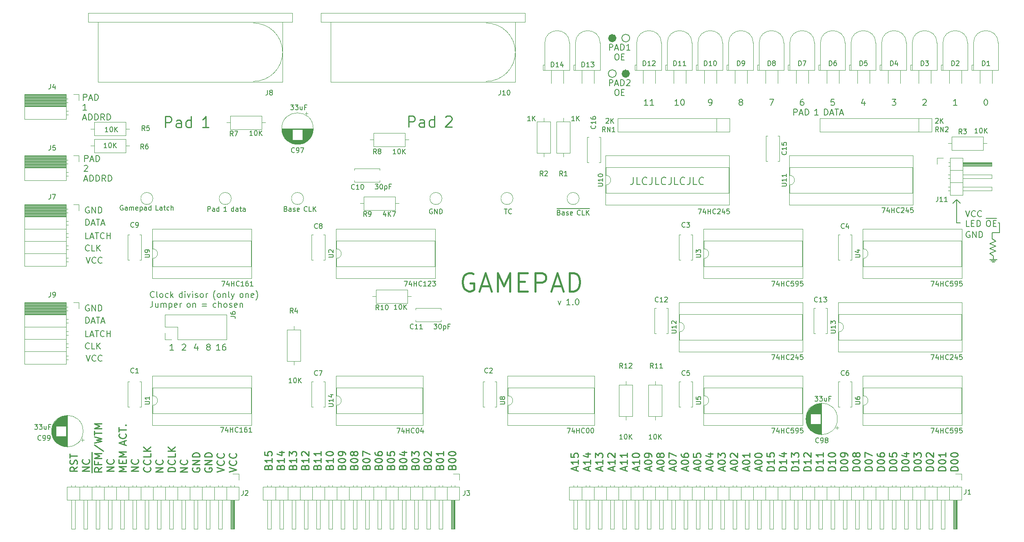
<source format=gto>
%TF.GenerationSoftware,KiCad,Pcbnew,(7.0.0)*%
%TF.CreationDate,2023-09-24T17:53:58-07:00*%
%TF.ProjectId,gamepad,67616d65-7061-4642-9e6b-696361645f70,rev?*%
%TF.SameCoordinates,Original*%
%TF.FileFunction,Legend,Top*%
%TF.FilePolarity,Positive*%
%FSLAX46Y46*%
G04 Gerber Fmt 4.6, Leading zero omitted, Abs format (unit mm)*
G04 Created by KiCad (PCBNEW (7.0.0)) date 2023-09-24 17:53:58*
%MOMM*%
%LPD*%
G01*
G04 APERTURE LIST*
%ADD10C,0.150000*%
%ADD11C,0.878219*%
%ADD12C,0.203200*%
%ADD13C,0.381000*%
%ADD14C,0.254000*%
%ADD15C,0.250000*%
%ADD16C,0.120000*%
%ADD17C,0.100000*%
%ADD18R,1.800000X1.800000*%
%ADD19C,1.800000*%
%ADD20R,1.700000X1.700000*%
%ADD21O,1.700000X1.700000*%
%ADD22C,1.600000*%
%ADD23R,1.600000X1.600000*%
%ADD24O,1.600000X1.600000*%
%ADD25C,2.000000*%
%ADD26C,3.300000*%
G04 APERTURE END LIST*
D10*
X251460000Y-93472000D02*
X251460000Y-93726000D01*
X244094000Y-91440000D02*
X244094000Y-86614000D01*
X252984000Y-93472000D02*
X251460000Y-93472000D01*
X250952000Y-97790000D02*
X251714000Y-98298000D01*
X244094000Y-91440000D02*
X244856000Y-91440000D01*
X250952000Y-96774000D02*
X252222000Y-97282000D01*
D11*
X173159109Y-53086000D02*
G75*
G03*
X173159109Y-53086000I-439109J0D01*
G01*
D10*
X251460000Y-99568000D02*
X251968000Y-99568000D01*
X252730000Y-91440000D02*
X252984000Y-91440000D01*
X251714000Y-98298000D02*
X251714000Y-99060000D01*
X252222000Y-97282000D02*
X250952000Y-97790000D01*
X251460000Y-93726000D02*
X251460000Y-94742000D01*
X173523219Y-60452000D02*
G75*
G03*
X173523219Y-60452000I-803219J0D01*
G01*
X251206000Y-99314000D02*
X252222000Y-99314000D01*
X250952000Y-99060000D02*
X252476000Y-99060000D01*
X252222000Y-96266000D02*
X250952000Y-96774000D01*
X244094000Y-86614000D02*
X243332000Y-87376000D01*
D11*
X175953109Y-60452000D02*
G75*
G03*
X175953109Y-60452000I-439109J0D01*
G01*
D10*
X252222000Y-95250000D02*
X250952000Y-95758000D01*
X250952000Y-95758000D02*
X252222000Y-96266000D01*
X176317219Y-53086000D02*
G75*
G03*
X176317219Y-53086000I-803219J0D01*
G01*
X252984000Y-91440000D02*
X252984000Y-93472000D01*
X251460000Y-94742000D02*
X252222000Y-95250000D01*
X244094000Y-86614000D02*
X244856000Y-87376000D01*
X244856000Y-87376000D02*
X244094000Y-86614000D01*
D12*
X186448095Y-67033623D02*
X185722380Y-67033623D01*
X186085237Y-67033623D02*
X186085237Y-65763623D01*
X186085237Y-65763623D02*
X185964285Y-65945052D01*
X185964285Y-65945052D02*
X185843333Y-66066004D01*
X185843333Y-66066004D02*
X185722380Y-66126480D01*
X187234285Y-65763623D02*
X187355238Y-65763623D01*
X187355238Y-65763623D02*
X187476190Y-65824100D01*
X187476190Y-65824100D02*
X187536666Y-65884576D01*
X187536666Y-65884576D02*
X187597142Y-66005528D01*
X187597142Y-66005528D02*
X187657619Y-66247433D01*
X187657619Y-66247433D02*
X187657619Y-66549814D01*
X187657619Y-66549814D02*
X187597142Y-66791719D01*
X187597142Y-66791719D02*
X187536666Y-66912671D01*
X187536666Y-66912671D02*
X187476190Y-66973147D01*
X187476190Y-66973147D02*
X187355238Y-67033623D01*
X187355238Y-67033623D02*
X187234285Y-67033623D01*
X187234285Y-67033623D02*
X187113333Y-66973147D01*
X187113333Y-66973147D02*
X187052857Y-66912671D01*
X187052857Y-66912671D02*
X186992380Y-66791719D01*
X186992380Y-66791719D02*
X186931904Y-66549814D01*
X186931904Y-66549814D02*
X186931904Y-66247433D01*
X186931904Y-66247433D02*
X186992380Y-66005528D01*
X186992380Y-66005528D02*
X187052857Y-65884576D01*
X187052857Y-65884576D02*
X187113333Y-65824100D01*
X187113333Y-65824100D02*
X187234285Y-65763623D01*
X230716666Y-65763623D02*
X231502857Y-65763623D01*
X231502857Y-65763623D02*
X231079523Y-66247433D01*
X231079523Y-66247433D02*
X231260952Y-66247433D01*
X231260952Y-66247433D02*
X231381904Y-66307909D01*
X231381904Y-66307909D02*
X231442380Y-66368385D01*
X231442380Y-66368385D02*
X231502857Y-66489338D01*
X231502857Y-66489338D02*
X231502857Y-66791719D01*
X231502857Y-66791719D02*
X231442380Y-66912671D01*
X231442380Y-66912671D02*
X231381904Y-66973147D01*
X231381904Y-66973147D02*
X231260952Y-67033623D01*
X231260952Y-67033623D02*
X230898095Y-67033623D01*
X230898095Y-67033623D02*
X230777142Y-66973147D01*
X230777142Y-66973147D02*
X230716666Y-66912671D01*
X246839619Y-93256100D02*
X246718666Y-93195623D01*
X246718666Y-93195623D02*
X246537238Y-93195623D01*
X246537238Y-93195623D02*
X246355809Y-93256100D01*
X246355809Y-93256100D02*
X246234857Y-93377052D01*
X246234857Y-93377052D02*
X246174380Y-93498004D01*
X246174380Y-93498004D02*
X246113904Y-93739909D01*
X246113904Y-93739909D02*
X246113904Y-93921338D01*
X246113904Y-93921338D02*
X246174380Y-94163242D01*
X246174380Y-94163242D02*
X246234857Y-94284195D01*
X246234857Y-94284195D02*
X246355809Y-94405147D01*
X246355809Y-94405147D02*
X246537238Y-94465623D01*
X246537238Y-94465623D02*
X246658190Y-94465623D01*
X246658190Y-94465623D02*
X246839619Y-94405147D01*
X246839619Y-94405147D02*
X246900095Y-94344671D01*
X246900095Y-94344671D02*
X246900095Y-93921338D01*
X246900095Y-93921338D02*
X246658190Y-93921338D01*
X247444380Y-94465623D02*
X247444380Y-93195623D01*
X247444380Y-93195623D02*
X248170095Y-94465623D01*
X248170095Y-94465623D02*
X248170095Y-93195623D01*
X248774856Y-94465623D02*
X248774856Y-93195623D01*
X248774856Y-93195623D02*
X249077237Y-93195623D01*
X249077237Y-93195623D02*
X249258666Y-93256100D01*
X249258666Y-93256100D02*
X249379618Y-93377052D01*
X249379618Y-93377052D02*
X249440095Y-93498004D01*
X249440095Y-93498004D02*
X249500571Y-93739909D01*
X249500571Y-93739909D02*
X249500571Y-93921338D01*
X249500571Y-93921338D02*
X249440095Y-94163242D01*
X249440095Y-94163242D02*
X249379618Y-94284195D01*
X249379618Y-94284195D02*
X249258666Y-94405147D01*
X249258666Y-94405147D02*
X249077237Y-94465623D01*
X249077237Y-94465623D02*
X248774856Y-94465623D01*
D13*
X143872857Y-101968300D02*
X143510000Y-101786871D01*
X143510000Y-101786871D02*
X142965714Y-101786871D01*
X142965714Y-101786871D02*
X142421428Y-101968300D01*
X142421428Y-101968300D02*
X142058571Y-102331157D01*
X142058571Y-102331157D02*
X141877142Y-102694014D01*
X141877142Y-102694014D02*
X141695714Y-103419728D01*
X141695714Y-103419728D02*
X141695714Y-103964014D01*
X141695714Y-103964014D02*
X141877142Y-104689728D01*
X141877142Y-104689728D02*
X142058571Y-105052585D01*
X142058571Y-105052585D02*
X142421428Y-105415442D01*
X142421428Y-105415442D02*
X142965714Y-105596871D01*
X142965714Y-105596871D02*
X143328571Y-105596871D01*
X143328571Y-105596871D02*
X143872857Y-105415442D01*
X143872857Y-105415442D02*
X144054285Y-105234014D01*
X144054285Y-105234014D02*
X144054285Y-103964014D01*
X144054285Y-103964014D02*
X143328571Y-103964014D01*
X145505714Y-104508300D02*
X147320000Y-104508300D01*
X145142857Y-105596871D02*
X146412857Y-101786871D01*
X146412857Y-101786871D02*
X147682857Y-105596871D01*
X148952856Y-105596871D02*
X148952856Y-101786871D01*
X148952856Y-101786871D02*
X150222856Y-104508300D01*
X150222856Y-104508300D02*
X151492856Y-101786871D01*
X151492856Y-101786871D02*
X151492856Y-105596871D01*
X153307142Y-103601157D02*
X154577142Y-103601157D01*
X155121428Y-105596871D02*
X153307142Y-105596871D01*
X153307142Y-105596871D02*
X153307142Y-101786871D01*
X153307142Y-101786871D02*
X155121428Y-101786871D01*
X156754285Y-105596871D02*
X156754285Y-101786871D01*
X156754285Y-101786871D02*
X158205714Y-101786871D01*
X158205714Y-101786871D02*
X158568571Y-101968300D01*
X158568571Y-101968300D02*
X158750000Y-102149728D01*
X158750000Y-102149728D02*
X158931428Y-102512585D01*
X158931428Y-102512585D02*
X158931428Y-103056871D01*
X158931428Y-103056871D02*
X158750000Y-103419728D01*
X158750000Y-103419728D02*
X158568571Y-103601157D01*
X158568571Y-103601157D02*
X158205714Y-103782585D01*
X158205714Y-103782585D02*
X156754285Y-103782585D01*
X160382857Y-104508300D02*
X162197143Y-104508300D01*
X160020000Y-105596871D02*
X161290000Y-101786871D01*
X161290000Y-101786871D02*
X162560000Y-105596871D01*
X163829999Y-105596871D02*
X163829999Y-101786871D01*
X163829999Y-101786871D02*
X164737142Y-101786871D01*
X164737142Y-101786871D02*
X165281428Y-101968300D01*
X165281428Y-101968300D02*
X165644285Y-102331157D01*
X165644285Y-102331157D02*
X165825714Y-102694014D01*
X165825714Y-102694014D02*
X166007142Y-103419728D01*
X166007142Y-103419728D02*
X166007142Y-103964014D01*
X166007142Y-103964014D02*
X165825714Y-104689728D01*
X165825714Y-104689728D02*
X165644285Y-105052585D01*
X165644285Y-105052585D02*
X165281428Y-105415442D01*
X165281428Y-105415442D02*
X164737142Y-105596871D01*
X164737142Y-105596871D02*
X163829999Y-105596871D01*
D12*
X180098095Y-67033623D02*
X179372380Y-67033623D01*
X179735237Y-67033623D02*
X179735237Y-65763623D01*
X179735237Y-65763623D02*
X179614285Y-65945052D01*
X179614285Y-65945052D02*
X179493333Y-66066004D01*
X179493333Y-66066004D02*
X179372380Y-66126480D01*
X181307619Y-67033623D02*
X180581904Y-67033623D01*
X180944761Y-67033623D02*
X180944761Y-65763623D01*
X180944761Y-65763623D02*
X180823809Y-65945052D01*
X180823809Y-65945052D02*
X180702857Y-66066004D01*
X180702857Y-66066004D02*
X180581904Y-66126480D01*
X63548380Y-91925623D02*
X63548380Y-90655623D01*
X63548380Y-90655623D02*
X63850761Y-90655623D01*
X63850761Y-90655623D02*
X64032190Y-90716100D01*
X64032190Y-90716100D02*
X64153142Y-90837052D01*
X64153142Y-90837052D02*
X64213619Y-90958004D01*
X64213619Y-90958004D02*
X64274095Y-91199909D01*
X64274095Y-91199909D02*
X64274095Y-91381338D01*
X64274095Y-91381338D02*
X64213619Y-91623242D01*
X64213619Y-91623242D02*
X64153142Y-91744195D01*
X64153142Y-91744195D02*
X64032190Y-91865147D01*
X64032190Y-91865147D02*
X63850761Y-91925623D01*
X63850761Y-91925623D02*
X63548380Y-91925623D01*
X64757904Y-91562766D02*
X65362666Y-91562766D01*
X64636952Y-91925623D02*
X65060285Y-90655623D01*
X65060285Y-90655623D02*
X65483619Y-91925623D01*
X65725523Y-90655623D02*
X66451237Y-90655623D01*
X66088380Y-91925623D02*
X66088380Y-90655623D01*
X66814094Y-91562766D02*
X67418856Y-91562766D01*
X66693142Y-91925623D02*
X67116475Y-90655623D01*
X67116475Y-90655623D02*
X67539809Y-91925623D01*
X199269047Y-66307909D02*
X199148095Y-66247433D01*
X199148095Y-66247433D02*
X199087618Y-66186957D01*
X199087618Y-66186957D02*
X199027142Y-66066004D01*
X199027142Y-66066004D02*
X199027142Y-66005528D01*
X199027142Y-66005528D02*
X199087618Y-65884576D01*
X199087618Y-65884576D02*
X199148095Y-65824100D01*
X199148095Y-65824100D02*
X199269047Y-65763623D01*
X199269047Y-65763623D02*
X199510952Y-65763623D01*
X199510952Y-65763623D02*
X199631904Y-65824100D01*
X199631904Y-65824100D02*
X199692380Y-65884576D01*
X199692380Y-65884576D02*
X199752857Y-66005528D01*
X199752857Y-66005528D02*
X199752857Y-66066004D01*
X199752857Y-66066004D02*
X199692380Y-66186957D01*
X199692380Y-66186957D02*
X199631904Y-66247433D01*
X199631904Y-66247433D02*
X199510952Y-66307909D01*
X199510952Y-66307909D02*
X199269047Y-66307909D01*
X199269047Y-66307909D02*
X199148095Y-66368385D01*
X199148095Y-66368385D02*
X199087618Y-66428861D01*
X199087618Y-66428861D02*
X199027142Y-66549814D01*
X199027142Y-66549814D02*
X199027142Y-66791719D01*
X199027142Y-66791719D02*
X199087618Y-66912671D01*
X199087618Y-66912671D02*
X199148095Y-66973147D01*
X199148095Y-66973147D02*
X199269047Y-67033623D01*
X199269047Y-67033623D02*
X199510952Y-67033623D01*
X199510952Y-67033623D02*
X199631904Y-66973147D01*
X199631904Y-66973147D02*
X199692380Y-66912671D01*
X199692380Y-66912671D02*
X199752857Y-66791719D01*
X199752857Y-66791719D02*
X199752857Y-66549814D01*
X199752857Y-66549814D02*
X199692380Y-66428861D01*
X199692380Y-66428861D02*
X199631904Y-66368385D01*
X199631904Y-66368385D02*
X199510952Y-66307909D01*
X210360380Y-69065623D02*
X210360380Y-67795623D01*
X210360380Y-67795623D02*
X210844190Y-67795623D01*
X210844190Y-67795623D02*
X210965142Y-67856100D01*
X210965142Y-67856100D02*
X211025619Y-67916576D01*
X211025619Y-67916576D02*
X211086095Y-68037528D01*
X211086095Y-68037528D02*
X211086095Y-68218957D01*
X211086095Y-68218957D02*
X211025619Y-68339909D01*
X211025619Y-68339909D02*
X210965142Y-68400385D01*
X210965142Y-68400385D02*
X210844190Y-68460861D01*
X210844190Y-68460861D02*
X210360380Y-68460861D01*
X211569904Y-68702766D02*
X212174666Y-68702766D01*
X211448952Y-69065623D02*
X211872285Y-67795623D01*
X211872285Y-67795623D02*
X212295619Y-69065623D01*
X212718951Y-69065623D02*
X212718951Y-67795623D01*
X212718951Y-67795623D02*
X213021332Y-67795623D01*
X213021332Y-67795623D02*
X213202761Y-67856100D01*
X213202761Y-67856100D02*
X213323713Y-67977052D01*
X213323713Y-67977052D02*
X213384190Y-68098004D01*
X213384190Y-68098004D02*
X213444666Y-68339909D01*
X213444666Y-68339909D02*
X213444666Y-68521338D01*
X213444666Y-68521338D02*
X213384190Y-68763242D01*
X213384190Y-68763242D02*
X213323713Y-68884195D01*
X213323713Y-68884195D02*
X213202761Y-69005147D01*
X213202761Y-69005147D02*
X213021332Y-69065623D01*
X213021332Y-69065623D02*
X212718951Y-69065623D01*
X215416190Y-69065623D02*
X214690475Y-69065623D01*
X215053332Y-69065623D02*
X215053332Y-67795623D01*
X215053332Y-67795623D02*
X214932380Y-67977052D01*
X214932380Y-67977052D02*
X214811428Y-68098004D01*
X214811428Y-68098004D02*
X214690475Y-68158480D01*
X216722475Y-69065623D02*
X216722475Y-67795623D01*
X216722475Y-67795623D02*
X217024856Y-67795623D01*
X217024856Y-67795623D02*
X217206285Y-67856100D01*
X217206285Y-67856100D02*
X217327237Y-67977052D01*
X217327237Y-67977052D02*
X217387714Y-68098004D01*
X217387714Y-68098004D02*
X217448190Y-68339909D01*
X217448190Y-68339909D02*
X217448190Y-68521338D01*
X217448190Y-68521338D02*
X217387714Y-68763242D01*
X217387714Y-68763242D02*
X217327237Y-68884195D01*
X217327237Y-68884195D02*
X217206285Y-69005147D01*
X217206285Y-69005147D02*
X217024856Y-69065623D01*
X217024856Y-69065623D02*
X216722475Y-69065623D01*
X217931999Y-68702766D02*
X218536761Y-68702766D01*
X217811047Y-69065623D02*
X218234380Y-67795623D01*
X218234380Y-67795623D02*
X218657714Y-69065623D01*
X218899618Y-67795623D02*
X219625332Y-67795623D01*
X219262475Y-69065623D02*
X219262475Y-67795623D01*
X219988189Y-68702766D02*
X220592951Y-68702766D01*
X219867237Y-69065623D02*
X220290570Y-67795623D01*
X220290570Y-67795623D02*
X220713904Y-69065623D01*
X161471428Y-107588957D02*
X161773809Y-108435623D01*
X161773809Y-108435623D02*
X162076190Y-107588957D01*
X163987238Y-108435623D02*
X163261523Y-108435623D01*
X163624380Y-108435623D02*
X163624380Y-107165623D01*
X163624380Y-107165623D02*
X163503428Y-107347052D01*
X163503428Y-107347052D02*
X163382476Y-107468004D01*
X163382476Y-107468004D02*
X163261523Y-107528480D01*
X164531523Y-108314671D02*
X164592000Y-108375147D01*
X164592000Y-108375147D02*
X164531523Y-108435623D01*
X164531523Y-108435623D02*
X164471047Y-108375147D01*
X164471047Y-108375147D02*
X164531523Y-108314671D01*
X164531523Y-108314671D02*
X164531523Y-108435623D01*
X165378190Y-107165623D02*
X165499143Y-107165623D01*
X165499143Y-107165623D02*
X165620095Y-107226100D01*
X165620095Y-107226100D02*
X165680571Y-107286576D01*
X165680571Y-107286576D02*
X165741047Y-107407528D01*
X165741047Y-107407528D02*
X165801524Y-107649433D01*
X165801524Y-107649433D02*
X165801524Y-107951814D01*
X165801524Y-107951814D02*
X165741047Y-108193719D01*
X165741047Y-108193719D02*
X165680571Y-108314671D01*
X165680571Y-108314671D02*
X165620095Y-108375147D01*
X165620095Y-108375147D02*
X165499143Y-108435623D01*
X165499143Y-108435623D02*
X165378190Y-108435623D01*
X165378190Y-108435623D02*
X165257238Y-108375147D01*
X165257238Y-108375147D02*
X165196762Y-108314671D01*
X165196762Y-108314671D02*
X165136285Y-108193719D01*
X165136285Y-108193719D02*
X165075809Y-107951814D01*
X165075809Y-107951814D02*
X165075809Y-107649433D01*
X165075809Y-107649433D02*
X165136285Y-107407528D01*
X165136285Y-107407528D02*
X165196762Y-107286576D01*
X165196762Y-107286576D02*
X165257238Y-107226100D01*
X165257238Y-107226100D02*
X165378190Y-107165623D01*
X64153142Y-94719623D02*
X63548380Y-94719623D01*
X63548380Y-94719623D02*
X63548380Y-93449623D01*
X64515999Y-94356766D02*
X65120761Y-94356766D01*
X64395047Y-94719623D02*
X64818380Y-93449623D01*
X64818380Y-93449623D02*
X65241714Y-94719623D01*
X65483618Y-93449623D02*
X66209332Y-93449623D01*
X65846475Y-94719623D02*
X65846475Y-93449623D01*
X67358380Y-94598671D02*
X67297904Y-94659147D01*
X67297904Y-94659147D02*
X67116475Y-94719623D01*
X67116475Y-94719623D02*
X66995523Y-94719623D01*
X66995523Y-94719623D02*
X66814094Y-94659147D01*
X66814094Y-94659147D02*
X66693142Y-94538195D01*
X66693142Y-94538195D02*
X66632665Y-94417242D01*
X66632665Y-94417242D02*
X66572189Y-94175338D01*
X66572189Y-94175338D02*
X66572189Y-93993909D01*
X66572189Y-93993909D02*
X66632665Y-93752004D01*
X66632665Y-93752004D02*
X66693142Y-93631052D01*
X66693142Y-93631052D02*
X66814094Y-93510100D01*
X66814094Y-93510100D02*
X66995523Y-93449623D01*
X66995523Y-93449623D02*
X67116475Y-93449623D01*
X67116475Y-93449623D02*
X67297904Y-93510100D01*
X67297904Y-93510100D02*
X67358380Y-93570576D01*
X67902665Y-94719623D02*
X67902665Y-93449623D01*
X67902665Y-94054385D02*
X68628380Y-94054385D01*
X68628380Y-94719623D02*
X68628380Y-93449623D01*
X64213619Y-108496100D02*
X64092666Y-108435623D01*
X64092666Y-108435623D02*
X63911238Y-108435623D01*
X63911238Y-108435623D02*
X63729809Y-108496100D01*
X63729809Y-108496100D02*
X63608857Y-108617052D01*
X63608857Y-108617052D02*
X63548380Y-108738004D01*
X63548380Y-108738004D02*
X63487904Y-108979909D01*
X63487904Y-108979909D02*
X63487904Y-109161338D01*
X63487904Y-109161338D02*
X63548380Y-109403242D01*
X63548380Y-109403242D02*
X63608857Y-109524195D01*
X63608857Y-109524195D02*
X63729809Y-109645147D01*
X63729809Y-109645147D02*
X63911238Y-109705623D01*
X63911238Y-109705623D02*
X64032190Y-109705623D01*
X64032190Y-109705623D02*
X64213619Y-109645147D01*
X64213619Y-109645147D02*
X64274095Y-109584671D01*
X64274095Y-109584671D02*
X64274095Y-109161338D01*
X64274095Y-109161338D02*
X64032190Y-109161338D01*
X64818380Y-109705623D02*
X64818380Y-108435623D01*
X64818380Y-108435623D02*
X65544095Y-109705623D01*
X65544095Y-109705623D02*
X65544095Y-108435623D01*
X66148856Y-109705623D02*
X66148856Y-108435623D01*
X66148856Y-108435623D02*
X66451237Y-108435623D01*
X66451237Y-108435623D02*
X66632666Y-108496100D01*
X66632666Y-108496100D02*
X66753618Y-108617052D01*
X66753618Y-108617052D02*
X66814095Y-108738004D01*
X66814095Y-108738004D02*
X66874571Y-108979909D01*
X66874571Y-108979909D02*
X66874571Y-109161338D01*
X66874571Y-109161338D02*
X66814095Y-109403242D01*
X66814095Y-109403242D02*
X66753618Y-109524195D01*
X66753618Y-109524195D02*
X66632666Y-109645147D01*
X66632666Y-109645147D02*
X66451237Y-109705623D01*
X66451237Y-109705623D02*
X66148856Y-109705623D01*
X91391619Y-117833623D02*
X90665904Y-117833623D01*
X91028761Y-117833623D02*
X91028761Y-116563623D01*
X91028761Y-116563623D02*
X90907809Y-116745052D01*
X90907809Y-116745052D02*
X90786857Y-116866004D01*
X90786857Y-116866004D02*
X90665904Y-116926480D01*
X92480190Y-116563623D02*
X92238285Y-116563623D01*
X92238285Y-116563623D02*
X92117333Y-116624100D01*
X92117333Y-116624100D02*
X92056857Y-116684576D01*
X92056857Y-116684576D02*
X91935904Y-116866004D01*
X91935904Y-116866004D02*
X91875428Y-117107909D01*
X91875428Y-117107909D02*
X91875428Y-117591719D01*
X91875428Y-117591719D02*
X91935904Y-117712671D01*
X91935904Y-117712671D02*
X91996381Y-117773147D01*
X91996381Y-117773147D02*
X92117333Y-117833623D01*
X92117333Y-117833623D02*
X92359238Y-117833623D01*
X92359238Y-117833623D02*
X92480190Y-117773147D01*
X92480190Y-117773147D02*
X92540666Y-117712671D01*
X92540666Y-117712671D02*
X92601143Y-117591719D01*
X92601143Y-117591719D02*
X92601143Y-117289338D01*
X92601143Y-117289338D02*
X92540666Y-117168385D01*
X92540666Y-117168385D02*
X92480190Y-117107909D01*
X92480190Y-117107909D02*
X92359238Y-117047433D01*
X92359238Y-117047433D02*
X92117333Y-117047433D01*
X92117333Y-117047433D02*
X91996381Y-117107909D01*
X91996381Y-117107909D02*
X91935904Y-117168385D01*
X91935904Y-117168385D02*
X91875428Y-117289338D01*
X63294380Y-78666823D02*
X63294380Y-77396823D01*
X63294380Y-77396823D02*
X63778190Y-77396823D01*
X63778190Y-77396823D02*
X63899142Y-77457300D01*
X63899142Y-77457300D02*
X63959619Y-77517776D01*
X63959619Y-77517776D02*
X64020095Y-77638728D01*
X64020095Y-77638728D02*
X64020095Y-77820157D01*
X64020095Y-77820157D02*
X63959619Y-77941109D01*
X63959619Y-77941109D02*
X63899142Y-78001585D01*
X63899142Y-78001585D02*
X63778190Y-78062061D01*
X63778190Y-78062061D02*
X63294380Y-78062061D01*
X64503904Y-78303966D02*
X65108666Y-78303966D01*
X64382952Y-78666823D02*
X64806285Y-77396823D01*
X64806285Y-77396823D02*
X65229619Y-78666823D01*
X65652951Y-78666823D02*
X65652951Y-77396823D01*
X65652951Y-77396823D02*
X65955332Y-77396823D01*
X65955332Y-77396823D02*
X66136761Y-77457300D01*
X66136761Y-77457300D02*
X66257713Y-77578252D01*
X66257713Y-77578252D02*
X66318190Y-77699204D01*
X66318190Y-77699204D02*
X66378666Y-77941109D01*
X66378666Y-77941109D02*
X66378666Y-78122538D01*
X66378666Y-78122538D02*
X66318190Y-78364442D01*
X66318190Y-78364442D02*
X66257713Y-78485395D01*
X66257713Y-78485395D02*
X66136761Y-78606347D01*
X66136761Y-78606347D02*
X65955332Y-78666823D01*
X65955332Y-78666823D02*
X65652951Y-78666823D01*
X63233904Y-79575176D02*
X63294380Y-79514700D01*
X63294380Y-79514700D02*
X63415333Y-79454223D01*
X63415333Y-79454223D02*
X63717714Y-79454223D01*
X63717714Y-79454223D02*
X63838666Y-79514700D01*
X63838666Y-79514700D02*
X63899142Y-79575176D01*
X63899142Y-79575176D02*
X63959619Y-79696128D01*
X63959619Y-79696128D02*
X63959619Y-79817080D01*
X63959619Y-79817080D02*
X63899142Y-79998509D01*
X63899142Y-79998509D02*
X63173428Y-80724223D01*
X63173428Y-80724223D02*
X63959619Y-80724223D01*
X63233904Y-82418766D02*
X63838666Y-82418766D01*
X63112952Y-82781623D02*
X63536285Y-81511623D01*
X63536285Y-81511623D02*
X63959619Y-82781623D01*
X64382951Y-82781623D02*
X64382951Y-81511623D01*
X64382951Y-81511623D02*
X64685332Y-81511623D01*
X64685332Y-81511623D02*
X64866761Y-81572100D01*
X64866761Y-81572100D02*
X64987713Y-81693052D01*
X64987713Y-81693052D02*
X65048190Y-81814004D01*
X65048190Y-81814004D02*
X65108666Y-82055909D01*
X65108666Y-82055909D02*
X65108666Y-82237338D01*
X65108666Y-82237338D02*
X65048190Y-82479242D01*
X65048190Y-82479242D02*
X64987713Y-82600195D01*
X64987713Y-82600195D02*
X64866761Y-82721147D01*
X64866761Y-82721147D02*
X64685332Y-82781623D01*
X64685332Y-82781623D02*
X64382951Y-82781623D01*
X65652951Y-82781623D02*
X65652951Y-81511623D01*
X65652951Y-81511623D02*
X65955332Y-81511623D01*
X65955332Y-81511623D02*
X66136761Y-81572100D01*
X66136761Y-81572100D02*
X66257713Y-81693052D01*
X66257713Y-81693052D02*
X66318190Y-81814004D01*
X66318190Y-81814004D02*
X66378666Y-82055909D01*
X66378666Y-82055909D02*
X66378666Y-82237338D01*
X66378666Y-82237338D02*
X66318190Y-82479242D01*
X66318190Y-82479242D02*
X66257713Y-82600195D01*
X66257713Y-82600195D02*
X66136761Y-82721147D01*
X66136761Y-82721147D02*
X65955332Y-82781623D01*
X65955332Y-82781623D02*
X65652951Y-82781623D01*
X67648666Y-82781623D02*
X67225332Y-82176861D01*
X66922951Y-82781623D02*
X66922951Y-81511623D01*
X66922951Y-81511623D02*
X67406761Y-81511623D01*
X67406761Y-81511623D02*
X67527713Y-81572100D01*
X67527713Y-81572100D02*
X67588190Y-81632576D01*
X67588190Y-81632576D02*
X67648666Y-81753528D01*
X67648666Y-81753528D02*
X67648666Y-81934957D01*
X67648666Y-81934957D02*
X67588190Y-82055909D01*
X67588190Y-82055909D02*
X67527713Y-82116385D01*
X67527713Y-82116385D02*
X67406761Y-82176861D01*
X67406761Y-82176861D02*
X66922951Y-82176861D01*
X68192951Y-82781623D02*
X68192951Y-81511623D01*
X68192951Y-81511623D02*
X68495332Y-81511623D01*
X68495332Y-81511623D02*
X68676761Y-81572100D01*
X68676761Y-81572100D02*
X68797713Y-81693052D01*
X68797713Y-81693052D02*
X68858190Y-81814004D01*
X68858190Y-81814004D02*
X68918666Y-82055909D01*
X68918666Y-82055909D02*
X68918666Y-82237338D01*
X68918666Y-82237338D02*
X68858190Y-82479242D01*
X68858190Y-82479242D02*
X68797713Y-82600195D01*
X68797713Y-82600195D02*
X68676761Y-82721147D01*
X68676761Y-82721147D02*
X68495332Y-82781623D01*
X68495332Y-82781623D02*
X68192951Y-82781623D01*
D14*
X130465285Y-71511522D02*
X130465285Y-69225522D01*
X130465285Y-69225522D02*
X131336142Y-69225522D01*
X131336142Y-69225522D02*
X131553857Y-69334380D01*
X131553857Y-69334380D02*
X131662714Y-69443237D01*
X131662714Y-69443237D02*
X131771571Y-69660951D01*
X131771571Y-69660951D02*
X131771571Y-69987522D01*
X131771571Y-69987522D02*
X131662714Y-70205237D01*
X131662714Y-70205237D02*
X131553857Y-70314094D01*
X131553857Y-70314094D02*
X131336142Y-70422951D01*
X131336142Y-70422951D02*
X130465285Y-70422951D01*
X133731000Y-71511522D02*
X133731000Y-70314094D01*
X133731000Y-70314094D02*
X133622142Y-70096380D01*
X133622142Y-70096380D02*
X133404428Y-69987522D01*
X133404428Y-69987522D02*
X132969000Y-69987522D01*
X132969000Y-69987522D02*
X132751285Y-70096380D01*
X133731000Y-71402665D02*
X133513285Y-71511522D01*
X133513285Y-71511522D02*
X132969000Y-71511522D01*
X132969000Y-71511522D02*
X132751285Y-71402665D01*
X132751285Y-71402665D02*
X132642428Y-71184951D01*
X132642428Y-71184951D02*
X132642428Y-70967237D01*
X132642428Y-70967237D02*
X132751285Y-70749522D01*
X132751285Y-70749522D02*
X132969000Y-70640665D01*
X132969000Y-70640665D02*
X133513285Y-70640665D01*
X133513285Y-70640665D02*
X133731000Y-70531808D01*
X135799286Y-71511522D02*
X135799286Y-69225522D01*
X135799286Y-71402665D02*
X135581571Y-71511522D01*
X135581571Y-71511522D02*
X135146143Y-71511522D01*
X135146143Y-71511522D02*
X134928428Y-71402665D01*
X134928428Y-71402665D02*
X134819571Y-71293808D01*
X134819571Y-71293808D02*
X134710714Y-71076094D01*
X134710714Y-71076094D02*
X134710714Y-70422951D01*
X134710714Y-70422951D02*
X134819571Y-70205237D01*
X134819571Y-70205237D02*
X134928428Y-70096380D01*
X134928428Y-70096380D02*
X135146143Y-69987522D01*
X135146143Y-69987522D02*
X135581571Y-69987522D01*
X135581571Y-69987522D02*
X135799286Y-70096380D01*
X138150600Y-69443237D02*
X138259457Y-69334380D01*
X138259457Y-69334380D02*
X138477172Y-69225522D01*
X138477172Y-69225522D02*
X139021457Y-69225522D01*
X139021457Y-69225522D02*
X139239172Y-69334380D01*
X139239172Y-69334380D02*
X139348029Y-69443237D01*
X139348029Y-69443237D02*
X139456886Y-69660951D01*
X139456886Y-69660951D02*
X139456886Y-69878665D01*
X139456886Y-69878665D02*
X139348029Y-70205237D01*
X139348029Y-70205237D02*
X138041743Y-71511522D01*
X138041743Y-71511522D02*
X139456886Y-71511522D01*
D12*
X245992952Y-88877623D02*
X246416285Y-90147623D01*
X246416285Y-90147623D02*
X246839619Y-88877623D01*
X247988666Y-90026671D02*
X247928190Y-90087147D01*
X247928190Y-90087147D02*
X247746761Y-90147623D01*
X247746761Y-90147623D02*
X247625809Y-90147623D01*
X247625809Y-90147623D02*
X247444380Y-90087147D01*
X247444380Y-90087147D02*
X247323428Y-89966195D01*
X247323428Y-89966195D02*
X247262951Y-89845242D01*
X247262951Y-89845242D02*
X247202475Y-89603338D01*
X247202475Y-89603338D02*
X247202475Y-89421909D01*
X247202475Y-89421909D02*
X247262951Y-89180004D01*
X247262951Y-89180004D02*
X247323428Y-89059052D01*
X247323428Y-89059052D02*
X247444380Y-88938100D01*
X247444380Y-88938100D02*
X247625809Y-88877623D01*
X247625809Y-88877623D02*
X247746761Y-88877623D01*
X247746761Y-88877623D02*
X247928190Y-88938100D01*
X247928190Y-88938100D02*
X247988666Y-88998576D01*
X249258666Y-90026671D02*
X249198190Y-90087147D01*
X249198190Y-90087147D02*
X249016761Y-90147623D01*
X249016761Y-90147623D02*
X248895809Y-90147623D01*
X248895809Y-90147623D02*
X248714380Y-90087147D01*
X248714380Y-90087147D02*
X248593428Y-89966195D01*
X248593428Y-89966195D02*
X248532951Y-89845242D01*
X248532951Y-89845242D02*
X248472475Y-89603338D01*
X248472475Y-89603338D02*
X248472475Y-89421909D01*
X248472475Y-89421909D02*
X248532951Y-89180004D01*
X248532951Y-89180004D02*
X248593428Y-89059052D01*
X248593428Y-89059052D02*
X248714380Y-88938100D01*
X248714380Y-88938100D02*
X248895809Y-88877623D01*
X248895809Y-88877623D02*
X249016761Y-88877623D01*
X249016761Y-88877623D02*
X249198190Y-88938100D01*
X249198190Y-88938100D02*
X249258666Y-88998576D01*
X77736095Y-106765271D02*
X77675619Y-106825747D01*
X77675619Y-106825747D02*
X77494190Y-106886223D01*
X77494190Y-106886223D02*
X77373238Y-106886223D01*
X77373238Y-106886223D02*
X77191809Y-106825747D01*
X77191809Y-106825747D02*
X77070857Y-106704795D01*
X77070857Y-106704795D02*
X77010380Y-106583842D01*
X77010380Y-106583842D02*
X76949904Y-106341938D01*
X76949904Y-106341938D02*
X76949904Y-106160509D01*
X76949904Y-106160509D02*
X77010380Y-105918604D01*
X77010380Y-105918604D02*
X77070857Y-105797652D01*
X77070857Y-105797652D02*
X77191809Y-105676700D01*
X77191809Y-105676700D02*
X77373238Y-105616223D01*
X77373238Y-105616223D02*
X77494190Y-105616223D01*
X77494190Y-105616223D02*
X77675619Y-105676700D01*
X77675619Y-105676700D02*
X77736095Y-105737176D01*
X78461809Y-106886223D02*
X78340857Y-106825747D01*
X78340857Y-106825747D02*
X78280380Y-106704795D01*
X78280380Y-106704795D02*
X78280380Y-105616223D01*
X79127047Y-106886223D02*
X79006095Y-106825747D01*
X79006095Y-106825747D02*
X78945618Y-106765271D01*
X78945618Y-106765271D02*
X78885142Y-106644319D01*
X78885142Y-106644319D02*
X78885142Y-106281461D01*
X78885142Y-106281461D02*
X78945618Y-106160509D01*
X78945618Y-106160509D02*
X79006095Y-106100033D01*
X79006095Y-106100033D02*
X79127047Y-106039557D01*
X79127047Y-106039557D02*
X79308476Y-106039557D01*
X79308476Y-106039557D02*
X79429428Y-106100033D01*
X79429428Y-106100033D02*
X79489904Y-106160509D01*
X79489904Y-106160509D02*
X79550380Y-106281461D01*
X79550380Y-106281461D02*
X79550380Y-106644319D01*
X79550380Y-106644319D02*
X79489904Y-106765271D01*
X79489904Y-106765271D02*
X79429428Y-106825747D01*
X79429428Y-106825747D02*
X79308476Y-106886223D01*
X79308476Y-106886223D02*
X79127047Y-106886223D01*
X80638952Y-106825747D02*
X80518000Y-106886223D01*
X80518000Y-106886223D02*
X80276095Y-106886223D01*
X80276095Y-106886223D02*
X80155143Y-106825747D01*
X80155143Y-106825747D02*
X80094666Y-106765271D01*
X80094666Y-106765271D02*
X80034190Y-106644319D01*
X80034190Y-106644319D02*
X80034190Y-106281461D01*
X80034190Y-106281461D02*
X80094666Y-106160509D01*
X80094666Y-106160509D02*
X80155143Y-106100033D01*
X80155143Y-106100033D02*
X80276095Y-106039557D01*
X80276095Y-106039557D02*
X80518000Y-106039557D01*
X80518000Y-106039557D02*
X80638952Y-106100033D01*
X81183237Y-106886223D02*
X81183237Y-105616223D01*
X81304190Y-106402414D02*
X81667047Y-106886223D01*
X81667047Y-106039557D02*
X81183237Y-106523366D01*
X83517618Y-106886223D02*
X83517618Y-105616223D01*
X83517618Y-106825747D02*
X83396666Y-106886223D01*
X83396666Y-106886223D02*
X83154761Y-106886223D01*
X83154761Y-106886223D02*
X83033809Y-106825747D01*
X83033809Y-106825747D02*
X82973332Y-106765271D01*
X82973332Y-106765271D02*
X82912856Y-106644319D01*
X82912856Y-106644319D02*
X82912856Y-106281461D01*
X82912856Y-106281461D02*
X82973332Y-106160509D01*
X82973332Y-106160509D02*
X83033809Y-106100033D01*
X83033809Y-106100033D02*
X83154761Y-106039557D01*
X83154761Y-106039557D02*
X83396666Y-106039557D01*
X83396666Y-106039557D02*
X83517618Y-106100033D01*
X84122380Y-106886223D02*
X84122380Y-106039557D01*
X84122380Y-105616223D02*
X84061904Y-105676700D01*
X84061904Y-105676700D02*
X84122380Y-105737176D01*
X84122380Y-105737176D02*
X84182857Y-105676700D01*
X84182857Y-105676700D02*
X84122380Y-105616223D01*
X84122380Y-105616223D02*
X84122380Y-105737176D01*
X84606190Y-106039557D02*
X84908571Y-106886223D01*
X84908571Y-106886223D02*
X85210952Y-106039557D01*
X85694761Y-106886223D02*
X85694761Y-106039557D01*
X85694761Y-105616223D02*
X85634285Y-105676700D01*
X85634285Y-105676700D02*
X85694761Y-105737176D01*
X85694761Y-105737176D02*
X85755238Y-105676700D01*
X85755238Y-105676700D02*
X85694761Y-105616223D01*
X85694761Y-105616223D02*
X85694761Y-105737176D01*
X86239047Y-106825747D02*
X86360000Y-106886223D01*
X86360000Y-106886223D02*
X86601904Y-106886223D01*
X86601904Y-106886223D02*
X86722857Y-106825747D01*
X86722857Y-106825747D02*
X86783333Y-106704795D01*
X86783333Y-106704795D02*
X86783333Y-106644319D01*
X86783333Y-106644319D02*
X86722857Y-106523366D01*
X86722857Y-106523366D02*
X86601904Y-106462890D01*
X86601904Y-106462890D02*
X86420476Y-106462890D01*
X86420476Y-106462890D02*
X86299523Y-106402414D01*
X86299523Y-106402414D02*
X86239047Y-106281461D01*
X86239047Y-106281461D02*
X86239047Y-106220985D01*
X86239047Y-106220985D02*
X86299523Y-106100033D01*
X86299523Y-106100033D02*
X86420476Y-106039557D01*
X86420476Y-106039557D02*
X86601904Y-106039557D01*
X86601904Y-106039557D02*
X86722857Y-106100033D01*
X87509047Y-106886223D02*
X87388095Y-106825747D01*
X87388095Y-106825747D02*
X87327618Y-106765271D01*
X87327618Y-106765271D02*
X87267142Y-106644319D01*
X87267142Y-106644319D02*
X87267142Y-106281461D01*
X87267142Y-106281461D02*
X87327618Y-106160509D01*
X87327618Y-106160509D02*
X87388095Y-106100033D01*
X87388095Y-106100033D02*
X87509047Y-106039557D01*
X87509047Y-106039557D02*
X87690476Y-106039557D01*
X87690476Y-106039557D02*
X87811428Y-106100033D01*
X87811428Y-106100033D02*
X87871904Y-106160509D01*
X87871904Y-106160509D02*
X87932380Y-106281461D01*
X87932380Y-106281461D02*
X87932380Y-106644319D01*
X87932380Y-106644319D02*
X87871904Y-106765271D01*
X87871904Y-106765271D02*
X87811428Y-106825747D01*
X87811428Y-106825747D02*
X87690476Y-106886223D01*
X87690476Y-106886223D02*
X87509047Y-106886223D01*
X88476666Y-106886223D02*
X88476666Y-106039557D01*
X88476666Y-106281461D02*
X88537143Y-106160509D01*
X88537143Y-106160509D02*
X88597619Y-106100033D01*
X88597619Y-106100033D02*
X88718571Y-106039557D01*
X88718571Y-106039557D02*
X88839524Y-106039557D01*
X90387714Y-107370033D02*
X90327237Y-107309557D01*
X90327237Y-107309557D02*
X90206285Y-107128128D01*
X90206285Y-107128128D02*
X90145809Y-107007176D01*
X90145809Y-107007176D02*
X90085333Y-106825747D01*
X90085333Y-106825747D02*
X90024856Y-106523366D01*
X90024856Y-106523366D02*
X90024856Y-106281461D01*
X90024856Y-106281461D02*
X90085333Y-105979080D01*
X90085333Y-105979080D02*
X90145809Y-105797652D01*
X90145809Y-105797652D02*
X90206285Y-105676700D01*
X90206285Y-105676700D02*
X90327237Y-105495271D01*
X90327237Y-105495271D02*
X90387714Y-105434795D01*
X91052952Y-106886223D02*
X90932000Y-106825747D01*
X90932000Y-106825747D02*
X90871523Y-106765271D01*
X90871523Y-106765271D02*
X90811047Y-106644319D01*
X90811047Y-106644319D02*
X90811047Y-106281461D01*
X90811047Y-106281461D02*
X90871523Y-106160509D01*
X90871523Y-106160509D02*
X90932000Y-106100033D01*
X90932000Y-106100033D02*
X91052952Y-106039557D01*
X91052952Y-106039557D02*
X91234381Y-106039557D01*
X91234381Y-106039557D02*
X91355333Y-106100033D01*
X91355333Y-106100033D02*
X91415809Y-106160509D01*
X91415809Y-106160509D02*
X91476285Y-106281461D01*
X91476285Y-106281461D02*
X91476285Y-106644319D01*
X91476285Y-106644319D02*
X91415809Y-106765271D01*
X91415809Y-106765271D02*
X91355333Y-106825747D01*
X91355333Y-106825747D02*
X91234381Y-106886223D01*
X91234381Y-106886223D02*
X91052952Y-106886223D01*
X92020571Y-106039557D02*
X92020571Y-106886223D01*
X92020571Y-106160509D02*
X92081048Y-106100033D01*
X92081048Y-106100033D02*
X92202000Y-106039557D01*
X92202000Y-106039557D02*
X92383429Y-106039557D01*
X92383429Y-106039557D02*
X92504381Y-106100033D01*
X92504381Y-106100033D02*
X92564857Y-106220985D01*
X92564857Y-106220985D02*
X92564857Y-106886223D01*
X93351048Y-106886223D02*
X93230096Y-106825747D01*
X93230096Y-106825747D02*
X93169619Y-106704795D01*
X93169619Y-106704795D02*
X93169619Y-105616223D01*
X93713905Y-106039557D02*
X94016286Y-106886223D01*
X94318667Y-106039557D02*
X94016286Y-106886223D01*
X94016286Y-106886223D02*
X93895334Y-107188604D01*
X93895334Y-107188604D02*
X93834857Y-107249080D01*
X93834857Y-107249080D02*
X93713905Y-107309557D01*
X95745905Y-106886223D02*
X95624953Y-106825747D01*
X95624953Y-106825747D02*
X95564476Y-106765271D01*
X95564476Y-106765271D02*
X95504000Y-106644319D01*
X95504000Y-106644319D02*
X95504000Y-106281461D01*
X95504000Y-106281461D02*
X95564476Y-106160509D01*
X95564476Y-106160509D02*
X95624953Y-106100033D01*
X95624953Y-106100033D02*
X95745905Y-106039557D01*
X95745905Y-106039557D02*
X95927334Y-106039557D01*
X95927334Y-106039557D02*
X96048286Y-106100033D01*
X96048286Y-106100033D02*
X96108762Y-106160509D01*
X96108762Y-106160509D02*
X96169238Y-106281461D01*
X96169238Y-106281461D02*
X96169238Y-106644319D01*
X96169238Y-106644319D02*
X96108762Y-106765271D01*
X96108762Y-106765271D02*
X96048286Y-106825747D01*
X96048286Y-106825747D02*
X95927334Y-106886223D01*
X95927334Y-106886223D02*
X95745905Y-106886223D01*
X96713524Y-106039557D02*
X96713524Y-106886223D01*
X96713524Y-106160509D02*
X96774001Y-106100033D01*
X96774001Y-106100033D02*
X96894953Y-106039557D01*
X96894953Y-106039557D02*
X97076382Y-106039557D01*
X97076382Y-106039557D02*
X97197334Y-106100033D01*
X97197334Y-106100033D02*
X97257810Y-106220985D01*
X97257810Y-106220985D02*
X97257810Y-106886223D01*
X98346382Y-106825747D02*
X98225430Y-106886223D01*
X98225430Y-106886223D02*
X97983525Y-106886223D01*
X97983525Y-106886223D02*
X97862572Y-106825747D01*
X97862572Y-106825747D02*
X97802096Y-106704795D01*
X97802096Y-106704795D02*
X97802096Y-106220985D01*
X97802096Y-106220985D02*
X97862572Y-106100033D01*
X97862572Y-106100033D02*
X97983525Y-106039557D01*
X97983525Y-106039557D02*
X98225430Y-106039557D01*
X98225430Y-106039557D02*
X98346382Y-106100033D01*
X98346382Y-106100033D02*
X98406858Y-106220985D01*
X98406858Y-106220985D02*
X98406858Y-106341938D01*
X98406858Y-106341938D02*
X97802096Y-106462890D01*
X98830191Y-107370033D02*
X98890667Y-107309557D01*
X98890667Y-107309557D02*
X99011620Y-107128128D01*
X99011620Y-107128128D02*
X99072096Y-107007176D01*
X99072096Y-107007176D02*
X99132572Y-106825747D01*
X99132572Y-106825747D02*
X99193048Y-106523366D01*
X99193048Y-106523366D02*
X99193048Y-106281461D01*
X99193048Y-106281461D02*
X99132572Y-105979080D01*
X99132572Y-105979080D02*
X99072096Y-105797652D01*
X99072096Y-105797652D02*
X99011620Y-105676700D01*
X99011620Y-105676700D02*
X98890667Y-105495271D01*
X98890667Y-105495271D02*
X98830191Y-105434795D01*
X77373238Y-107673623D02*
X77373238Y-108580766D01*
X77373238Y-108580766D02*
X77312761Y-108762195D01*
X77312761Y-108762195D02*
X77191809Y-108883147D01*
X77191809Y-108883147D02*
X77010380Y-108943623D01*
X77010380Y-108943623D02*
X76889428Y-108943623D01*
X78522285Y-108096957D02*
X78522285Y-108943623D01*
X77977999Y-108096957D02*
X77977999Y-108762195D01*
X77977999Y-108762195D02*
X78038476Y-108883147D01*
X78038476Y-108883147D02*
X78159428Y-108943623D01*
X78159428Y-108943623D02*
X78340857Y-108943623D01*
X78340857Y-108943623D02*
X78461809Y-108883147D01*
X78461809Y-108883147D02*
X78522285Y-108822671D01*
X79127047Y-108943623D02*
X79127047Y-108096957D01*
X79127047Y-108217909D02*
X79187524Y-108157433D01*
X79187524Y-108157433D02*
X79308476Y-108096957D01*
X79308476Y-108096957D02*
X79489905Y-108096957D01*
X79489905Y-108096957D02*
X79610857Y-108157433D01*
X79610857Y-108157433D02*
X79671333Y-108278385D01*
X79671333Y-108278385D02*
X79671333Y-108943623D01*
X79671333Y-108278385D02*
X79731809Y-108157433D01*
X79731809Y-108157433D02*
X79852762Y-108096957D01*
X79852762Y-108096957D02*
X80034190Y-108096957D01*
X80034190Y-108096957D02*
X80155143Y-108157433D01*
X80155143Y-108157433D02*
X80215619Y-108278385D01*
X80215619Y-108278385D02*
X80215619Y-108943623D01*
X80820380Y-108096957D02*
X80820380Y-109366957D01*
X80820380Y-108157433D02*
X80941333Y-108096957D01*
X80941333Y-108096957D02*
X81183238Y-108096957D01*
X81183238Y-108096957D02*
X81304190Y-108157433D01*
X81304190Y-108157433D02*
X81364666Y-108217909D01*
X81364666Y-108217909D02*
X81425142Y-108338861D01*
X81425142Y-108338861D02*
X81425142Y-108701719D01*
X81425142Y-108701719D02*
X81364666Y-108822671D01*
X81364666Y-108822671D02*
X81304190Y-108883147D01*
X81304190Y-108883147D02*
X81183238Y-108943623D01*
X81183238Y-108943623D02*
X80941333Y-108943623D01*
X80941333Y-108943623D02*
X80820380Y-108883147D01*
X82453238Y-108883147D02*
X82332286Y-108943623D01*
X82332286Y-108943623D02*
X82090381Y-108943623D01*
X82090381Y-108943623D02*
X81969428Y-108883147D01*
X81969428Y-108883147D02*
X81908952Y-108762195D01*
X81908952Y-108762195D02*
X81908952Y-108278385D01*
X81908952Y-108278385D02*
X81969428Y-108157433D01*
X81969428Y-108157433D02*
X82090381Y-108096957D01*
X82090381Y-108096957D02*
X82332286Y-108096957D01*
X82332286Y-108096957D02*
X82453238Y-108157433D01*
X82453238Y-108157433D02*
X82513714Y-108278385D01*
X82513714Y-108278385D02*
X82513714Y-108399338D01*
X82513714Y-108399338D02*
X81908952Y-108520290D01*
X83057999Y-108943623D02*
X83057999Y-108096957D01*
X83057999Y-108338861D02*
X83118476Y-108217909D01*
X83118476Y-108217909D02*
X83178952Y-108157433D01*
X83178952Y-108157433D02*
X83299904Y-108096957D01*
X83299904Y-108096957D02*
X83420857Y-108096957D01*
X84787618Y-108943623D02*
X84666666Y-108883147D01*
X84666666Y-108883147D02*
X84606189Y-108822671D01*
X84606189Y-108822671D02*
X84545713Y-108701719D01*
X84545713Y-108701719D02*
X84545713Y-108338861D01*
X84545713Y-108338861D02*
X84606189Y-108217909D01*
X84606189Y-108217909D02*
X84666666Y-108157433D01*
X84666666Y-108157433D02*
X84787618Y-108096957D01*
X84787618Y-108096957D02*
X84969047Y-108096957D01*
X84969047Y-108096957D02*
X85089999Y-108157433D01*
X85089999Y-108157433D02*
X85150475Y-108217909D01*
X85150475Y-108217909D02*
X85210951Y-108338861D01*
X85210951Y-108338861D02*
X85210951Y-108701719D01*
X85210951Y-108701719D02*
X85150475Y-108822671D01*
X85150475Y-108822671D02*
X85089999Y-108883147D01*
X85089999Y-108883147D02*
X84969047Y-108943623D01*
X84969047Y-108943623D02*
X84787618Y-108943623D01*
X85755237Y-108096957D02*
X85755237Y-108943623D01*
X85755237Y-108217909D02*
X85815714Y-108157433D01*
X85815714Y-108157433D02*
X85936666Y-108096957D01*
X85936666Y-108096957D02*
X86118095Y-108096957D01*
X86118095Y-108096957D02*
X86239047Y-108157433D01*
X86239047Y-108157433D02*
X86299523Y-108278385D01*
X86299523Y-108278385D02*
X86299523Y-108943623D01*
X87666285Y-108278385D02*
X88633905Y-108278385D01*
X88633905Y-108641242D02*
X87666285Y-108641242D01*
X90544952Y-108883147D02*
X90424000Y-108943623D01*
X90424000Y-108943623D02*
X90182095Y-108943623D01*
X90182095Y-108943623D02*
X90061143Y-108883147D01*
X90061143Y-108883147D02*
X90000666Y-108822671D01*
X90000666Y-108822671D02*
X89940190Y-108701719D01*
X89940190Y-108701719D02*
X89940190Y-108338861D01*
X89940190Y-108338861D02*
X90000666Y-108217909D01*
X90000666Y-108217909D02*
X90061143Y-108157433D01*
X90061143Y-108157433D02*
X90182095Y-108096957D01*
X90182095Y-108096957D02*
X90424000Y-108096957D01*
X90424000Y-108096957D02*
X90544952Y-108157433D01*
X91089237Y-108943623D02*
X91089237Y-107673623D01*
X91633523Y-108943623D02*
X91633523Y-108278385D01*
X91633523Y-108278385D02*
X91573047Y-108157433D01*
X91573047Y-108157433D02*
X91452095Y-108096957D01*
X91452095Y-108096957D02*
X91270666Y-108096957D01*
X91270666Y-108096957D02*
X91149714Y-108157433D01*
X91149714Y-108157433D02*
X91089237Y-108217909D01*
X92419714Y-108943623D02*
X92298762Y-108883147D01*
X92298762Y-108883147D02*
X92238285Y-108822671D01*
X92238285Y-108822671D02*
X92177809Y-108701719D01*
X92177809Y-108701719D02*
X92177809Y-108338861D01*
X92177809Y-108338861D02*
X92238285Y-108217909D01*
X92238285Y-108217909D02*
X92298762Y-108157433D01*
X92298762Y-108157433D02*
X92419714Y-108096957D01*
X92419714Y-108096957D02*
X92601143Y-108096957D01*
X92601143Y-108096957D02*
X92722095Y-108157433D01*
X92722095Y-108157433D02*
X92782571Y-108217909D01*
X92782571Y-108217909D02*
X92843047Y-108338861D01*
X92843047Y-108338861D02*
X92843047Y-108701719D01*
X92843047Y-108701719D02*
X92782571Y-108822671D01*
X92782571Y-108822671D02*
X92722095Y-108883147D01*
X92722095Y-108883147D02*
X92601143Y-108943623D01*
X92601143Y-108943623D02*
X92419714Y-108943623D01*
X93326857Y-108883147D02*
X93447810Y-108943623D01*
X93447810Y-108943623D02*
X93689714Y-108943623D01*
X93689714Y-108943623D02*
X93810667Y-108883147D01*
X93810667Y-108883147D02*
X93871143Y-108762195D01*
X93871143Y-108762195D02*
X93871143Y-108701719D01*
X93871143Y-108701719D02*
X93810667Y-108580766D01*
X93810667Y-108580766D02*
X93689714Y-108520290D01*
X93689714Y-108520290D02*
X93508286Y-108520290D01*
X93508286Y-108520290D02*
X93387333Y-108459814D01*
X93387333Y-108459814D02*
X93326857Y-108338861D01*
X93326857Y-108338861D02*
X93326857Y-108278385D01*
X93326857Y-108278385D02*
X93387333Y-108157433D01*
X93387333Y-108157433D02*
X93508286Y-108096957D01*
X93508286Y-108096957D02*
X93689714Y-108096957D01*
X93689714Y-108096957D02*
X93810667Y-108157433D01*
X94899238Y-108883147D02*
X94778286Y-108943623D01*
X94778286Y-108943623D02*
X94536381Y-108943623D01*
X94536381Y-108943623D02*
X94415428Y-108883147D01*
X94415428Y-108883147D02*
X94354952Y-108762195D01*
X94354952Y-108762195D02*
X94354952Y-108278385D01*
X94354952Y-108278385D02*
X94415428Y-108157433D01*
X94415428Y-108157433D02*
X94536381Y-108096957D01*
X94536381Y-108096957D02*
X94778286Y-108096957D01*
X94778286Y-108096957D02*
X94899238Y-108157433D01*
X94899238Y-108157433D02*
X94959714Y-108278385D01*
X94959714Y-108278385D02*
X94959714Y-108399338D01*
X94959714Y-108399338D02*
X94354952Y-108520290D01*
X95503999Y-108096957D02*
X95503999Y-108943623D01*
X95503999Y-108217909D02*
X95564476Y-108157433D01*
X95564476Y-108157433D02*
X95685428Y-108096957D01*
X95685428Y-108096957D02*
X95866857Y-108096957D01*
X95866857Y-108096957D02*
X95987809Y-108157433D01*
X95987809Y-108157433D02*
X96048285Y-108278385D01*
X96048285Y-108278385D02*
X96048285Y-108943623D01*
X63548380Y-112245623D02*
X63548380Y-110975623D01*
X63548380Y-110975623D02*
X63850761Y-110975623D01*
X63850761Y-110975623D02*
X64032190Y-111036100D01*
X64032190Y-111036100D02*
X64153142Y-111157052D01*
X64153142Y-111157052D02*
X64213619Y-111278004D01*
X64213619Y-111278004D02*
X64274095Y-111519909D01*
X64274095Y-111519909D02*
X64274095Y-111701338D01*
X64274095Y-111701338D02*
X64213619Y-111943242D01*
X64213619Y-111943242D02*
X64153142Y-112064195D01*
X64153142Y-112064195D02*
X64032190Y-112185147D01*
X64032190Y-112185147D02*
X63850761Y-112245623D01*
X63850761Y-112245623D02*
X63548380Y-112245623D01*
X64757904Y-111882766D02*
X65362666Y-111882766D01*
X64636952Y-112245623D02*
X65060285Y-110975623D01*
X65060285Y-110975623D02*
X65483619Y-112245623D01*
X65725523Y-110975623D02*
X66451237Y-110975623D01*
X66088380Y-112245623D02*
X66088380Y-110975623D01*
X66814094Y-111882766D02*
X67418856Y-111882766D01*
X66693142Y-112245623D02*
X67116475Y-110975623D01*
X67116475Y-110975623D02*
X67539809Y-112245623D01*
X64153142Y-115039623D02*
X63548380Y-115039623D01*
X63548380Y-115039623D02*
X63548380Y-113769623D01*
X64515999Y-114676766D02*
X65120761Y-114676766D01*
X64395047Y-115039623D02*
X64818380Y-113769623D01*
X64818380Y-113769623D02*
X65241714Y-115039623D01*
X65483618Y-113769623D02*
X66209332Y-113769623D01*
X65846475Y-115039623D02*
X65846475Y-113769623D01*
X67358380Y-114918671D02*
X67297904Y-114979147D01*
X67297904Y-114979147D02*
X67116475Y-115039623D01*
X67116475Y-115039623D02*
X66995523Y-115039623D01*
X66995523Y-115039623D02*
X66814094Y-114979147D01*
X66814094Y-114979147D02*
X66693142Y-114858195D01*
X66693142Y-114858195D02*
X66632665Y-114737242D01*
X66632665Y-114737242D02*
X66572189Y-114495338D01*
X66572189Y-114495338D02*
X66572189Y-114313909D01*
X66572189Y-114313909D02*
X66632665Y-114072004D01*
X66632665Y-114072004D02*
X66693142Y-113951052D01*
X66693142Y-113951052D02*
X66814094Y-113830100D01*
X66814094Y-113830100D02*
X66995523Y-113769623D01*
X66995523Y-113769623D02*
X67116475Y-113769623D01*
X67116475Y-113769623D02*
X67297904Y-113830100D01*
X67297904Y-113830100D02*
X67358380Y-113890576D01*
X67902665Y-115039623D02*
X67902665Y-113769623D01*
X67902665Y-114374385D02*
X68628380Y-114374385D01*
X68628380Y-115039623D02*
X68628380Y-113769623D01*
X244202857Y-67033623D02*
X243477142Y-67033623D01*
X243839999Y-67033623D02*
X243839999Y-65763623D01*
X243839999Y-65763623D02*
X243719047Y-65945052D01*
X243719047Y-65945052D02*
X243598095Y-66066004D01*
X243598095Y-66066004D02*
X243477142Y-66126480D01*
X250129523Y-65763623D02*
X250250476Y-65763623D01*
X250250476Y-65763623D02*
X250371428Y-65824100D01*
X250371428Y-65824100D02*
X250431904Y-65884576D01*
X250431904Y-65884576D02*
X250492380Y-66005528D01*
X250492380Y-66005528D02*
X250552857Y-66247433D01*
X250552857Y-66247433D02*
X250552857Y-66549814D01*
X250552857Y-66549814D02*
X250492380Y-66791719D01*
X250492380Y-66791719D02*
X250431904Y-66912671D01*
X250431904Y-66912671D02*
X250371428Y-66973147D01*
X250371428Y-66973147D02*
X250250476Y-67033623D01*
X250250476Y-67033623D02*
X250129523Y-67033623D01*
X250129523Y-67033623D02*
X250008571Y-66973147D01*
X250008571Y-66973147D02*
X249948095Y-66912671D01*
X249948095Y-66912671D02*
X249887618Y-66791719D01*
X249887618Y-66791719D02*
X249827142Y-66549814D01*
X249827142Y-66549814D02*
X249827142Y-66247433D01*
X249827142Y-66247433D02*
X249887618Y-66005528D01*
X249887618Y-66005528D02*
X249948095Y-65884576D01*
X249948095Y-65884576D02*
X250008571Y-65824100D01*
X250008571Y-65824100D02*
X250129523Y-65763623D01*
X246779142Y-92179623D02*
X246174380Y-92179623D01*
X246174380Y-92179623D02*
X246174380Y-90909623D01*
X247202475Y-91514385D02*
X247625809Y-91514385D01*
X247807237Y-92179623D02*
X247202475Y-92179623D01*
X247202475Y-92179623D02*
X247202475Y-90909623D01*
X247202475Y-90909623D02*
X247807237Y-90909623D01*
X248351523Y-92179623D02*
X248351523Y-90909623D01*
X248351523Y-90909623D02*
X248653904Y-90909623D01*
X248653904Y-90909623D02*
X248835333Y-90970100D01*
X248835333Y-90970100D02*
X248956285Y-91091052D01*
X248956285Y-91091052D02*
X249016762Y-91212004D01*
X249016762Y-91212004D02*
X249077238Y-91453909D01*
X249077238Y-91453909D02*
X249077238Y-91635338D01*
X249077238Y-91635338D02*
X249016762Y-91877242D01*
X249016762Y-91877242D02*
X248956285Y-91998195D01*
X248956285Y-91998195D02*
X248835333Y-92119147D01*
X248835333Y-92119147D02*
X248653904Y-92179623D01*
X248653904Y-92179623D02*
X248351523Y-92179623D01*
X250625428Y-90909623D02*
X250867333Y-90909623D01*
X250867333Y-90909623D02*
X250988285Y-90970100D01*
X250988285Y-90970100D02*
X251109238Y-91091052D01*
X251109238Y-91091052D02*
X251169714Y-91332957D01*
X251169714Y-91332957D02*
X251169714Y-91756290D01*
X251169714Y-91756290D02*
X251109238Y-91998195D01*
X251109238Y-91998195D02*
X250988285Y-92119147D01*
X250988285Y-92119147D02*
X250867333Y-92179623D01*
X250867333Y-92179623D02*
X250625428Y-92179623D01*
X250625428Y-92179623D02*
X250504476Y-92119147D01*
X250504476Y-92119147D02*
X250383523Y-91998195D01*
X250383523Y-91998195D02*
X250323047Y-91756290D01*
X250323047Y-91756290D02*
X250323047Y-91332957D01*
X250323047Y-91332957D02*
X250383523Y-91091052D01*
X250383523Y-91091052D02*
X250504476Y-90970100D01*
X250504476Y-90970100D02*
X250625428Y-90909623D01*
X251713999Y-91514385D02*
X252137333Y-91514385D01*
X252318761Y-92179623D02*
X251713999Y-92179623D01*
X251713999Y-92179623D02*
X251713999Y-90909623D01*
X251713999Y-90909623D02*
X252318761Y-90909623D01*
X250208143Y-90462100D02*
X252433667Y-90462100D01*
X63620952Y-118849623D02*
X64044285Y-120119623D01*
X64044285Y-120119623D02*
X64467619Y-118849623D01*
X65616666Y-119998671D02*
X65556190Y-120059147D01*
X65556190Y-120059147D02*
X65374761Y-120119623D01*
X65374761Y-120119623D02*
X65253809Y-120119623D01*
X65253809Y-120119623D02*
X65072380Y-120059147D01*
X65072380Y-120059147D02*
X64951428Y-119938195D01*
X64951428Y-119938195D02*
X64890951Y-119817242D01*
X64890951Y-119817242D02*
X64830475Y-119575338D01*
X64830475Y-119575338D02*
X64830475Y-119393909D01*
X64830475Y-119393909D02*
X64890951Y-119152004D01*
X64890951Y-119152004D02*
X64951428Y-119031052D01*
X64951428Y-119031052D02*
X65072380Y-118910100D01*
X65072380Y-118910100D02*
X65253809Y-118849623D01*
X65253809Y-118849623D02*
X65374761Y-118849623D01*
X65374761Y-118849623D02*
X65556190Y-118910100D01*
X65556190Y-118910100D02*
X65616666Y-118970576D01*
X66886666Y-119998671D02*
X66826190Y-120059147D01*
X66826190Y-120059147D02*
X66644761Y-120119623D01*
X66644761Y-120119623D02*
X66523809Y-120119623D01*
X66523809Y-120119623D02*
X66342380Y-120059147D01*
X66342380Y-120059147D02*
X66221428Y-119938195D01*
X66221428Y-119938195D02*
X66160951Y-119817242D01*
X66160951Y-119817242D02*
X66100475Y-119575338D01*
X66100475Y-119575338D02*
X66100475Y-119393909D01*
X66100475Y-119393909D02*
X66160951Y-119152004D01*
X66160951Y-119152004D02*
X66221428Y-119031052D01*
X66221428Y-119031052D02*
X66342380Y-118910100D01*
X66342380Y-118910100D02*
X66523809Y-118849623D01*
X66523809Y-118849623D02*
X66644761Y-118849623D01*
X66644761Y-118849623D02*
X66826190Y-118910100D01*
X66826190Y-118910100D02*
X66886666Y-118970576D01*
X177074285Y-81964348D02*
X177074285Y-83052920D01*
X177074285Y-83052920D02*
X177001714Y-83270634D01*
X177001714Y-83270634D02*
X176856571Y-83415777D01*
X176856571Y-83415777D02*
X176638857Y-83488348D01*
X176638857Y-83488348D02*
X176493714Y-83488348D01*
X178525714Y-83488348D02*
X177800000Y-83488348D01*
X177800000Y-83488348D02*
X177800000Y-81964348D01*
X179904571Y-83343205D02*
X179831999Y-83415777D01*
X179831999Y-83415777D02*
X179614285Y-83488348D01*
X179614285Y-83488348D02*
X179469142Y-83488348D01*
X179469142Y-83488348D02*
X179251428Y-83415777D01*
X179251428Y-83415777D02*
X179106285Y-83270634D01*
X179106285Y-83270634D02*
X179033714Y-83125491D01*
X179033714Y-83125491D02*
X178961142Y-82835205D01*
X178961142Y-82835205D02*
X178961142Y-82617491D01*
X178961142Y-82617491D02*
X179033714Y-82327205D01*
X179033714Y-82327205D02*
X179106285Y-82182062D01*
X179106285Y-82182062D02*
X179251428Y-82036920D01*
X179251428Y-82036920D02*
X179469142Y-81964348D01*
X179469142Y-81964348D02*
X179614285Y-81964348D01*
X179614285Y-81964348D02*
X179831999Y-82036920D01*
X179831999Y-82036920D02*
X179904571Y-82109491D01*
X180993142Y-81964348D02*
X180993142Y-83052920D01*
X180993142Y-83052920D02*
X180920571Y-83270634D01*
X180920571Y-83270634D02*
X180775428Y-83415777D01*
X180775428Y-83415777D02*
X180557714Y-83488348D01*
X180557714Y-83488348D02*
X180412571Y-83488348D01*
X182444571Y-83488348D02*
X181718857Y-83488348D01*
X181718857Y-83488348D02*
X181718857Y-81964348D01*
X183823428Y-83343205D02*
X183750856Y-83415777D01*
X183750856Y-83415777D02*
X183533142Y-83488348D01*
X183533142Y-83488348D02*
X183387999Y-83488348D01*
X183387999Y-83488348D02*
X183170285Y-83415777D01*
X183170285Y-83415777D02*
X183025142Y-83270634D01*
X183025142Y-83270634D02*
X182952571Y-83125491D01*
X182952571Y-83125491D02*
X182879999Y-82835205D01*
X182879999Y-82835205D02*
X182879999Y-82617491D01*
X182879999Y-82617491D02*
X182952571Y-82327205D01*
X182952571Y-82327205D02*
X183025142Y-82182062D01*
X183025142Y-82182062D02*
X183170285Y-82036920D01*
X183170285Y-82036920D02*
X183387999Y-81964348D01*
X183387999Y-81964348D02*
X183533142Y-81964348D01*
X183533142Y-81964348D02*
X183750856Y-82036920D01*
X183750856Y-82036920D02*
X183823428Y-82109491D01*
X184911999Y-81964348D02*
X184911999Y-83052920D01*
X184911999Y-83052920D02*
X184839428Y-83270634D01*
X184839428Y-83270634D02*
X184694285Y-83415777D01*
X184694285Y-83415777D02*
X184476571Y-83488348D01*
X184476571Y-83488348D02*
X184331428Y-83488348D01*
X186363428Y-83488348D02*
X185637714Y-83488348D01*
X185637714Y-83488348D02*
X185637714Y-81964348D01*
X187742285Y-83343205D02*
X187669713Y-83415777D01*
X187669713Y-83415777D02*
X187451999Y-83488348D01*
X187451999Y-83488348D02*
X187306856Y-83488348D01*
X187306856Y-83488348D02*
X187089142Y-83415777D01*
X187089142Y-83415777D02*
X186943999Y-83270634D01*
X186943999Y-83270634D02*
X186871428Y-83125491D01*
X186871428Y-83125491D02*
X186798856Y-82835205D01*
X186798856Y-82835205D02*
X186798856Y-82617491D01*
X186798856Y-82617491D02*
X186871428Y-82327205D01*
X186871428Y-82327205D02*
X186943999Y-82182062D01*
X186943999Y-82182062D02*
X187089142Y-82036920D01*
X187089142Y-82036920D02*
X187306856Y-81964348D01*
X187306856Y-81964348D02*
X187451999Y-81964348D01*
X187451999Y-81964348D02*
X187669713Y-82036920D01*
X187669713Y-82036920D02*
X187742285Y-82109491D01*
X188830856Y-81964348D02*
X188830856Y-83052920D01*
X188830856Y-83052920D02*
X188758285Y-83270634D01*
X188758285Y-83270634D02*
X188613142Y-83415777D01*
X188613142Y-83415777D02*
X188395428Y-83488348D01*
X188395428Y-83488348D02*
X188250285Y-83488348D01*
X190282285Y-83488348D02*
X189556571Y-83488348D01*
X189556571Y-83488348D02*
X189556571Y-81964348D01*
X191661142Y-83343205D02*
X191588570Y-83415777D01*
X191588570Y-83415777D02*
X191370856Y-83488348D01*
X191370856Y-83488348D02*
X191225713Y-83488348D01*
X191225713Y-83488348D02*
X191007999Y-83415777D01*
X191007999Y-83415777D02*
X190862856Y-83270634D01*
X190862856Y-83270634D02*
X190790285Y-83125491D01*
X190790285Y-83125491D02*
X190717713Y-82835205D01*
X190717713Y-82835205D02*
X190717713Y-82617491D01*
X190717713Y-82617491D02*
X190790285Y-82327205D01*
X190790285Y-82327205D02*
X190862856Y-82182062D01*
X190862856Y-82182062D02*
X191007999Y-82036920D01*
X191007999Y-82036920D02*
X191225713Y-81964348D01*
X191225713Y-81964348D02*
X191370856Y-81964348D01*
X191370856Y-81964348D02*
X191588570Y-82036920D01*
X191588570Y-82036920D02*
X191661142Y-82109491D01*
X237127142Y-65884576D02*
X237187618Y-65824100D01*
X237187618Y-65824100D02*
X237308571Y-65763623D01*
X237308571Y-65763623D02*
X237610952Y-65763623D01*
X237610952Y-65763623D02*
X237731904Y-65824100D01*
X237731904Y-65824100D02*
X237792380Y-65884576D01*
X237792380Y-65884576D02*
X237852857Y-66005528D01*
X237852857Y-66005528D02*
X237852857Y-66126480D01*
X237852857Y-66126480D02*
X237792380Y-66307909D01*
X237792380Y-66307909D02*
X237066666Y-67033623D01*
X237066666Y-67033623D02*
X237852857Y-67033623D01*
X212331904Y-65763623D02*
X212089999Y-65763623D01*
X212089999Y-65763623D02*
X211969047Y-65824100D01*
X211969047Y-65824100D02*
X211908571Y-65884576D01*
X211908571Y-65884576D02*
X211787618Y-66066004D01*
X211787618Y-66066004D02*
X211727142Y-66307909D01*
X211727142Y-66307909D02*
X211727142Y-66791719D01*
X211727142Y-66791719D02*
X211787618Y-66912671D01*
X211787618Y-66912671D02*
X211848095Y-66973147D01*
X211848095Y-66973147D02*
X211969047Y-67033623D01*
X211969047Y-67033623D02*
X212210952Y-67033623D01*
X212210952Y-67033623D02*
X212331904Y-66973147D01*
X212331904Y-66973147D02*
X212392380Y-66912671D01*
X212392380Y-66912671D02*
X212452857Y-66791719D01*
X212452857Y-66791719D02*
X212452857Y-66489338D01*
X212452857Y-66489338D02*
X212392380Y-66368385D01*
X212392380Y-66368385D02*
X212331904Y-66307909D01*
X212331904Y-66307909D02*
X212210952Y-66247433D01*
X212210952Y-66247433D02*
X211969047Y-66247433D01*
X211969047Y-66247433D02*
X211848095Y-66307909D01*
X211848095Y-66307909D02*
X211787618Y-66368385D01*
X211787618Y-66368385D02*
X211727142Y-66489338D01*
X88875809Y-117107909D02*
X88754857Y-117047433D01*
X88754857Y-117047433D02*
X88694380Y-116986957D01*
X88694380Y-116986957D02*
X88633904Y-116866004D01*
X88633904Y-116866004D02*
X88633904Y-116805528D01*
X88633904Y-116805528D02*
X88694380Y-116684576D01*
X88694380Y-116684576D02*
X88754857Y-116624100D01*
X88754857Y-116624100D02*
X88875809Y-116563623D01*
X88875809Y-116563623D02*
X89117714Y-116563623D01*
X89117714Y-116563623D02*
X89238666Y-116624100D01*
X89238666Y-116624100D02*
X89299142Y-116684576D01*
X89299142Y-116684576D02*
X89359619Y-116805528D01*
X89359619Y-116805528D02*
X89359619Y-116866004D01*
X89359619Y-116866004D02*
X89299142Y-116986957D01*
X89299142Y-116986957D02*
X89238666Y-117047433D01*
X89238666Y-117047433D02*
X89117714Y-117107909D01*
X89117714Y-117107909D02*
X88875809Y-117107909D01*
X88875809Y-117107909D02*
X88754857Y-117168385D01*
X88754857Y-117168385D02*
X88694380Y-117228861D01*
X88694380Y-117228861D02*
X88633904Y-117349814D01*
X88633904Y-117349814D02*
X88633904Y-117591719D01*
X88633904Y-117591719D02*
X88694380Y-117712671D01*
X88694380Y-117712671D02*
X88754857Y-117773147D01*
X88754857Y-117773147D02*
X88875809Y-117833623D01*
X88875809Y-117833623D02*
X89117714Y-117833623D01*
X89117714Y-117833623D02*
X89238666Y-117773147D01*
X89238666Y-117773147D02*
X89299142Y-117712671D01*
X89299142Y-117712671D02*
X89359619Y-117591719D01*
X89359619Y-117591719D02*
X89359619Y-117349814D01*
X89359619Y-117349814D02*
X89299142Y-117228861D01*
X89299142Y-117228861D02*
X89238666Y-117168385D01*
X89238666Y-117168385D02*
X89117714Y-117107909D01*
X172127333Y-55578223D02*
X172127333Y-54308223D01*
X172127333Y-54308223D02*
X172611143Y-54308223D01*
X172611143Y-54308223D02*
X172732095Y-54368700D01*
X172732095Y-54368700D02*
X172792572Y-54429176D01*
X172792572Y-54429176D02*
X172853048Y-54550128D01*
X172853048Y-54550128D02*
X172853048Y-54731557D01*
X172853048Y-54731557D02*
X172792572Y-54852509D01*
X172792572Y-54852509D02*
X172732095Y-54912985D01*
X172732095Y-54912985D02*
X172611143Y-54973461D01*
X172611143Y-54973461D02*
X172127333Y-54973461D01*
X173336857Y-55215366D02*
X173941619Y-55215366D01*
X173215905Y-55578223D02*
X173639238Y-54308223D01*
X173639238Y-54308223D02*
X174062572Y-55578223D01*
X174485904Y-55578223D02*
X174485904Y-54308223D01*
X174485904Y-54308223D02*
X174788285Y-54308223D01*
X174788285Y-54308223D02*
X174969714Y-54368700D01*
X174969714Y-54368700D02*
X175090666Y-54489652D01*
X175090666Y-54489652D02*
X175151143Y-54610604D01*
X175151143Y-54610604D02*
X175211619Y-54852509D01*
X175211619Y-54852509D02*
X175211619Y-55033938D01*
X175211619Y-55033938D02*
X175151143Y-55275842D01*
X175151143Y-55275842D02*
X175090666Y-55396795D01*
X175090666Y-55396795D02*
X174969714Y-55517747D01*
X174969714Y-55517747D02*
X174788285Y-55578223D01*
X174788285Y-55578223D02*
X174485904Y-55578223D01*
X176421143Y-55578223D02*
X175695428Y-55578223D01*
X176058285Y-55578223D02*
X176058285Y-54308223D01*
X176058285Y-54308223D02*
X175937333Y-54489652D01*
X175937333Y-54489652D02*
X175816381Y-54610604D01*
X175816381Y-54610604D02*
X175695428Y-54671080D01*
X173548523Y-56365623D02*
X173790428Y-56365623D01*
X173790428Y-56365623D02*
X173911380Y-56426100D01*
X173911380Y-56426100D02*
X174032333Y-56547052D01*
X174032333Y-56547052D02*
X174092809Y-56788957D01*
X174092809Y-56788957D02*
X174092809Y-57212290D01*
X174092809Y-57212290D02*
X174032333Y-57454195D01*
X174032333Y-57454195D02*
X173911380Y-57575147D01*
X173911380Y-57575147D02*
X173790428Y-57635623D01*
X173790428Y-57635623D02*
X173548523Y-57635623D01*
X173548523Y-57635623D02*
X173427571Y-57575147D01*
X173427571Y-57575147D02*
X173306618Y-57454195D01*
X173306618Y-57454195D02*
X173246142Y-57212290D01*
X173246142Y-57212290D02*
X173246142Y-56788957D01*
X173246142Y-56788957D02*
X173306618Y-56547052D01*
X173306618Y-56547052D02*
X173427571Y-56426100D01*
X173427571Y-56426100D02*
X173548523Y-56365623D01*
X174637094Y-56970385D02*
X175060428Y-56970385D01*
X175241856Y-57635623D02*
X174637094Y-57635623D01*
X174637094Y-57635623D02*
X174637094Y-56365623D01*
X174637094Y-56365623D02*
X175241856Y-56365623D01*
X63040380Y-65966823D02*
X63040380Y-64696823D01*
X63040380Y-64696823D02*
X63524190Y-64696823D01*
X63524190Y-64696823D02*
X63645142Y-64757300D01*
X63645142Y-64757300D02*
X63705619Y-64817776D01*
X63705619Y-64817776D02*
X63766095Y-64938728D01*
X63766095Y-64938728D02*
X63766095Y-65120157D01*
X63766095Y-65120157D02*
X63705619Y-65241109D01*
X63705619Y-65241109D02*
X63645142Y-65301585D01*
X63645142Y-65301585D02*
X63524190Y-65362061D01*
X63524190Y-65362061D02*
X63040380Y-65362061D01*
X64249904Y-65603966D02*
X64854666Y-65603966D01*
X64128952Y-65966823D02*
X64552285Y-64696823D01*
X64552285Y-64696823D02*
X64975619Y-65966823D01*
X65398951Y-65966823D02*
X65398951Y-64696823D01*
X65398951Y-64696823D02*
X65701332Y-64696823D01*
X65701332Y-64696823D02*
X65882761Y-64757300D01*
X65882761Y-64757300D02*
X66003713Y-64878252D01*
X66003713Y-64878252D02*
X66064190Y-64999204D01*
X66064190Y-64999204D02*
X66124666Y-65241109D01*
X66124666Y-65241109D02*
X66124666Y-65422538D01*
X66124666Y-65422538D02*
X66064190Y-65664442D01*
X66064190Y-65664442D02*
X66003713Y-65785395D01*
X66003713Y-65785395D02*
X65882761Y-65906347D01*
X65882761Y-65906347D02*
X65701332Y-65966823D01*
X65701332Y-65966823D02*
X65398951Y-65966823D01*
X63705619Y-68024223D02*
X62979904Y-68024223D01*
X63342761Y-68024223D02*
X63342761Y-66754223D01*
X63342761Y-66754223D02*
X63221809Y-66935652D01*
X63221809Y-66935652D02*
X63100857Y-67056604D01*
X63100857Y-67056604D02*
X62979904Y-67117080D01*
X62979904Y-69718766D02*
X63584666Y-69718766D01*
X62858952Y-70081623D02*
X63282285Y-68811623D01*
X63282285Y-68811623D02*
X63705619Y-70081623D01*
X64128951Y-70081623D02*
X64128951Y-68811623D01*
X64128951Y-68811623D02*
X64431332Y-68811623D01*
X64431332Y-68811623D02*
X64612761Y-68872100D01*
X64612761Y-68872100D02*
X64733713Y-68993052D01*
X64733713Y-68993052D02*
X64794190Y-69114004D01*
X64794190Y-69114004D02*
X64854666Y-69355909D01*
X64854666Y-69355909D02*
X64854666Y-69537338D01*
X64854666Y-69537338D02*
X64794190Y-69779242D01*
X64794190Y-69779242D02*
X64733713Y-69900195D01*
X64733713Y-69900195D02*
X64612761Y-70021147D01*
X64612761Y-70021147D02*
X64431332Y-70081623D01*
X64431332Y-70081623D02*
X64128951Y-70081623D01*
X65398951Y-70081623D02*
X65398951Y-68811623D01*
X65398951Y-68811623D02*
X65701332Y-68811623D01*
X65701332Y-68811623D02*
X65882761Y-68872100D01*
X65882761Y-68872100D02*
X66003713Y-68993052D01*
X66003713Y-68993052D02*
X66064190Y-69114004D01*
X66064190Y-69114004D02*
X66124666Y-69355909D01*
X66124666Y-69355909D02*
X66124666Y-69537338D01*
X66124666Y-69537338D02*
X66064190Y-69779242D01*
X66064190Y-69779242D02*
X66003713Y-69900195D01*
X66003713Y-69900195D02*
X65882761Y-70021147D01*
X65882761Y-70021147D02*
X65701332Y-70081623D01*
X65701332Y-70081623D02*
X65398951Y-70081623D01*
X67394666Y-70081623D02*
X66971332Y-69476861D01*
X66668951Y-70081623D02*
X66668951Y-68811623D01*
X66668951Y-68811623D02*
X67152761Y-68811623D01*
X67152761Y-68811623D02*
X67273713Y-68872100D01*
X67273713Y-68872100D02*
X67334190Y-68932576D01*
X67334190Y-68932576D02*
X67394666Y-69053528D01*
X67394666Y-69053528D02*
X67394666Y-69234957D01*
X67394666Y-69234957D02*
X67334190Y-69355909D01*
X67334190Y-69355909D02*
X67273713Y-69416385D01*
X67273713Y-69416385D02*
X67152761Y-69476861D01*
X67152761Y-69476861D02*
X66668951Y-69476861D01*
X67938951Y-70081623D02*
X67938951Y-68811623D01*
X67938951Y-68811623D02*
X68241332Y-68811623D01*
X68241332Y-68811623D02*
X68422761Y-68872100D01*
X68422761Y-68872100D02*
X68543713Y-68993052D01*
X68543713Y-68993052D02*
X68604190Y-69114004D01*
X68604190Y-69114004D02*
X68664666Y-69355909D01*
X68664666Y-69355909D02*
X68664666Y-69537338D01*
X68664666Y-69537338D02*
X68604190Y-69779242D01*
X68604190Y-69779242D02*
X68543713Y-69900195D01*
X68543713Y-69900195D02*
X68422761Y-70021147D01*
X68422761Y-70021147D02*
X68241332Y-70081623D01*
X68241332Y-70081623D02*
X67938951Y-70081623D01*
X64213619Y-88176100D02*
X64092666Y-88115623D01*
X64092666Y-88115623D02*
X63911238Y-88115623D01*
X63911238Y-88115623D02*
X63729809Y-88176100D01*
X63729809Y-88176100D02*
X63608857Y-88297052D01*
X63608857Y-88297052D02*
X63548380Y-88418004D01*
X63548380Y-88418004D02*
X63487904Y-88659909D01*
X63487904Y-88659909D02*
X63487904Y-88841338D01*
X63487904Y-88841338D02*
X63548380Y-89083242D01*
X63548380Y-89083242D02*
X63608857Y-89204195D01*
X63608857Y-89204195D02*
X63729809Y-89325147D01*
X63729809Y-89325147D02*
X63911238Y-89385623D01*
X63911238Y-89385623D02*
X64032190Y-89385623D01*
X64032190Y-89385623D02*
X64213619Y-89325147D01*
X64213619Y-89325147D02*
X64274095Y-89264671D01*
X64274095Y-89264671D02*
X64274095Y-88841338D01*
X64274095Y-88841338D02*
X64032190Y-88841338D01*
X64818380Y-89385623D02*
X64818380Y-88115623D01*
X64818380Y-88115623D02*
X65544095Y-89385623D01*
X65544095Y-89385623D02*
X65544095Y-88115623D01*
X66148856Y-89385623D02*
X66148856Y-88115623D01*
X66148856Y-88115623D02*
X66451237Y-88115623D01*
X66451237Y-88115623D02*
X66632666Y-88176100D01*
X66632666Y-88176100D02*
X66753618Y-88297052D01*
X66753618Y-88297052D02*
X66814095Y-88418004D01*
X66814095Y-88418004D02*
X66874571Y-88659909D01*
X66874571Y-88659909D02*
X66874571Y-88841338D01*
X66874571Y-88841338D02*
X66814095Y-89083242D01*
X66814095Y-89083242D02*
X66753618Y-89204195D01*
X66753618Y-89204195D02*
X66632666Y-89325147D01*
X66632666Y-89325147D02*
X66451237Y-89385623D01*
X66451237Y-89385623D02*
X66148856Y-89385623D01*
X218742380Y-65763623D02*
X218137618Y-65763623D01*
X218137618Y-65763623D02*
X218077142Y-66368385D01*
X218077142Y-66368385D02*
X218137618Y-66307909D01*
X218137618Y-66307909D02*
X218258571Y-66247433D01*
X218258571Y-66247433D02*
X218560952Y-66247433D01*
X218560952Y-66247433D02*
X218681904Y-66307909D01*
X218681904Y-66307909D02*
X218742380Y-66368385D01*
X218742380Y-66368385D02*
X218802857Y-66489338D01*
X218802857Y-66489338D02*
X218802857Y-66791719D01*
X218802857Y-66791719D02*
X218742380Y-66912671D01*
X218742380Y-66912671D02*
X218681904Y-66973147D01*
X218681904Y-66973147D02*
X218560952Y-67033623D01*
X218560952Y-67033623D02*
X218258571Y-67033623D01*
X218258571Y-67033623D02*
X218137618Y-66973147D01*
X218137618Y-66973147D02*
X218077142Y-66912671D01*
D14*
X80046285Y-71638522D02*
X80046285Y-69352522D01*
X80046285Y-69352522D02*
X80917142Y-69352522D01*
X80917142Y-69352522D02*
X81134857Y-69461380D01*
X81134857Y-69461380D02*
X81243714Y-69570237D01*
X81243714Y-69570237D02*
X81352571Y-69787951D01*
X81352571Y-69787951D02*
X81352571Y-70114522D01*
X81352571Y-70114522D02*
X81243714Y-70332237D01*
X81243714Y-70332237D02*
X81134857Y-70441094D01*
X81134857Y-70441094D02*
X80917142Y-70549951D01*
X80917142Y-70549951D02*
X80046285Y-70549951D01*
X83312000Y-71638522D02*
X83312000Y-70441094D01*
X83312000Y-70441094D02*
X83203142Y-70223380D01*
X83203142Y-70223380D02*
X82985428Y-70114522D01*
X82985428Y-70114522D02*
X82550000Y-70114522D01*
X82550000Y-70114522D02*
X82332285Y-70223380D01*
X83312000Y-71529665D02*
X83094285Y-71638522D01*
X83094285Y-71638522D02*
X82550000Y-71638522D01*
X82550000Y-71638522D02*
X82332285Y-71529665D01*
X82332285Y-71529665D02*
X82223428Y-71311951D01*
X82223428Y-71311951D02*
X82223428Y-71094237D01*
X82223428Y-71094237D02*
X82332285Y-70876522D01*
X82332285Y-70876522D02*
X82550000Y-70767665D01*
X82550000Y-70767665D02*
X83094285Y-70767665D01*
X83094285Y-70767665D02*
X83312000Y-70658808D01*
X85380286Y-71638522D02*
X85380286Y-69352522D01*
X85380286Y-71529665D02*
X85162571Y-71638522D01*
X85162571Y-71638522D02*
X84727143Y-71638522D01*
X84727143Y-71638522D02*
X84509428Y-71529665D01*
X84509428Y-71529665D02*
X84400571Y-71420808D01*
X84400571Y-71420808D02*
X84291714Y-71203094D01*
X84291714Y-71203094D02*
X84291714Y-70549951D01*
X84291714Y-70549951D02*
X84400571Y-70332237D01*
X84400571Y-70332237D02*
X84509428Y-70223380D01*
X84509428Y-70223380D02*
X84727143Y-70114522D01*
X84727143Y-70114522D02*
X85162571Y-70114522D01*
X85162571Y-70114522D02*
X85380286Y-70223380D01*
X89037886Y-71638522D02*
X87731600Y-71638522D01*
X88384743Y-71638522D02*
X88384743Y-69352522D01*
X88384743Y-69352522D02*
X88167029Y-69679094D01*
X88167029Y-69679094D02*
X87949314Y-69896808D01*
X87949314Y-69896808D02*
X87731600Y-70005665D01*
D12*
X83553904Y-116684576D02*
X83614380Y-116624100D01*
X83614380Y-116624100D02*
X83735333Y-116563623D01*
X83735333Y-116563623D02*
X84037714Y-116563623D01*
X84037714Y-116563623D02*
X84158666Y-116624100D01*
X84158666Y-116624100D02*
X84219142Y-116684576D01*
X84219142Y-116684576D02*
X84279619Y-116805528D01*
X84279619Y-116805528D02*
X84279619Y-116926480D01*
X84279619Y-116926480D02*
X84219142Y-117107909D01*
X84219142Y-117107909D02*
X83493428Y-117833623D01*
X83493428Y-117833623D02*
X84279619Y-117833623D01*
X81739619Y-117833623D02*
X81013904Y-117833623D01*
X81376761Y-117833623D02*
X81376761Y-116563623D01*
X81376761Y-116563623D02*
X81255809Y-116745052D01*
X81255809Y-116745052D02*
X81134857Y-116866004D01*
X81134857Y-116866004D02*
X81013904Y-116926480D01*
X172127333Y-62944223D02*
X172127333Y-61674223D01*
X172127333Y-61674223D02*
X172611143Y-61674223D01*
X172611143Y-61674223D02*
X172732095Y-61734700D01*
X172732095Y-61734700D02*
X172792572Y-61795176D01*
X172792572Y-61795176D02*
X172853048Y-61916128D01*
X172853048Y-61916128D02*
X172853048Y-62097557D01*
X172853048Y-62097557D02*
X172792572Y-62218509D01*
X172792572Y-62218509D02*
X172732095Y-62278985D01*
X172732095Y-62278985D02*
X172611143Y-62339461D01*
X172611143Y-62339461D02*
X172127333Y-62339461D01*
X173336857Y-62581366D02*
X173941619Y-62581366D01*
X173215905Y-62944223D02*
X173639238Y-61674223D01*
X173639238Y-61674223D02*
X174062572Y-62944223D01*
X174485904Y-62944223D02*
X174485904Y-61674223D01*
X174485904Y-61674223D02*
X174788285Y-61674223D01*
X174788285Y-61674223D02*
X174969714Y-61734700D01*
X174969714Y-61734700D02*
X175090666Y-61855652D01*
X175090666Y-61855652D02*
X175151143Y-61976604D01*
X175151143Y-61976604D02*
X175211619Y-62218509D01*
X175211619Y-62218509D02*
X175211619Y-62399938D01*
X175211619Y-62399938D02*
X175151143Y-62641842D01*
X175151143Y-62641842D02*
X175090666Y-62762795D01*
X175090666Y-62762795D02*
X174969714Y-62883747D01*
X174969714Y-62883747D02*
X174788285Y-62944223D01*
X174788285Y-62944223D02*
X174485904Y-62944223D01*
X175695428Y-61795176D02*
X175755904Y-61734700D01*
X175755904Y-61734700D02*
X175876857Y-61674223D01*
X175876857Y-61674223D02*
X176179238Y-61674223D01*
X176179238Y-61674223D02*
X176300190Y-61734700D01*
X176300190Y-61734700D02*
X176360666Y-61795176D01*
X176360666Y-61795176D02*
X176421143Y-61916128D01*
X176421143Y-61916128D02*
X176421143Y-62037080D01*
X176421143Y-62037080D02*
X176360666Y-62218509D01*
X176360666Y-62218509D02*
X175634952Y-62944223D01*
X175634952Y-62944223D02*
X176421143Y-62944223D01*
X173548523Y-63731623D02*
X173790428Y-63731623D01*
X173790428Y-63731623D02*
X173911380Y-63792100D01*
X173911380Y-63792100D02*
X174032333Y-63913052D01*
X174032333Y-63913052D02*
X174092809Y-64154957D01*
X174092809Y-64154957D02*
X174092809Y-64578290D01*
X174092809Y-64578290D02*
X174032333Y-64820195D01*
X174032333Y-64820195D02*
X173911380Y-64941147D01*
X173911380Y-64941147D02*
X173790428Y-65001623D01*
X173790428Y-65001623D02*
X173548523Y-65001623D01*
X173548523Y-65001623D02*
X173427571Y-64941147D01*
X173427571Y-64941147D02*
X173306618Y-64820195D01*
X173306618Y-64820195D02*
X173246142Y-64578290D01*
X173246142Y-64578290D02*
X173246142Y-64154957D01*
X173246142Y-64154957D02*
X173306618Y-63913052D01*
X173306618Y-63913052D02*
X173427571Y-63792100D01*
X173427571Y-63792100D02*
X173548523Y-63731623D01*
X174637094Y-64336385D02*
X175060428Y-64336385D01*
X175241856Y-65001623D02*
X174637094Y-65001623D01*
X174637094Y-65001623D02*
X174637094Y-63731623D01*
X174637094Y-63731623D02*
X175241856Y-63731623D01*
X86698666Y-116986957D02*
X86698666Y-117833623D01*
X86396285Y-116503147D02*
X86093904Y-117410290D01*
X86093904Y-117410290D02*
X86880095Y-117410290D01*
X63620952Y-98529623D02*
X64044285Y-99799623D01*
X64044285Y-99799623D02*
X64467619Y-98529623D01*
X65616666Y-99678671D02*
X65556190Y-99739147D01*
X65556190Y-99739147D02*
X65374761Y-99799623D01*
X65374761Y-99799623D02*
X65253809Y-99799623D01*
X65253809Y-99799623D02*
X65072380Y-99739147D01*
X65072380Y-99739147D02*
X64951428Y-99618195D01*
X64951428Y-99618195D02*
X64890951Y-99497242D01*
X64890951Y-99497242D02*
X64830475Y-99255338D01*
X64830475Y-99255338D02*
X64830475Y-99073909D01*
X64830475Y-99073909D02*
X64890951Y-98832004D01*
X64890951Y-98832004D02*
X64951428Y-98711052D01*
X64951428Y-98711052D02*
X65072380Y-98590100D01*
X65072380Y-98590100D02*
X65253809Y-98529623D01*
X65253809Y-98529623D02*
X65374761Y-98529623D01*
X65374761Y-98529623D02*
X65556190Y-98590100D01*
X65556190Y-98590100D02*
X65616666Y-98650576D01*
X66886666Y-99678671D02*
X66826190Y-99739147D01*
X66826190Y-99739147D02*
X66644761Y-99799623D01*
X66644761Y-99799623D02*
X66523809Y-99799623D01*
X66523809Y-99799623D02*
X66342380Y-99739147D01*
X66342380Y-99739147D02*
X66221428Y-99618195D01*
X66221428Y-99618195D02*
X66160951Y-99497242D01*
X66160951Y-99497242D02*
X66100475Y-99255338D01*
X66100475Y-99255338D02*
X66100475Y-99073909D01*
X66100475Y-99073909D02*
X66160951Y-98832004D01*
X66160951Y-98832004D02*
X66221428Y-98711052D01*
X66221428Y-98711052D02*
X66342380Y-98590100D01*
X66342380Y-98590100D02*
X66523809Y-98529623D01*
X66523809Y-98529623D02*
X66644761Y-98529623D01*
X66644761Y-98529623D02*
X66826190Y-98590100D01*
X66826190Y-98590100D02*
X66886666Y-98650576D01*
X64274095Y-117458671D02*
X64213619Y-117519147D01*
X64213619Y-117519147D02*
X64032190Y-117579623D01*
X64032190Y-117579623D02*
X63911238Y-117579623D01*
X63911238Y-117579623D02*
X63729809Y-117519147D01*
X63729809Y-117519147D02*
X63608857Y-117398195D01*
X63608857Y-117398195D02*
X63548380Y-117277242D01*
X63548380Y-117277242D02*
X63487904Y-117035338D01*
X63487904Y-117035338D02*
X63487904Y-116853909D01*
X63487904Y-116853909D02*
X63548380Y-116612004D01*
X63548380Y-116612004D02*
X63608857Y-116491052D01*
X63608857Y-116491052D02*
X63729809Y-116370100D01*
X63729809Y-116370100D02*
X63911238Y-116309623D01*
X63911238Y-116309623D02*
X64032190Y-116309623D01*
X64032190Y-116309623D02*
X64213619Y-116370100D01*
X64213619Y-116370100D02*
X64274095Y-116430576D01*
X65423142Y-117579623D02*
X64818380Y-117579623D01*
X64818380Y-117579623D02*
X64818380Y-116309623D01*
X65846475Y-117579623D02*
X65846475Y-116309623D01*
X66572190Y-117579623D02*
X66027904Y-116853909D01*
X66572190Y-116309623D02*
X65846475Y-117035338D01*
X205316666Y-65763623D02*
X206163333Y-65763623D01*
X206163333Y-65763623D02*
X205619047Y-67033623D01*
X192798095Y-67033623D02*
X193039999Y-67033623D01*
X193039999Y-67033623D02*
X193160952Y-66973147D01*
X193160952Y-66973147D02*
X193221428Y-66912671D01*
X193221428Y-66912671D02*
X193342380Y-66731242D01*
X193342380Y-66731242D02*
X193402857Y-66489338D01*
X193402857Y-66489338D02*
X193402857Y-66005528D01*
X193402857Y-66005528D02*
X193342380Y-65884576D01*
X193342380Y-65884576D02*
X193281904Y-65824100D01*
X193281904Y-65824100D02*
X193160952Y-65763623D01*
X193160952Y-65763623D02*
X192919047Y-65763623D01*
X192919047Y-65763623D02*
X192798095Y-65824100D01*
X192798095Y-65824100D02*
X192737618Y-65884576D01*
X192737618Y-65884576D02*
X192677142Y-66005528D01*
X192677142Y-66005528D02*
X192677142Y-66307909D01*
X192677142Y-66307909D02*
X192737618Y-66428861D01*
X192737618Y-66428861D02*
X192798095Y-66489338D01*
X192798095Y-66489338D02*
X192919047Y-66549814D01*
X192919047Y-66549814D02*
X193160952Y-66549814D01*
X193160952Y-66549814D02*
X193281904Y-66489338D01*
X193281904Y-66489338D02*
X193342380Y-66428861D01*
X193342380Y-66428861D02*
X193402857Y-66307909D01*
X64274095Y-97138671D02*
X64213619Y-97199147D01*
X64213619Y-97199147D02*
X64032190Y-97259623D01*
X64032190Y-97259623D02*
X63911238Y-97259623D01*
X63911238Y-97259623D02*
X63729809Y-97199147D01*
X63729809Y-97199147D02*
X63608857Y-97078195D01*
X63608857Y-97078195D02*
X63548380Y-96957242D01*
X63548380Y-96957242D02*
X63487904Y-96715338D01*
X63487904Y-96715338D02*
X63487904Y-96533909D01*
X63487904Y-96533909D02*
X63548380Y-96292004D01*
X63548380Y-96292004D02*
X63608857Y-96171052D01*
X63608857Y-96171052D02*
X63729809Y-96050100D01*
X63729809Y-96050100D02*
X63911238Y-95989623D01*
X63911238Y-95989623D02*
X64032190Y-95989623D01*
X64032190Y-95989623D02*
X64213619Y-96050100D01*
X64213619Y-96050100D02*
X64274095Y-96110576D01*
X65423142Y-97259623D02*
X64818380Y-97259623D01*
X64818380Y-97259623D02*
X64818380Y-95989623D01*
X65846475Y-97259623D02*
X65846475Y-95989623D01*
X66572190Y-97259623D02*
X66027904Y-96533909D01*
X66572190Y-95989623D02*
X65846475Y-96715338D01*
X225031904Y-66186957D02*
X225031904Y-67033623D01*
X224729523Y-65703147D02*
X224427142Y-66610290D01*
X224427142Y-66610290D02*
X225213333Y-66610290D01*
D10*
%TO.C,D9*%
X198651905Y-58787380D02*
X198651905Y-57787380D01*
X198651905Y-57787380D02*
X198890000Y-57787380D01*
X198890000Y-57787380D02*
X199032857Y-57835000D01*
X199032857Y-57835000D02*
X199128095Y-57930238D01*
X199128095Y-57930238D02*
X199175714Y-58025476D01*
X199175714Y-58025476D02*
X199223333Y-58215952D01*
X199223333Y-58215952D02*
X199223333Y-58358809D01*
X199223333Y-58358809D02*
X199175714Y-58549285D01*
X199175714Y-58549285D02*
X199128095Y-58644523D01*
X199128095Y-58644523D02*
X199032857Y-58739761D01*
X199032857Y-58739761D02*
X198890000Y-58787380D01*
X198890000Y-58787380D02*
X198651905Y-58787380D01*
X199699524Y-58787380D02*
X199890000Y-58787380D01*
X199890000Y-58787380D02*
X199985238Y-58739761D01*
X199985238Y-58739761D02*
X200032857Y-58692142D01*
X200032857Y-58692142D02*
X200128095Y-58549285D01*
X200128095Y-58549285D02*
X200175714Y-58358809D01*
X200175714Y-58358809D02*
X200175714Y-57977857D01*
X200175714Y-57977857D02*
X200128095Y-57882619D01*
X200128095Y-57882619D02*
X200080476Y-57835000D01*
X200080476Y-57835000D02*
X199985238Y-57787380D01*
X199985238Y-57787380D02*
X199794762Y-57787380D01*
X199794762Y-57787380D02*
X199699524Y-57835000D01*
X199699524Y-57835000D02*
X199651905Y-57882619D01*
X199651905Y-57882619D02*
X199604286Y-57977857D01*
X199604286Y-57977857D02*
X199604286Y-58215952D01*
X199604286Y-58215952D02*
X199651905Y-58311190D01*
X199651905Y-58311190D02*
X199699524Y-58358809D01*
X199699524Y-58358809D02*
X199794762Y-58406428D01*
X199794762Y-58406428D02*
X199985238Y-58406428D01*
X199985238Y-58406428D02*
X200080476Y-58358809D01*
X200080476Y-58358809D02*
X200128095Y-58311190D01*
X200128095Y-58311190D02*
X200175714Y-58215952D01*
%TO.C,J3*%
X142160666Y-146941380D02*
X142160666Y-147655666D01*
X142160666Y-147655666D02*
X142113047Y-147798523D01*
X142113047Y-147798523D02*
X142017809Y-147893761D01*
X142017809Y-147893761D02*
X141874952Y-147941380D01*
X141874952Y-147941380D02*
X141779714Y-147941380D01*
X142541619Y-146941380D02*
X143160666Y-146941380D01*
X143160666Y-146941380D02*
X142827333Y-147322333D01*
X142827333Y-147322333D02*
X142970190Y-147322333D01*
X142970190Y-147322333D02*
X143065428Y-147369952D01*
X143065428Y-147369952D02*
X143113047Y-147417571D01*
X143113047Y-147417571D02*
X143160666Y-147512809D01*
X143160666Y-147512809D02*
X143160666Y-147750904D01*
X143160666Y-147750904D02*
X143113047Y-147846142D01*
X143113047Y-147846142D02*
X143065428Y-147893761D01*
X143065428Y-147893761D02*
X142970190Y-147941380D01*
X142970190Y-147941380D02*
X142684476Y-147941380D01*
X142684476Y-147941380D02*
X142589238Y-147893761D01*
X142589238Y-147893761D02*
X142541619Y-147846142D01*
D15*
X126765357Y-142037428D02*
X126836785Y-141823142D01*
X126836785Y-141823142D02*
X126908214Y-141751713D01*
X126908214Y-141751713D02*
X127051071Y-141680285D01*
X127051071Y-141680285D02*
X127265357Y-141680285D01*
X127265357Y-141680285D02*
X127408214Y-141751713D01*
X127408214Y-141751713D02*
X127479642Y-141823142D01*
X127479642Y-141823142D02*
X127551071Y-141965999D01*
X127551071Y-141965999D02*
X127551071Y-142537428D01*
X127551071Y-142537428D02*
X126051071Y-142537428D01*
X126051071Y-142537428D02*
X126051071Y-142037428D01*
X126051071Y-142037428D02*
X126122500Y-141894571D01*
X126122500Y-141894571D02*
X126193928Y-141823142D01*
X126193928Y-141823142D02*
X126336785Y-141751713D01*
X126336785Y-141751713D02*
X126479642Y-141751713D01*
X126479642Y-141751713D02*
X126622500Y-141823142D01*
X126622500Y-141823142D02*
X126693928Y-141894571D01*
X126693928Y-141894571D02*
X126765357Y-142037428D01*
X126765357Y-142037428D02*
X126765357Y-142537428D01*
X126051071Y-140751713D02*
X126051071Y-140608856D01*
X126051071Y-140608856D02*
X126122500Y-140465999D01*
X126122500Y-140465999D02*
X126193928Y-140394571D01*
X126193928Y-140394571D02*
X126336785Y-140323142D01*
X126336785Y-140323142D02*
X126622500Y-140251713D01*
X126622500Y-140251713D02*
X126979642Y-140251713D01*
X126979642Y-140251713D02*
X127265357Y-140323142D01*
X127265357Y-140323142D02*
X127408214Y-140394571D01*
X127408214Y-140394571D02*
X127479642Y-140465999D01*
X127479642Y-140465999D02*
X127551071Y-140608856D01*
X127551071Y-140608856D02*
X127551071Y-140751713D01*
X127551071Y-140751713D02*
X127479642Y-140894571D01*
X127479642Y-140894571D02*
X127408214Y-140965999D01*
X127408214Y-140965999D02*
X127265357Y-141037428D01*
X127265357Y-141037428D02*
X126979642Y-141108856D01*
X126979642Y-141108856D02*
X126622500Y-141108856D01*
X126622500Y-141108856D02*
X126336785Y-141037428D01*
X126336785Y-141037428D02*
X126193928Y-140965999D01*
X126193928Y-140965999D02*
X126122500Y-140894571D01*
X126122500Y-140894571D02*
X126051071Y-140751713D01*
X126051071Y-138894571D02*
X126051071Y-139608857D01*
X126051071Y-139608857D02*
X126765357Y-139680285D01*
X126765357Y-139680285D02*
X126693928Y-139608857D01*
X126693928Y-139608857D02*
X126622500Y-139466000D01*
X126622500Y-139466000D02*
X126622500Y-139108857D01*
X126622500Y-139108857D02*
X126693928Y-138966000D01*
X126693928Y-138966000D02*
X126765357Y-138894571D01*
X126765357Y-138894571D02*
X126908214Y-138823142D01*
X126908214Y-138823142D02*
X127265357Y-138823142D01*
X127265357Y-138823142D02*
X127408214Y-138894571D01*
X127408214Y-138894571D02*
X127479642Y-138966000D01*
X127479642Y-138966000D02*
X127551071Y-139108857D01*
X127551071Y-139108857D02*
X127551071Y-139466000D01*
X127551071Y-139466000D02*
X127479642Y-139608857D01*
X127479642Y-139608857D02*
X127408214Y-139680285D01*
X136925357Y-142037428D02*
X136996785Y-141823142D01*
X136996785Y-141823142D02*
X137068214Y-141751713D01*
X137068214Y-141751713D02*
X137211071Y-141680285D01*
X137211071Y-141680285D02*
X137425357Y-141680285D01*
X137425357Y-141680285D02*
X137568214Y-141751713D01*
X137568214Y-141751713D02*
X137639642Y-141823142D01*
X137639642Y-141823142D02*
X137711071Y-141965999D01*
X137711071Y-141965999D02*
X137711071Y-142537428D01*
X137711071Y-142537428D02*
X136211071Y-142537428D01*
X136211071Y-142537428D02*
X136211071Y-142037428D01*
X136211071Y-142037428D02*
X136282500Y-141894571D01*
X136282500Y-141894571D02*
X136353928Y-141823142D01*
X136353928Y-141823142D02*
X136496785Y-141751713D01*
X136496785Y-141751713D02*
X136639642Y-141751713D01*
X136639642Y-141751713D02*
X136782500Y-141823142D01*
X136782500Y-141823142D02*
X136853928Y-141894571D01*
X136853928Y-141894571D02*
X136925357Y-142037428D01*
X136925357Y-142037428D02*
X136925357Y-142537428D01*
X136211071Y-140751713D02*
X136211071Y-140608856D01*
X136211071Y-140608856D02*
X136282500Y-140465999D01*
X136282500Y-140465999D02*
X136353928Y-140394571D01*
X136353928Y-140394571D02*
X136496785Y-140323142D01*
X136496785Y-140323142D02*
X136782500Y-140251713D01*
X136782500Y-140251713D02*
X137139642Y-140251713D01*
X137139642Y-140251713D02*
X137425357Y-140323142D01*
X137425357Y-140323142D02*
X137568214Y-140394571D01*
X137568214Y-140394571D02*
X137639642Y-140465999D01*
X137639642Y-140465999D02*
X137711071Y-140608856D01*
X137711071Y-140608856D02*
X137711071Y-140751713D01*
X137711071Y-140751713D02*
X137639642Y-140894571D01*
X137639642Y-140894571D02*
X137568214Y-140965999D01*
X137568214Y-140965999D02*
X137425357Y-141037428D01*
X137425357Y-141037428D02*
X137139642Y-141108856D01*
X137139642Y-141108856D02*
X136782500Y-141108856D01*
X136782500Y-141108856D02*
X136496785Y-141037428D01*
X136496785Y-141037428D02*
X136353928Y-140965999D01*
X136353928Y-140965999D02*
X136282500Y-140894571D01*
X136282500Y-140894571D02*
X136211071Y-140751713D01*
X137711071Y-138823142D02*
X137711071Y-139680285D01*
X137711071Y-139251714D02*
X136211071Y-139251714D01*
X136211071Y-139251714D02*
X136425357Y-139394571D01*
X136425357Y-139394571D02*
X136568214Y-139537428D01*
X136568214Y-139537428D02*
X136639642Y-139680285D01*
X114065357Y-142037428D02*
X114136785Y-141823142D01*
X114136785Y-141823142D02*
X114208214Y-141751713D01*
X114208214Y-141751713D02*
X114351071Y-141680285D01*
X114351071Y-141680285D02*
X114565357Y-141680285D01*
X114565357Y-141680285D02*
X114708214Y-141751713D01*
X114708214Y-141751713D02*
X114779642Y-141823142D01*
X114779642Y-141823142D02*
X114851071Y-141965999D01*
X114851071Y-141965999D02*
X114851071Y-142537428D01*
X114851071Y-142537428D02*
X113351071Y-142537428D01*
X113351071Y-142537428D02*
X113351071Y-142037428D01*
X113351071Y-142037428D02*
X113422500Y-141894571D01*
X113422500Y-141894571D02*
X113493928Y-141823142D01*
X113493928Y-141823142D02*
X113636785Y-141751713D01*
X113636785Y-141751713D02*
X113779642Y-141751713D01*
X113779642Y-141751713D02*
X113922500Y-141823142D01*
X113922500Y-141823142D02*
X113993928Y-141894571D01*
X113993928Y-141894571D02*
X114065357Y-142037428D01*
X114065357Y-142037428D02*
X114065357Y-142537428D01*
X114851071Y-140251713D02*
X114851071Y-141108856D01*
X114851071Y-140680285D02*
X113351071Y-140680285D01*
X113351071Y-140680285D02*
X113565357Y-140823142D01*
X113565357Y-140823142D02*
X113708214Y-140965999D01*
X113708214Y-140965999D02*
X113779642Y-141108856D01*
X113351071Y-139323142D02*
X113351071Y-139180285D01*
X113351071Y-139180285D02*
X113422500Y-139037428D01*
X113422500Y-139037428D02*
X113493928Y-138966000D01*
X113493928Y-138966000D02*
X113636785Y-138894571D01*
X113636785Y-138894571D02*
X113922500Y-138823142D01*
X113922500Y-138823142D02*
X114279642Y-138823142D01*
X114279642Y-138823142D02*
X114565357Y-138894571D01*
X114565357Y-138894571D02*
X114708214Y-138966000D01*
X114708214Y-138966000D02*
X114779642Y-139037428D01*
X114779642Y-139037428D02*
X114851071Y-139180285D01*
X114851071Y-139180285D02*
X114851071Y-139323142D01*
X114851071Y-139323142D02*
X114779642Y-139466000D01*
X114779642Y-139466000D02*
X114708214Y-139537428D01*
X114708214Y-139537428D02*
X114565357Y-139608857D01*
X114565357Y-139608857D02*
X114279642Y-139680285D01*
X114279642Y-139680285D02*
X113922500Y-139680285D01*
X113922500Y-139680285D02*
X113636785Y-139608857D01*
X113636785Y-139608857D02*
X113493928Y-139537428D01*
X113493928Y-139537428D02*
X113422500Y-139466000D01*
X113422500Y-139466000D02*
X113351071Y-139323142D01*
X121685357Y-142037428D02*
X121756785Y-141823142D01*
X121756785Y-141823142D02*
X121828214Y-141751713D01*
X121828214Y-141751713D02*
X121971071Y-141680285D01*
X121971071Y-141680285D02*
X122185357Y-141680285D01*
X122185357Y-141680285D02*
X122328214Y-141751713D01*
X122328214Y-141751713D02*
X122399642Y-141823142D01*
X122399642Y-141823142D02*
X122471071Y-141965999D01*
X122471071Y-141965999D02*
X122471071Y-142537428D01*
X122471071Y-142537428D02*
X120971071Y-142537428D01*
X120971071Y-142537428D02*
X120971071Y-142037428D01*
X120971071Y-142037428D02*
X121042500Y-141894571D01*
X121042500Y-141894571D02*
X121113928Y-141823142D01*
X121113928Y-141823142D02*
X121256785Y-141751713D01*
X121256785Y-141751713D02*
X121399642Y-141751713D01*
X121399642Y-141751713D02*
X121542500Y-141823142D01*
X121542500Y-141823142D02*
X121613928Y-141894571D01*
X121613928Y-141894571D02*
X121685357Y-142037428D01*
X121685357Y-142037428D02*
X121685357Y-142537428D01*
X120971071Y-140751713D02*
X120971071Y-140608856D01*
X120971071Y-140608856D02*
X121042500Y-140465999D01*
X121042500Y-140465999D02*
X121113928Y-140394571D01*
X121113928Y-140394571D02*
X121256785Y-140323142D01*
X121256785Y-140323142D02*
X121542500Y-140251713D01*
X121542500Y-140251713D02*
X121899642Y-140251713D01*
X121899642Y-140251713D02*
X122185357Y-140323142D01*
X122185357Y-140323142D02*
X122328214Y-140394571D01*
X122328214Y-140394571D02*
X122399642Y-140465999D01*
X122399642Y-140465999D02*
X122471071Y-140608856D01*
X122471071Y-140608856D02*
X122471071Y-140751713D01*
X122471071Y-140751713D02*
X122399642Y-140894571D01*
X122399642Y-140894571D02*
X122328214Y-140965999D01*
X122328214Y-140965999D02*
X122185357Y-141037428D01*
X122185357Y-141037428D02*
X121899642Y-141108856D01*
X121899642Y-141108856D02*
X121542500Y-141108856D01*
X121542500Y-141108856D02*
X121256785Y-141037428D01*
X121256785Y-141037428D02*
X121113928Y-140965999D01*
X121113928Y-140965999D02*
X121042500Y-140894571D01*
X121042500Y-140894571D02*
X120971071Y-140751713D01*
X120971071Y-139751714D02*
X120971071Y-138751714D01*
X120971071Y-138751714D02*
X122471071Y-139394571D01*
X124225357Y-142037428D02*
X124296785Y-141823142D01*
X124296785Y-141823142D02*
X124368214Y-141751713D01*
X124368214Y-141751713D02*
X124511071Y-141680285D01*
X124511071Y-141680285D02*
X124725357Y-141680285D01*
X124725357Y-141680285D02*
X124868214Y-141751713D01*
X124868214Y-141751713D02*
X124939642Y-141823142D01*
X124939642Y-141823142D02*
X125011071Y-141965999D01*
X125011071Y-141965999D02*
X125011071Y-142537428D01*
X125011071Y-142537428D02*
X123511071Y-142537428D01*
X123511071Y-142537428D02*
X123511071Y-142037428D01*
X123511071Y-142037428D02*
X123582500Y-141894571D01*
X123582500Y-141894571D02*
X123653928Y-141823142D01*
X123653928Y-141823142D02*
X123796785Y-141751713D01*
X123796785Y-141751713D02*
X123939642Y-141751713D01*
X123939642Y-141751713D02*
X124082500Y-141823142D01*
X124082500Y-141823142D02*
X124153928Y-141894571D01*
X124153928Y-141894571D02*
X124225357Y-142037428D01*
X124225357Y-142037428D02*
X124225357Y-142537428D01*
X123511071Y-140751713D02*
X123511071Y-140608856D01*
X123511071Y-140608856D02*
X123582500Y-140465999D01*
X123582500Y-140465999D02*
X123653928Y-140394571D01*
X123653928Y-140394571D02*
X123796785Y-140323142D01*
X123796785Y-140323142D02*
X124082500Y-140251713D01*
X124082500Y-140251713D02*
X124439642Y-140251713D01*
X124439642Y-140251713D02*
X124725357Y-140323142D01*
X124725357Y-140323142D02*
X124868214Y-140394571D01*
X124868214Y-140394571D02*
X124939642Y-140465999D01*
X124939642Y-140465999D02*
X125011071Y-140608856D01*
X125011071Y-140608856D02*
X125011071Y-140751713D01*
X125011071Y-140751713D02*
X124939642Y-140894571D01*
X124939642Y-140894571D02*
X124868214Y-140965999D01*
X124868214Y-140965999D02*
X124725357Y-141037428D01*
X124725357Y-141037428D02*
X124439642Y-141108856D01*
X124439642Y-141108856D02*
X124082500Y-141108856D01*
X124082500Y-141108856D02*
X123796785Y-141037428D01*
X123796785Y-141037428D02*
X123653928Y-140965999D01*
X123653928Y-140965999D02*
X123582500Y-140894571D01*
X123582500Y-140894571D02*
X123511071Y-140751713D01*
X123511071Y-138966000D02*
X123511071Y-139251714D01*
X123511071Y-139251714D02*
X123582500Y-139394571D01*
X123582500Y-139394571D02*
X123653928Y-139466000D01*
X123653928Y-139466000D02*
X123868214Y-139608857D01*
X123868214Y-139608857D02*
X124153928Y-139680285D01*
X124153928Y-139680285D02*
X124725357Y-139680285D01*
X124725357Y-139680285D02*
X124868214Y-139608857D01*
X124868214Y-139608857D02*
X124939642Y-139537428D01*
X124939642Y-139537428D02*
X125011071Y-139394571D01*
X125011071Y-139394571D02*
X125011071Y-139108857D01*
X125011071Y-139108857D02*
X124939642Y-138966000D01*
X124939642Y-138966000D02*
X124868214Y-138894571D01*
X124868214Y-138894571D02*
X124725357Y-138823142D01*
X124725357Y-138823142D02*
X124368214Y-138823142D01*
X124368214Y-138823142D02*
X124225357Y-138894571D01*
X124225357Y-138894571D02*
X124153928Y-138966000D01*
X124153928Y-138966000D02*
X124082500Y-139108857D01*
X124082500Y-139108857D02*
X124082500Y-139394571D01*
X124082500Y-139394571D02*
X124153928Y-139537428D01*
X124153928Y-139537428D02*
X124225357Y-139608857D01*
X124225357Y-139608857D02*
X124368214Y-139680285D01*
X101365357Y-142037428D02*
X101436785Y-141823142D01*
X101436785Y-141823142D02*
X101508214Y-141751713D01*
X101508214Y-141751713D02*
X101651071Y-141680285D01*
X101651071Y-141680285D02*
X101865357Y-141680285D01*
X101865357Y-141680285D02*
X102008214Y-141751713D01*
X102008214Y-141751713D02*
X102079642Y-141823142D01*
X102079642Y-141823142D02*
X102151071Y-141965999D01*
X102151071Y-141965999D02*
X102151071Y-142537428D01*
X102151071Y-142537428D02*
X100651071Y-142537428D01*
X100651071Y-142537428D02*
X100651071Y-142037428D01*
X100651071Y-142037428D02*
X100722500Y-141894571D01*
X100722500Y-141894571D02*
X100793928Y-141823142D01*
X100793928Y-141823142D02*
X100936785Y-141751713D01*
X100936785Y-141751713D02*
X101079642Y-141751713D01*
X101079642Y-141751713D02*
X101222500Y-141823142D01*
X101222500Y-141823142D02*
X101293928Y-141894571D01*
X101293928Y-141894571D02*
X101365357Y-142037428D01*
X101365357Y-142037428D02*
X101365357Y-142537428D01*
X102151071Y-140251713D02*
X102151071Y-141108856D01*
X102151071Y-140680285D02*
X100651071Y-140680285D01*
X100651071Y-140680285D02*
X100865357Y-140823142D01*
X100865357Y-140823142D02*
X101008214Y-140965999D01*
X101008214Y-140965999D02*
X101079642Y-141108856D01*
X100651071Y-138894571D02*
X100651071Y-139608857D01*
X100651071Y-139608857D02*
X101365357Y-139680285D01*
X101365357Y-139680285D02*
X101293928Y-139608857D01*
X101293928Y-139608857D02*
X101222500Y-139466000D01*
X101222500Y-139466000D02*
X101222500Y-139108857D01*
X101222500Y-139108857D02*
X101293928Y-138966000D01*
X101293928Y-138966000D02*
X101365357Y-138894571D01*
X101365357Y-138894571D02*
X101508214Y-138823142D01*
X101508214Y-138823142D02*
X101865357Y-138823142D01*
X101865357Y-138823142D02*
X102008214Y-138894571D01*
X102008214Y-138894571D02*
X102079642Y-138966000D01*
X102079642Y-138966000D02*
X102151071Y-139108857D01*
X102151071Y-139108857D02*
X102151071Y-139466000D01*
X102151071Y-139466000D02*
X102079642Y-139608857D01*
X102079642Y-139608857D02*
X102008214Y-139680285D01*
X119145357Y-142037428D02*
X119216785Y-141823142D01*
X119216785Y-141823142D02*
X119288214Y-141751713D01*
X119288214Y-141751713D02*
X119431071Y-141680285D01*
X119431071Y-141680285D02*
X119645357Y-141680285D01*
X119645357Y-141680285D02*
X119788214Y-141751713D01*
X119788214Y-141751713D02*
X119859642Y-141823142D01*
X119859642Y-141823142D02*
X119931071Y-141965999D01*
X119931071Y-141965999D02*
X119931071Y-142537428D01*
X119931071Y-142537428D02*
X118431071Y-142537428D01*
X118431071Y-142537428D02*
X118431071Y-142037428D01*
X118431071Y-142037428D02*
X118502500Y-141894571D01*
X118502500Y-141894571D02*
X118573928Y-141823142D01*
X118573928Y-141823142D02*
X118716785Y-141751713D01*
X118716785Y-141751713D02*
X118859642Y-141751713D01*
X118859642Y-141751713D02*
X119002500Y-141823142D01*
X119002500Y-141823142D02*
X119073928Y-141894571D01*
X119073928Y-141894571D02*
X119145357Y-142037428D01*
X119145357Y-142037428D02*
X119145357Y-142537428D01*
X118431071Y-140751713D02*
X118431071Y-140608856D01*
X118431071Y-140608856D02*
X118502500Y-140465999D01*
X118502500Y-140465999D02*
X118573928Y-140394571D01*
X118573928Y-140394571D02*
X118716785Y-140323142D01*
X118716785Y-140323142D02*
X119002500Y-140251713D01*
X119002500Y-140251713D02*
X119359642Y-140251713D01*
X119359642Y-140251713D02*
X119645357Y-140323142D01*
X119645357Y-140323142D02*
X119788214Y-140394571D01*
X119788214Y-140394571D02*
X119859642Y-140465999D01*
X119859642Y-140465999D02*
X119931071Y-140608856D01*
X119931071Y-140608856D02*
X119931071Y-140751713D01*
X119931071Y-140751713D02*
X119859642Y-140894571D01*
X119859642Y-140894571D02*
X119788214Y-140965999D01*
X119788214Y-140965999D02*
X119645357Y-141037428D01*
X119645357Y-141037428D02*
X119359642Y-141108856D01*
X119359642Y-141108856D02*
X119002500Y-141108856D01*
X119002500Y-141108856D02*
X118716785Y-141037428D01*
X118716785Y-141037428D02*
X118573928Y-140965999D01*
X118573928Y-140965999D02*
X118502500Y-140894571D01*
X118502500Y-140894571D02*
X118431071Y-140751713D01*
X119073928Y-139394571D02*
X119002500Y-139537428D01*
X119002500Y-139537428D02*
X118931071Y-139608857D01*
X118931071Y-139608857D02*
X118788214Y-139680285D01*
X118788214Y-139680285D02*
X118716785Y-139680285D01*
X118716785Y-139680285D02*
X118573928Y-139608857D01*
X118573928Y-139608857D02*
X118502500Y-139537428D01*
X118502500Y-139537428D02*
X118431071Y-139394571D01*
X118431071Y-139394571D02*
X118431071Y-139108857D01*
X118431071Y-139108857D02*
X118502500Y-138966000D01*
X118502500Y-138966000D02*
X118573928Y-138894571D01*
X118573928Y-138894571D02*
X118716785Y-138823142D01*
X118716785Y-138823142D02*
X118788214Y-138823142D01*
X118788214Y-138823142D02*
X118931071Y-138894571D01*
X118931071Y-138894571D02*
X119002500Y-138966000D01*
X119002500Y-138966000D02*
X119073928Y-139108857D01*
X119073928Y-139108857D02*
X119073928Y-139394571D01*
X119073928Y-139394571D02*
X119145357Y-139537428D01*
X119145357Y-139537428D02*
X119216785Y-139608857D01*
X119216785Y-139608857D02*
X119359642Y-139680285D01*
X119359642Y-139680285D02*
X119645357Y-139680285D01*
X119645357Y-139680285D02*
X119788214Y-139608857D01*
X119788214Y-139608857D02*
X119859642Y-139537428D01*
X119859642Y-139537428D02*
X119931071Y-139394571D01*
X119931071Y-139394571D02*
X119931071Y-139108857D01*
X119931071Y-139108857D02*
X119859642Y-138966000D01*
X119859642Y-138966000D02*
X119788214Y-138894571D01*
X119788214Y-138894571D02*
X119645357Y-138823142D01*
X119645357Y-138823142D02*
X119359642Y-138823142D01*
X119359642Y-138823142D02*
X119216785Y-138894571D01*
X119216785Y-138894571D02*
X119145357Y-138966000D01*
X119145357Y-138966000D02*
X119073928Y-139108857D01*
X139465357Y-142037428D02*
X139536785Y-141823142D01*
X139536785Y-141823142D02*
X139608214Y-141751713D01*
X139608214Y-141751713D02*
X139751071Y-141680285D01*
X139751071Y-141680285D02*
X139965357Y-141680285D01*
X139965357Y-141680285D02*
X140108214Y-141751713D01*
X140108214Y-141751713D02*
X140179642Y-141823142D01*
X140179642Y-141823142D02*
X140251071Y-141965999D01*
X140251071Y-141965999D02*
X140251071Y-142537428D01*
X140251071Y-142537428D02*
X138751071Y-142537428D01*
X138751071Y-142537428D02*
X138751071Y-142037428D01*
X138751071Y-142037428D02*
X138822500Y-141894571D01*
X138822500Y-141894571D02*
X138893928Y-141823142D01*
X138893928Y-141823142D02*
X139036785Y-141751713D01*
X139036785Y-141751713D02*
X139179642Y-141751713D01*
X139179642Y-141751713D02*
X139322500Y-141823142D01*
X139322500Y-141823142D02*
X139393928Y-141894571D01*
X139393928Y-141894571D02*
X139465357Y-142037428D01*
X139465357Y-142037428D02*
X139465357Y-142537428D01*
X138751071Y-140751713D02*
X138751071Y-140608856D01*
X138751071Y-140608856D02*
X138822500Y-140465999D01*
X138822500Y-140465999D02*
X138893928Y-140394571D01*
X138893928Y-140394571D02*
X139036785Y-140323142D01*
X139036785Y-140323142D02*
X139322500Y-140251713D01*
X139322500Y-140251713D02*
X139679642Y-140251713D01*
X139679642Y-140251713D02*
X139965357Y-140323142D01*
X139965357Y-140323142D02*
X140108214Y-140394571D01*
X140108214Y-140394571D02*
X140179642Y-140465999D01*
X140179642Y-140465999D02*
X140251071Y-140608856D01*
X140251071Y-140608856D02*
X140251071Y-140751713D01*
X140251071Y-140751713D02*
X140179642Y-140894571D01*
X140179642Y-140894571D02*
X140108214Y-140965999D01*
X140108214Y-140965999D02*
X139965357Y-141037428D01*
X139965357Y-141037428D02*
X139679642Y-141108856D01*
X139679642Y-141108856D02*
X139322500Y-141108856D01*
X139322500Y-141108856D02*
X139036785Y-141037428D01*
X139036785Y-141037428D02*
X138893928Y-140965999D01*
X138893928Y-140965999D02*
X138822500Y-140894571D01*
X138822500Y-140894571D02*
X138751071Y-140751713D01*
X138751071Y-139323142D02*
X138751071Y-139180285D01*
X138751071Y-139180285D02*
X138822500Y-139037428D01*
X138822500Y-139037428D02*
X138893928Y-138966000D01*
X138893928Y-138966000D02*
X139036785Y-138894571D01*
X139036785Y-138894571D02*
X139322500Y-138823142D01*
X139322500Y-138823142D02*
X139679642Y-138823142D01*
X139679642Y-138823142D02*
X139965357Y-138894571D01*
X139965357Y-138894571D02*
X140108214Y-138966000D01*
X140108214Y-138966000D02*
X140179642Y-139037428D01*
X140179642Y-139037428D02*
X140251071Y-139180285D01*
X140251071Y-139180285D02*
X140251071Y-139323142D01*
X140251071Y-139323142D02*
X140179642Y-139466000D01*
X140179642Y-139466000D02*
X140108214Y-139537428D01*
X140108214Y-139537428D02*
X139965357Y-139608857D01*
X139965357Y-139608857D02*
X139679642Y-139680285D01*
X139679642Y-139680285D02*
X139322500Y-139680285D01*
X139322500Y-139680285D02*
X139036785Y-139608857D01*
X139036785Y-139608857D02*
X138893928Y-139537428D01*
X138893928Y-139537428D02*
X138822500Y-139466000D01*
X138822500Y-139466000D02*
X138751071Y-139323142D01*
X111525357Y-142037428D02*
X111596785Y-141823142D01*
X111596785Y-141823142D02*
X111668214Y-141751713D01*
X111668214Y-141751713D02*
X111811071Y-141680285D01*
X111811071Y-141680285D02*
X112025357Y-141680285D01*
X112025357Y-141680285D02*
X112168214Y-141751713D01*
X112168214Y-141751713D02*
X112239642Y-141823142D01*
X112239642Y-141823142D02*
X112311071Y-141965999D01*
X112311071Y-141965999D02*
X112311071Y-142537428D01*
X112311071Y-142537428D02*
X110811071Y-142537428D01*
X110811071Y-142537428D02*
X110811071Y-142037428D01*
X110811071Y-142037428D02*
X110882500Y-141894571D01*
X110882500Y-141894571D02*
X110953928Y-141823142D01*
X110953928Y-141823142D02*
X111096785Y-141751713D01*
X111096785Y-141751713D02*
X111239642Y-141751713D01*
X111239642Y-141751713D02*
X111382500Y-141823142D01*
X111382500Y-141823142D02*
X111453928Y-141894571D01*
X111453928Y-141894571D02*
X111525357Y-142037428D01*
X111525357Y-142037428D02*
X111525357Y-142537428D01*
X112311071Y-140251713D02*
X112311071Y-141108856D01*
X112311071Y-140680285D02*
X110811071Y-140680285D01*
X110811071Y-140680285D02*
X111025357Y-140823142D01*
X111025357Y-140823142D02*
X111168214Y-140965999D01*
X111168214Y-140965999D02*
X111239642Y-141108856D01*
X112311071Y-138823142D02*
X112311071Y-139680285D01*
X112311071Y-139251714D02*
X110811071Y-139251714D01*
X110811071Y-139251714D02*
X111025357Y-139394571D01*
X111025357Y-139394571D02*
X111168214Y-139537428D01*
X111168214Y-139537428D02*
X111239642Y-139680285D01*
X134385357Y-142037428D02*
X134456785Y-141823142D01*
X134456785Y-141823142D02*
X134528214Y-141751713D01*
X134528214Y-141751713D02*
X134671071Y-141680285D01*
X134671071Y-141680285D02*
X134885357Y-141680285D01*
X134885357Y-141680285D02*
X135028214Y-141751713D01*
X135028214Y-141751713D02*
X135099642Y-141823142D01*
X135099642Y-141823142D02*
X135171071Y-141965999D01*
X135171071Y-141965999D02*
X135171071Y-142537428D01*
X135171071Y-142537428D02*
X133671071Y-142537428D01*
X133671071Y-142537428D02*
X133671071Y-142037428D01*
X133671071Y-142037428D02*
X133742500Y-141894571D01*
X133742500Y-141894571D02*
X133813928Y-141823142D01*
X133813928Y-141823142D02*
X133956785Y-141751713D01*
X133956785Y-141751713D02*
X134099642Y-141751713D01*
X134099642Y-141751713D02*
X134242500Y-141823142D01*
X134242500Y-141823142D02*
X134313928Y-141894571D01*
X134313928Y-141894571D02*
X134385357Y-142037428D01*
X134385357Y-142037428D02*
X134385357Y-142537428D01*
X133671071Y-140751713D02*
X133671071Y-140608856D01*
X133671071Y-140608856D02*
X133742500Y-140465999D01*
X133742500Y-140465999D02*
X133813928Y-140394571D01*
X133813928Y-140394571D02*
X133956785Y-140323142D01*
X133956785Y-140323142D02*
X134242500Y-140251713D01*
X134242500Y-140251713D02*
X134599642Y-140251713D01*
X134599642Y-140251713D02*
X134885357Y-140323142D01*
X134885357Y-140323142D02*
X135028214Y-140394571D01*
X135028214Y-140394571D02*
X135099642Y-140465999D01*
X135099642Y-140465999D02*
X135171071Y-140608856D01*
X135171071Y-140608856D02*
X135171071Y-140751713D01*
X135171071Y-140751713D02*
X135099642Y-140894571D01*
X135099642Y-140894571D02*
X135028214Y-140965999D01*
X135028214Y-140965999D02*
X134885357Y-141037428D01*
X134885357Y-141037428D02*
X134599642Y-141108856D01*
X134599642Y-141108856D02*
X134242500Y-141108856D01*
X134242500Y-141108856D02*
X133956785Y-141037428D01*
X133956785Y-141037428D02*
X133813928Y-140965999D01*
X133813928Y-140965999D02*
X133742500Y-140894571D01*
X133742500Y-140894571D02*
X133671071Y-140751713D01*
X133813928Y-139680285D02*
X133742500Y-139608857D01*
X133742500Y-139608857D02*
X133671071Y-139466000D01*
X133671071Y-139466000D02*
X133671071Y-139108857D01*
X133671071Y-139108857D02*
X133742500Y-138966000D01*
X133742500Y-138966000D02*
X133813928Y-138894571D01*
X133813928Y-138894571D02*
X133956785Y-138823142D01*
X133956785Y-138823142D02*
X134099642Y-138823142D01*
X134099642Y-138823142D02*
X134313928Y-138894571D01*
X134313928Y-138894571D02*
X135171071Y-139751714D01*
X135171071Y-139751714D02*
X135171071Y-138823142D01*
X106445357Y-142037428D02*
X106516785Y-141823142D01*
X106516785Y-141823142D02*
X106588214Y-141751713D01*
X106588214Y-141751713D02*
X106731071Y-141680285D01*
X106731071Y-141680285D02*
X106945357Y-141680285D01*
X106945357Y-141680285D02*
X107088214Y-141751713D01*
X107088214Y-141751713D02*
X107159642Y-141823142D01*
X107159642Y-141823142D02*
X107231071Y-141965999D01*
X107231071Y-141965999D02*
X107231071Y-142537428D01*
X107231071Y-142537428D02*
X105731071Y-142537428D01*
X105731071Y-142537428D02*
X105731071Y-142037428D01*
X105731071Y-142037428D02*
X105802500Y-141894571D01*
X105802500Y-141894571D02*
X105873928Y-141823142D01*
X105873928Y-141823142D02*
X106016785Y-141751713D01*
X106016785Y-141751713D02*
X106159642Y-141751713D01*
X106159642Y-141751713D02*
X106302500Y-141823142D01*
X106302500Y-141823142D02*
X106373928Y-141894571D01*
X106373928Y-141894571D02*
X106445357Y-142037428D01*
X106445357Y-142037428D02*
X106445357Y-142537428D01*
X107231071Y-140251713D02*
X107231071Y-141108856D01*
X107231071Y-140680285D02*
X105731071Y-140680285D01*
X105731071Y-140680285D02*
X105945357Y-140823142D01*
X105945357Y-140823142D02*
X106088214Y-140965999D01*
X106088214Y-140965999D02*
X106159642Y-141108856D01*
X105731071Y-139751714D02*
X105731071Y-138823142D01*
X105731071Y-138823142D02*
X106302500Y-139323142D01*
X106302500Y-139323142D02*
X106302500Y-139108857D01*
X106302500Y-139108857D02*
X106373928Y-138966000D01*
X106373928Y-138966000D02*
X106445357Y-138894571D01*
X106445357Y-138894571D02*
X106588214Y-138823142D01*
X106588214Y-138823142D02*
X106945357Y-138823142D01*
X106945357Y-138823142D02*
X107088214Y-138894571D01*
X107088214Y-138894571D02*
X107159642Y-138966000D01*
X107159642Y-138966000D02*
X107231071Y-139108857D01*
X107231071Y-139108857D02*
X107231071Y-139537428D01*
X107231071Y-139537428D02*
X107159642Y-139680285D01*
X107159642Y-139680285D02*
X107088214Y-139751714D01*
X103905357Y-142037428D02*
X103976785Y-141823142D01*
X103976785Y-141823142D02*
X104048214Y-141751713D01*
X104048214Y-141751713D02*
X104191071Y-141680285D01*
X104191071Y-141680285D02*
X104405357Y-141680285D01*
X104405357Y-141680285D02*
X104548214Y-141751713D01*
X104548214Y-141751713D02*
X104619642Y-141823142D01*
X104619642Y-141823142D02*
X104691071Y-141965999D01*
X104691071Y-141965999D02*
X104691071Y-142537428D01*
X104691071Y-142537428D02*
X103191071Y-142537428D01*
X103191071Y-142537428D02*
X103191071Y-142037428D01*
X103191071Y-142037428D02*
X103262500Y-141894571D01*
X103262500Y-141894571D02*
X103333928Y-141823142D01*
X103333928Y-141823142D02*
X103476785Y-141751713D01*
X103476785Y-141751713D02*
X103619642Y-141751713D01*
X103619642Y-141751713D02*
X103762500Y-141823142D01*
X103762500Y-141823142D02*
X103833928Y-141894571D01*
X103833928Y-141894571D02*
X103905357Y-142037428D01*
X103905357Y-142037428D02*
X103905357Y-142537428D01*
X104691071Y-140251713D02*
X104691071Y-141108856D01*
X104691071Y-140680285D02*
X103191071Y-140680285D01*
X103191071Y-140680285D02*
X103405357Y-140823142D01*
X103405357Y-140823142D02*
X103548214Y-140965999D01*
X103548214Y-140965999D02*
X103619642Y-141108856D01*
X103691071Y-138966000D02*
X104691071Y-138966000D01*
X103119642Y-139323142D02*
X104191071Y-139680285D01*
X104191071Y-139680285D02*
X104191071Y-138751714D01*
X129305357Y-142037428D02*
X129376785Y-141823142D01*
X129376785Y-141823142D02*
X129448214Y-141751713D01*
X129448214Y-141751713D02*
X129591071Y-141680285D01*
X129591071Y-141680285D02*
X129805357Y-141680285D01*
X129805357Y-141680285D02*
X129948214Y-141751713D01*
X129948214Y-141751713D02*
X130019642Y-141823142D01*
X130019642Y-141823142D02*
X130091071Y-141965999D01*
X130091071Y-141965999D02*
X130091071Y-142537428D01*
X130091071Y-142537428D02*
X128591071Y-142537428D01*
X128591071Y-142537428D02*
X128591071Y-142037428D01*
X128591071Y-142037428D02*
X128662500Y-141894571D01*
X128662500Y-141894571D02*
X128733928Y-141823142D01*
X128733928Y-141823142D02*
X128876785Y-141751713D01*
X128876785Y-141751713D02*
X129019642Y-141751713D01*
X129019642Y-141751713D02*
X129162500Y-141823142D01*
X129162500Y-141823142D02*
X129233928Y-141894571D01*
X129233928Y-141894571D02*
X129305357Y-142037428D01*
X129305357Y-142037428D02*
X129305357Y-142537428D01*
X128591071Y-140751713D02*
X128591071Y-140608856D01*
X128591071Y-140608856D02*
X128662500Y-140465999D01*
X128662500Y-140465999D02*
X128733928Y-140394571D01*
X128733928Y-140394571D02*
X128876785Y-140323142D01*
X128876785Y-140323142D02*
X129162500Y-140251713D01*
X129162500Y-140251713D02*
X129519642Y-140251713D01*
X129519642Y-140251713D02*
X129805357Y-140323142D01*
X129805357Y-140323142D02*
X129948214Y-140394571D01*
X129948214Y-140394571D02*
X130019642Y-140465999D01*
X130019642Y-140465999D02*
X130091071Y-140608856D01*
X130091071Y-140608856D02*
X130091071Y-140751713D01*
X130091071Y-140751713D02*
X130019642Y-140894571D01*
X130019642Y-140894571D02*
X129948214Y-140965999D01*
X129948214Y-140965999D02*
X129805357Y-141037428D01*
X129805357Y-141037428D02*
X129519642Y-141108856D01*
X129519642Y-141108856D02*
X129162500Y-141108856D01*
X129162500Y-141108856D02*
X128876785Y-141037428D01*
X128876785Y-141037428D02*
X128733928Y-140965999D01*
X128733928Y-140965999D02*
X128662500Y-140894571D01*
X128662500Y-140894571D02*
X128591071Y-140751713D01*
X129091071Y-138966000D02*
X130091071Y-138966000D01*
X128519642Y-139323142D02*
X129591071Y-139680285D01*
X129591071Y-139680285D02*
X129591071Y-138751714D01*
X108985357Y-142037428D02*
X109056785Y-141823142D01*
X109056785Y-141823142D02*
X109128214Y-141751713D01*
X109128214Y-141751713D02*
X109271071Y-141680285D01*
X109271071Y-141680285D02*
X109485357Y-141680285D01*
X109485357Y-141680285D02*
X109628214Y-141751713D01*
X109628214Y-141751713D02*
X109699642Y-141823142D01*
X109699642Y-141823142D02*
X109771071Y-141965999D01*
X109771071Y-141965999D02*
X109771071Y-142537428D01*
X109771071Y-142537428D02*
X108271071Y-142537428D01*
X108271071Y-142537428D02*
X108271071Y-142037428D01*
X108271071Y-142037428D02*
X108342500Y-141894571D01*
X108342500Y-141894571D02*
X108413928Y-141823142D01*
X108413928Y-141823142D02*
X108556785Y-141751713D01*
X108556785Y-141751713D02*
X108699642Y-141751713D01*
X108699642Y-141751713D02*
X108842500Y-141823142D01*
X108842500Y-141823142D02*
X108913928Y-141894571D01*
X108913928Y-141894571D02*
X108985357Y-142037428D01*
X108985357Y-142037428D02*
X108985357Y-142537428D01*
X109771071Y-140251713D02*
X109771071Y-141108856D01*
X109771071Y-140680285D02*
X108271071Y-140680285D01*
X108271071Y-140680285D02*
X108485357Y-140823142D01*
X108485357Y-140823142D02*
X108628214Y-140965999D01*
X108628214Y-140965999D02*
X108699642Y-141108856D01*
X108413928Y-139680285D02*
X108342500Y-139608857D01*
X108342500Y-139608857D02*
X108271071Y-139466000D01*
X108271071Y-139466000D02*
X108271071Y-139108857D01*
X108271071Y-139108857D02*
X108342500Y-138966000D01*
X108342500Y-138966000D02*
X108413928Y-138894571D01*
X108413928Y-138894571D02*
X108556785Y-138823142D01*
X108556785Y-138823142D02*
X108699642Y-138823142D01*
X108699642Y-138823142D02*
X108913928Y-138894571D01*
X108913928Y-138894571D02*
X109771071Y-139751714D01*
X109771071Y-139751714D02*
X109771071Y-138823142D01*
X116605357Y-142037428D02*
X116676785Y-141823142D01*
X116676785Y-141823142D02*
X116748214Y-141751713D01*
X116748214Y-141751713D02*
X116891071Y-141680285D01*
X116891071Y-141680285D02*
X117105357Y-141680285D01*
X117105357Y-141680285D02*
X117248214Y-141751713D01*
X117248214Y-141751713D02*
X117319642Y-141823142D01*
X117319642Y-141823142D02*
X117391071Y-141965999D01*
X117391071Y-141965999D02*
X117391071Y-142537428D01*
X117391071Y-142537428D02*
X115891071Y-142537428D01*
X115891071Y-142537428D02*
X115891071Y-142037428D01*
X115891071Y-142037428D02*
X115962500Y-141894571D01*
X115962500Y-141894571D02*
X116033928Y-141823142D01*
X116033928Y-141823142D02*
X116176785Y-141751713D01*
X116176785Y-141751713D02*
X116319642Y-141751713D01*
X116319642Y-141751713D02*
X116462500Y-141823142D01*
X116462500Y-141823142D02*
X116533928Y-141894571D01*
X116533928Y-141894571D02*
X116605357Y-142037428D01*
X116605357Y-142037428D02*
X116605357Y-142537428D01*
X115891071Y-140751713D02*
X115891071Y-140608856D01*
X115891071Y-140608856D02*
X115962500Y-140465999D01*
X115962500Y-140465999D02*
X116033928Y-140394571D01*
X116033928Y-140394571D02*
X116176785Y-140323142D01*
X116176785Y-140323142D02*
X116462500Y-140251713D01*
X116462500Y-140251713D02*
X116819642Y-140251713D01*
X116819642Y-140251713D02*
X117105357Y-140323142D01*
X117105357Y-140323142D02*
X117248214Y-140394571D01*
X117248214Y-140394571D02*
X117319642Y-140465999D01*
X117319642Y-140465999D02*
X117391071Y-140608856D01*
X117391071Y-140608856D02*
X117391071Y-140751713D01*
X117391071Y-140751713D02*
X117319642Y-140894571D01*
X117319642Y-140894571D02*
X117248214Y-140965999D01*
X117248214Y-140965999D02*
X117105357Y-141037428D01*
X117105357Y-141037428D02*
X116819642Y-141108856D01*
X116819642Y-141108856D02*
X116462500Y-141108856D01*
X116462500Y-141108856D02*
X116176785Y-141037428D01*
X116176785Y-141037428D02*
X116033928Y-140965999D01*
X116033928Y-140965999D02*
X115962500Y-140894571D01*
X115962500Y-140894571D02*
X115891071Y-140751713D01*
X117391071Y-139537428D02*
X117391071Y-139251714D01*
X117391071Y-139251714D02*
X117319642Y-139108857D01*
X117319642Y-139108857D02*
X117248214Y-139037428D01*
X117248214Y-139037428D02*
X117033928Y-138894571D01*
X117033928Y-138894571D02*
X116748214Y-138823142D01*
X116748214Y-138823142D02*
X116176785Y-138823142D01*
X116176785Y-138823142D02*
X116033928Y-138894571D01*
X116033928Y-138894571D02*
X115962500Y-138966000D01*
X115962500Y-138966000D02*
X115891071Y-139108857D01*
X115891071Y-139108857D02*
X115891071Y-139394571D01*
X115891071Y-139394571D02*
X115962500Y-139537428D01*
X115962500Y-139537428D02*
X116033928Y-139608857D01*
X116033928Y-139608857D02*
X116176785Y-139680285D01*
X116176785Y-139680285D02*
X116533928Y-139680285D01*
X116533928Y-139680285D02*
X116676785Y-139608857D01*
X116676785Y-139608857D02*
X116748214Y-139537428D01*
X116748214Y-139537428D02*
X116819642Y-139394571D01*
X116819642Y-139394571D02*
X116819642Y-139108857D01*
X116819642Y-139108857D02*
X116748214Y-138966000D01*
X116748214Y-138966000D02*
X116676785Y-138894571D01*
X116676785Y-138894571D02*
X116533928Y-138823142D01*
X131845357Y-142037428D02*
X131916785Y-141823142D01*
X131916785Y-141823142D02*
X131988214Y-141751713D01*
X131988214Y-141751713D02*
X132131071Y-141680285D01*
X132131071Y-141680285D02*
X132345357Y-141680285D01*
X132345357Y-141680285D02*
X132488214Y-141751713D01*
X132488214Y-141751713D02*
X132559642Y-141823142D01*
X132559642Y-141823142D02*
X132631071Y-141965999D01*
X132631071Y-141965999D02*
X132631071Y-142537428D01*
X132631071Y-142537428D02*
X131131071Y-142537428D01*
X131131071Y-142537428D02*
X131131071Y-142037428D01*
X131131071Y-142037428D02*
X131202500Y-141894571D01*
X131202500Y-141894571D02*
X131273928Y-141823142D01*
X131273928Y-141823142D02*
X131416785Y-141751713D01*
X131416785Y-141751713D02*
X131559642Y-141751713D01*
X131559642Y-141751713D02*
X131702500Y-141823142D01*
X131702500Y-141823142D02*
X131773928Y-141894571D01*
X131773928Y-141894571D02*
X131845357Y-142037428D01*
X131845357Y-142037428D02*
X131845357Y-142537428D01*
X131131071Y-140751713D02*
X131131071Y-140608856D01*
X131131071Y-140608856D02*
X131202500Y-140465999D01*
X131202500Y-140465999D02*
X131273928Y-140394571D01*
X131273928Y-140394571D02*
X131416785Y-140323142D01*
X131416785Y-140323142D02*
X131702500Y-140251713D01*
X131702500Y-140251713D02*
X132059642Y-140251713D01*
X132059642Y-140251713D02*
X132345357Y-140323142D01*
X132345357Y-140323142D02*
X132488214Y-140394571D01*
X132488214Y-140394571D02*
X132559642Y-140465999D01*
X132559642Y-140465999D02*
X132631071Y-140608856D01*
X132631071Y-140608856D02*
X132631071Y-140751713D01*
X132631071Y-140751713D02*
X132559642Y-140894571D01*
X132559642Y-140894571D02*
X132488214Y-140965999D01*
X132488214Y-140965999D02*
X132345357Y-141037428D01*
X132345357Y-141037428D02*
X132059642Y-141108856D01*
X132059642Y-141108856D02*
X131702500Y-141108856D01*
X131702500Y-141108856D02*
X131416785Y-141037428D01*
X131416785Y-141037428D02*
X131273928Y-140965999D01*
X131273928Y-140965999D02*
X131202500Y-140894571D01*
X131202500Y-140894571D02*
X131131071Y-140751713D01*
X131131071Y-139751714D02*
X131131071Y-138823142D01*
X131131071Y-138823142D02*
X131702500Y-139323142D01*
X131702500Y-139323142D02*
X131702500Y-139108857D01*
X131702500Y-139108857D02*
X131773928Y-138966000D01*
X131773928Y-138966000D02*
X131845357Y-138894571D01*
X131845357Y-138894571D02*
X131988214Y-138823142D01*
X131988214Y-138823142D02*
X132345357Y-138823142D01*
X132345357Y-138823142D02*
X132488214Y-138894571D01*
X132488214Y-138894571D02*
X132559642Y-138966000D01*
X132559642Y-138966000D02*
X132631071Y-139108857D01*
X132631071Y-139108857D02*
X132631071Y-139537428D01*
X132631071Y-139537428D02*
X132559642Y-139680285D01*
X132559642Y-139680285D02*
X132488214Y-139751714D01*
D10*
%TO.C,C3*%
X187793333Y-92220142D02*
X187745714Y-92267761D01*
X187745714Y-92267761D02*
X187602857Y-92315380D01*
X187602857Y-92315380D02*
X187507619Y-92315380D01*
X187507619Y-92315380D02*
X187364762Y-92267761D01*
X187364762Y-92267761D02*
X187269524Y-92172523D01*
X187269524Y-92172523D02*
X187221905Y-92077285D01*
X187221905Y-92077285D02*
X187174286Y-91886809D01*
X187174286Y-91886809D02*
X187174286Y-91743952D01*
X187174286Y-91743952D02*
X187221905Y-91553476D01*
X187221905Y-91553476D02*
X187269524Y-91458238D01*
X187269524Y-91458238D02*
X187364762Y-91363000D01*
X187364762Y-91363000D02*
X187507619Y-91315380D01*
X187507619Y-91315380D02*
X187602857Y-91315380D01*
X187602857Y-91315380D02*
X187745714Y-91363000D01*
X187745714Y-91363000D02*
X187793333Y-91410619D01*
X188126667Y-91315380D02*
X188745714Y-91315380D01*
X188745714Y-91315380D02*
X188412381Y-91696333D01*
X188412381Y-91696333D02*
X188555238Y-91696333D01*
X188555238Y-91696333D02*
X188650476Y-91743952D01*
X188650476Y-91743952D02*
X188698095Y-91791571D01*
X188698095Y-91791571D02*
X188745714Y-91886809D01*
X188745714Y-91886809D02*
X188745714Y-92124904D01*
X188745714Y-92124904D02*
X188698095Y-92220142D01*
X188698095Y-92220142D02*
X188650476Y-92267761D01*
X188650476Y-92267761D02*
X188555238Y-92315380D01*
X188555238Y-92315380D02*
X188269524Y-92315380D01*
X188269524Y-92315380D02*
X188174286Y-92267761D01*
X188174286Y-92267761D02*
X188126667Y-92220142D01*
%TO.C,C97*%
X106799142Y-76726142D02*
X106751523Y-76773761D01*
X106751523Y-76773761D02*
X106608666Y-76821380D01*
X106608666Y-76821380D02*
X106513428Y-76821380D01*
X106513428Y-76821380D02*
X106370571Y-76773761D01*
X106370571Y-76773761D02*
X106275333Y-76678523D01*
X106275333Y-76678523D02*
X106227714Y-76583285D01*
X106227714Y-76583285D02*
X106180095Y-76392809D01*
X106180095Y-76392809D02*
X106180095Y-76249952D01*
X106180095Y-76249952D02*
X106227714Y-76059476D01*
X106227714Y-76059476D02*
X106275333Y-75964238D01*
X106275333Y-75964238D02*
X106370571Y-75869000D01*
X106370571Y-75869000D02*
X106513428Y-75821380D01*
X106513428Y-75821380D02*
X106608666Y-75821380D01*
X106608666Y-75821380D02*
X106751523Y-75869000D01*
X106751523Y-75869000D02*
X106799142Y-75916619D01*
X107275333Y-76821380D02*
X107465809Y-76821380D01*
X107465809Y-76821380D02*
X107561047Y-76773761D01*
X107561047Y-76773761D02*
X107608666Y-76726142D01*
X107608666Y-76726142D02*
X107703904Y-76583285D01*
X107703904Y-76583285D02*
X107751523Y-76392809D01*
X107751523Y-76392809D02*
X107751523Y-76011857D01*
X107751523Y-76011857D02*
X107703904Y-75916619D01*
X107703904Y-75916619D02*
X107656285Y-75869000D01*
X107656285Y-75869000D02*
X107561047Y-75821380D01*
X107561047Y-75821380D02*
X107370571Y-75821380D01*
X107370571Y-75821380D02*
X107275333Y-75869000D01*
X107275333Y-75869000D02*
X107227714Y-75916619D01*
X107227714Y-75916619D02*
X107180095Y-76011857D01*
X107180095Y-76011857D02*
X107180095Y-76249952D01*
X107180095Y-76249952D02*
X107227714Y-76345190D01*
X107227714Y-76345190D02*
X107275333Y-76392809D01*
X107275333Y-76392809D02*
X107370571Y-76440428D01*
X107370571Y-76440428D02*
X107561047Y-76440428D01*
X107561047Y-76440428D02*
X107656285Y-76392809D01*
X107656285Y-76392809D02*
X107703904Y-76345190D01*
X107703904Y-76345190D02*
X107751523Y-76249952D01*
X108084857Y-75821380D02*
X108751523Y-75821380D01*
X108751523Y-75821380D02*
X108322952Y-76821380D01*
X106005524Y-66931380D02*
X106624571Y-66931380D01*
X106624571Y-66931380D02*
X106291238Y-67312333D01*
X106291238Y-67312333D02*
X106434095Y-67312333D01*
X106434095Y-67312333D02*
X106529333Y-67359952D01*
X106529333Y-67359952D02*
X106576952Y-67407571D01*
X106576952Y-67407571D02*
X106624571Y-67502809D01*
X106624571Y-67502809D02*
X106624571Y-67740904D01*
X106624571Y-67740904D02*
X106576952Y-67836142D01*
X106576952Y-67836142D02*
X106529333Y-67883761D01*
X106529333Y-67883761D02*
X106434095Y-67931380D01*
X106434095Y-67931380D02*
X106148381Y-67931380D01*
X106148381Y-67931380D02*
X106053143Y-67883761D01*
X106053143Y-67883761D02*
X106005524Y-67836142D01*
X106957905Y-66931380D02*
X107576952Y-66931380D01*
X107576952Y-66931380D02*
X107243619Y-67312333D01*
X107243619Y-67312333D02*
X107386476Y-67312333D01*
X107386476Y-67312333D02*
X107481714Y-67359952D01*
X107481714Y-67359952D02*
X107529333Y-67407571D01*
X107529333Y-67407571D02*
X107576952Y-67502809D01*
X107576952Y-67502809D02*
X107576952Y-67740904D01*
X107576952Y-67740904D02*
X107529333Y-67836142D01*
X107529333Y-67836142D02*
X107481714Y-67883761D01*
X107481714Y-67883761D02*
X107386476Y-67931380D01*
X107386476Y-67931380D02*
X107100762Y-67931380D01*
X107100762Y-67931380D02*
X107005524Y-67883761D01*
X107005524Y-67883761D02*
X106957905Y-67836142D01*
X108434095Y-67264714D02*
X108434095Y-67931380D01*
X108005524Y-67264714D02*
X108005524Y-67788523D01*
X108005524Y-67788523D02*
X108053143Y-67883761D01*
X108053143Y-67883761D02*
X108148381Y-67931380D01*
X108148381Y-67931380D02*
X108291238Y-67931380D01*
X108291238Y-67931380D02*
X108386476Y-67883761D01*
X108386476Y-67883761D02*
X108434095Y-67836142D01*
X109243619Y-67407571D02*
X108910286Y-67407571D01*
X108910286Y-67931380D02*
X108910286Y-66931380D01*
X108910286Y-66931380D02*
X109386476Y-66931380D01*
%TO.C,C2*%
X146899333Y-122446142D02*
X146851714Y-122493761D01*
X146851714Y-122493761D02*
X146708857Y-122541380D01*
X146708857Y-122541380D02*
X146613619Y-122541380D01*
X146613619Y-122541380D02*
X146470762Y-122493761D01*
X146470762Y-122493761D02*
X146375524Y-122398523D01*
X146375524Y-122398523D02*
X146327905Y-122303285D01*
X146327905Y-122303285D02*
X146280286Y-122112809D01*
X146280286Y-122112809D02*
X146280286Y-121969952D01*
X146280286Y-121969952D02*
X146327905Y-121779476D01*
X146327905Y-121779476D02*
X146375524Y-121684238D01*
X146375524Y-121684238D02*
X146470762Y-121589000D01*
X146470762Y-121589000D02*
X146613619Y-121541380D01*
X146613619Y-121541380D02*
X146708857Y-121541380D01*
X146708857Y-121541380D02*
X146851714Y-121589000D01*
X146851714Y-121589000D02*
X146899333Y-121636619D01*
X147280286Y-121636619D02*
X147327905Y-121589000D01*
X147327905Y-121589000D02*
X147423143Y-121541380D01*
X147423143Y-121541380D02*
X147661238Y-121541380D01*
X147661238Y-121541380D02*
X147756476Y-121589000D01*
X147756476Y-121589000D02*
X147804095Y-121636619D01*
X147804095Y-121636619D02*
X147851714Y-121731857D01*
X147851714Y-121731857D02*
X147851714Y-121827095D01*
X147851714Y-121827095D02*
X147804095Y-121969952D01*
X147804095Y-121969952D02*
X147232667Y-122541380D01*
X147232667Y-122541380D02*
X147851714Y-122541380D01*
%TO.C,D13*%
X166425714Y-59041380D02*
X166425714Y-58041380D01*
X166425714Y-58041380D02*
X166663809Y-58041380D01*
X166663809Y-58041380D02*
X166806666Y-58089000D01*
X166806666Y-58089000D02*
X166901904Y-58184238D01*
X166901904Y-58184238D02*
X166949523Y-58279476D01*
X166949523Y-58279476D02*
X166997142Y-58469952D01*
X166997142Y-58469952D02*
X166997142Y-58612809D01*
X166997142Y-58612809D02*
X166949523Y-58803285D01*
X166949523Y-58803285D02*
X166901904Y-58898523D01*
X166901904Y-58898523D02*
X166806666Y-58993761D01*
X166806666Y-58993761D02*
X166663809Y-59041380D01*
X166663809Y-59041380D02*
X166425714Y-59041380D01*
X167949523Y-59041380D02*
X167378095Y-59041380D01*
X167663809Y-59041380D02*
X167663809Y-58041380D01*
X167663809Y-58041380D02*
X167568571Y-58184238D01*
X167568571Y-58184238D02*
X167473333Y-58279476D01*
X167473333Y-58279476D02*
X167378095Y-58327095D01*
X168282857Y-58041380D02*
X168901904Y-58041380D01*
X168901904Y-58041380D02*
X168568571Y-58422333D01*
X168568571Y-58422333D02*
X168711428Y-58422333D01*
X168711428Y-58422333D02*
X168806666Y-58469952D01*
X168806666Y-58469952D02*
X168854285Y-58517571D01*
X168854285Y-58517571D02*
X168901904Y-58612809D01*
X168901904Y-58612809D02*
X168901904Y-58850904D01*
X168901904Y-58850904D02*
X168854285Y-58946142D01*
X168854285Y-58946142D02*
X168806666Y-58993761D01*
X168806666Y-58993761D02*
X168711428Y-59041380D01*
X168711428Y-59041380D02*
X168425714Y-59041380D01*
X168425714Y-59041380D02*
X168330476Y-58993761D01*
X168330476Y-58993761D02*
X168282857Y-58946142D01*
%TO.C,U11*%
X207857380Y-83788094D02*
X208666904Y-83788094D01*
X208666904Y-83788094D02*
X208762142Y-83740475D01*
X208762142Y-83740475D02*
X208809761Y-83692856D01*
X208809761Y-83692856D02*
X208857380Y-83597618D01*
X208857380Y-83597618D02*
X208857380Y-83407142D01*
X208857380Y-83407142D02*
X208809761Y-83311904D01*
X208809761Y-83311904D02*
X208762142Y-83264285D01*
X208762142Y-83264285D02*
X208666904Y-83216666D01*
X208666904Y-83216666D02*
X207857380Y-83216666D01*
X208857380Y-82216666D02*
X208857380Y-82788094D01*
X208857380Y-82502380D02*
X207857380Y-82502380D01*
X207857380Y-82502380D02*
X208000238Y-82597618D01*
X208000238Y-82597618D02*
X208095476Y-82692856D01*
X208095476Y-82692856D02*
X208143095Y-82788094D01*
X208857380Y-81264285D02*
X208857380Y-81835713D01*
X208857380Y-81549999D02*
X207857380Y-81549999D01*
X207857380Y-81549999D02*
X208000238Y-81645237D01*
X208000238Y-81645237D02*
X208095476Y-81740475D01*
X208095476Y-81740475D02*
X208143095Y-81835713D01*
X228640095Y-88267380D02*
X229306761Y-88267380D01*
X229306761Y-88267380D02*
X228878190Y-89267380D01*
X230116285Y-88600714D02*
X230116285Y-89267380D01*
X229878190Y-88219761D02*
X229640095Y-88934047D01*
X229640095Y-88934047D02*
X230259142Y-88934047D01*
X230640095Y-89267380D02*
X230640095Y-88267380D01*
X230640095Y-88743571D02*
X231211523Y-88743571D01*
X231211523Y-89267380D02*
X231211523Y-88267380D01*
X232259142Y-89172142D02*
X232211523Y-89219761D01*
X232211523Y-89219761D02*
X232068666Y-89267380D01*
X232068666Y-89267380D02*
X231973428Y-89267380D01*
X231973428Y-89267380D02*
X231830571Y-89219761D01*
X231830571Y-89219761D02*
X231735333Y-89124523D01*
X231735333Y-89124523D02*
X231687714Y-89029285D01*
X231687714Y-89029285D02*
X231640095Y-88838809D01*
X231640095Y-88838809D02*
X231640095Y-88695952D01*
X231640095Y-88695952D02*
X231687714Y-88505476D01*
X231687714Y-88505476D02*
X231735333Y-88410238D01*
X231735333Y-88410238D02*
X231830571Y-88315000D01*
X231830571Y-88315000D02*
X231973428Y-88267380D01*
X231973428Y-88267380D02*
X232068666Y-88267380D01*
X232068666Y-88267380D02*
X232211523Y-88315000D01*
X232211523Y-88315000D02*
X232259142Y-88362619D01*
X232640095Y-88362619D02*
X232687714Y-88315000D01*
X232687714Y-88315000D02*
X232782952Y-88267380D01*
X232782952Y-88267380D02*
X233021047Y-88267380D01*
X233021047Y-88267380D02*
X233116285Y-88315000D01*
X233116285Y-88315000D02*
X233163904Y-88362619D01*
X233163904Y-88362619D02*
X233211523Y-88457857D01*
X233211523Y-88457857D02*
X233211523Y-88553095D01*
X233211523Y-88553095D02*
X233163904Y-88695952D01*
X233163904Y-88695952D02*
X232592476Y-89267380D01*
X232592476Y-89267380D02*
X233211523Y-89267380D01*
X234068666Y-88600714D02*
X234068666Y-89267380D01*
X233830571Y-88219761D02*
X233592476Y-88934047D01*
X233592476Y-88934047D02*
X234211523Y-88934047D01*
X235068666Y-88267380D02*
X234592476Y-88267380D01*
X234592476Y-88267380D02*
X234544857Y-88743571D01*
X234544857Y-88743571D02*
X234592476Y-88695952D01*
X234592476Y-88695952D02*
X234687714Y-88648333D01*
X234687714Y-88648333D02*
X234925809Y-88648333D01*
X234925809Y-88648333D02*
X235021047Y-88695952D01*
X235021047Y-88695952D02*
X235068666Y-88743571D01*
X235068666Y-88743571D02*
X235116285Y-88838809D01*
X235116285Y-88838809D02*
X235116285Y-89076904D01*
X235116285Y-89076904D02*
X235068666Y-89172142D01*
X235068666Y-89172142D02*
X235021047Y-89219761D01*
X235021047Y-89219761D02*
X234925809Y-89267380D01*
X234925809Y-89267380D02*
X234687714Y-89267380D01*
X234687714Y-89267380D02*
X234592476Y-89219761D01*
X234592476Y-89219761D02*
X234544857Y-89172142D01*
%TO.C,C7*%
X111593333Y-122954142D02*
X111545714Y-123001761D01*
X111545714Y-123001761D02*
X111402857Y-123049380D01*
X111402857Y-123049380D02*
X111307619Y-123049380D01*
X111307619Y-123049380D02*
X111164762Y-123001761D01*
X111164762Y-123001761D02*
X111069524Y-122906523D01*
X111069524Y-122906523D02*
X111021905Y-122811285D01*
X111021905Y-122811285D02*
X110974286Y-122620809D01*
X110974286Y-122620809D02*
X110974286Y-122477952D01*
X110974286Y-122477952D02*
X111021905Y-122287476D01*
X111021905Y-122287476D02*
X111069524Y-122192238D01*
X111069524Y-122192238D02*
X111164762Y-122097000D01*
X111164762Y-122097000D02*
X111307619Y-122049380D01*
X111307619Y-122049380D02*
X111402857Y-122049380D01*
X111402857Y-122049380D02*
X111545714Y-122097000D01*
X111545714Y-122097000D02*
X111593333Y-122144619D01*
X111926667Y-122049380D02*
X112593333Y-122049380D01*
X112593333Y-122049380D02*
X112164762Y-123049380D01*
%TO.C,D8*%
X205001905Y-58787380D02*
X205001905Y-57787380D01*
X205001905Y-57787380D02*
X205240000Y-57787380D01*
X205240000Y-57787380D02*
X205382857Y-57835000D01*
X205382857Y-57835000D02*
X205478095Y-57930238D01*
X205478095Y-57930238D02*
X205525714Y-58025476D01*
X205525714Y-58025476D02*
X205573333Y-58215952D01*
X205573333Y-58215952D02*
X205573333Y-58358809D01*
X205573333Y-58358809D02*
X205525714Y-58549285D01*
X205525714Y-58549285D02*
X205478095Y-58644523D01*
X205478095Y-58644523D02*
X205382857Y-58739761D01*
X205382857Y-58739761D02*
X205240000Y-58787380D01*
X205240000Y-58787380D02*
X205001905Y-58787380D01*
X206144762Y-58215952D02*
X206049524Y-58168333D01*
X206049524Y-58168333D02*
X206001905Y-58120714D01*
X206001905Y-58120714D02*
X205954286Y-58025476D01*
X205954286Y-58025476D02*
X205954286Y-57977857D01*
X205954286Y-57977857D02*
X206001905Y-57882619D01*
X206001905Y-57882619D02*
X206049524Y-57835000D01*
X206049524Y-57835000D02*
X206144762Y-57787380D01*
X206144762Y-57787380D02*
X206335238Y-57787380D01*
X206335238Y-57787380D02*
X206430476Y-57835000D01*
X206430476Y-57835000D02*
X206478095Y-57882619D01*
X206478095Y-57882619D02*
X206525714Y-57977857D01*
X206525714Y-57977857D02*
X206525714Y-58025476D01*
X206525714Y-58025476D02*
X206478095Y-58120714D01*
X206478095Y-58120714D02*
X206430476Y-58168333D01*
X206430476Y-58168333D02*
X206335238Y-58215952D01*
X206335238Y-58215952D02*
X206144762Y-58215952D01*
X206144762Y-58215952D02*
X206049524Y-58263571D01*
X206049524Y-58263571D02*
X206001905Y-58311190D01*
X206001905Y-58311190D02*
X205954286Y-58406428D01*
X205954286Y-58406428D02*
X205954286Y-58596904D01*
X205954286Y-58596904D02*
X206001905Y-58692142D01*
X206001905Y-58692142D02*
X206049524Y-58739761D01*
X206049524Y-58739761D02*
X206144762Y-58787380D01*
X206144762Y-58787380D02*
X206335238Y-58787380D01*
X206335238Y-58787380D02*
X206430476Y-58739761D01*
X206430476Y-58739761D02*
X206478095Y-58692142D01*
X206478095Y-58692142D02*
X206525714Y-58596904D01*
X206525714Y-58596904D02*
X206525714Y-58406428D01*
X206525714Y-58406428D02*
X206478095Y-58311190D01*
X206478095Y-58311190D02*
X206430476Y-58263571D01*
X206430476Y-58263571D02*
X206335238Y-58215952D01*
%TO.C,C8*%
X111593333Y-92474142D02*
X111545714Y-92521761D01*
X111545714Y-92521761D02*
X111402857Y-92569380D01*
X111402857Y-92569380D02*
X111307619Y-92569380D01*
X111307619Y-92569380D02*
X111164762Y-92521761D01*
X111164762Y-92521761D02*
X111069524Y-92426523D01*
X111069524Y-92426523D02*
X111021905Y-92331285D01*
X111021905Y-92331285D02*
X110974286Y-92140809D01*
X110974286Y-92140809D02*
X110974286Y-91997952D01*
X110974286Y-91997952D02*
X111021905Y-91807476D01*
X111021905Y-91807476D02*
X111069524Y-91712238D01*
X111069524Y-91712238D02*
X111164762Y-91617000D01*
X111164762Y-91617000D02*
X111307619Y-91569380D01*
X111307619Y-91569380D02*
X111402857Y-91569380D01*
X111402857Y-91569380D02*
X111545714Y-91617000D01*
X111545714Y-91617000D02*
X111593333Y-91664619D01*
X112164762Y-91997952D02*
X112069524Y-91950333D01*
X112069524Y-91950333D02*
X112021905Y-91902714D01*
X112021905Y-91902714D02*
X111974286Y-91807476D01*
X111974286Y-91807476D02*
X111974286Y-91759857D01*
X111974286Y-91759857D02*
X112021905Y-91664619D01*
X112021905Y-91664619D02*
X112069524Y-91617000D01*
X112069524Y-91617000D02*
X112164762Y-91569380D01*
X112164762Y-91569380D02*
X112355238Y-91569380D01*
X112355238Y-91569380D02*
X112450476Y-91617000D01*
X112450476Y-91617000D02*
X112498095Y-91664619D01*
X112498095Y-91664619D02*
X112545714Y-91759857D01*
X112545714Y-91759857D02*
X112545714Y-91807476D01*
X112545714Y-91807476D02*
X112498095Y-91902714D01*
X112498095Y-91902714D02*
X112450476Y-91950333D01*
X112450476Y-91950333D02*
X112355238Y-91997952D01*
X112355238Y-91997952D02*
X112164762Y-91997952D01*
X112164762Y-91997952D02*
X112069524Y-92045571D01*
X112069524Y-92045571D02*
X112021905Y-92093190D01*
X112021905Y-92093190D02*
X111974286Y-92188428D01*
X111974286Y-92188428D02*
X111974286Y-92378904D01*
X111974286Y-92378904D02*
X112021905Y-92474142D01*
X112021905Y-92474142D02*
X112069524Y-92521761D01*
X112069524Y-92521761D02*
X112164762Y-92569380D01*
X112164762Y-92569380D02*
X112355238Y-92569380D01*
X112355238Y-92569380D02*
X112450476Y-92521761D01*
X112450476Y-92521761D02*
X112498095Y-92474142D01*
X112498095Y-92474142D02*
X112545714Y-92378904D01*
X112545714Y-92378904D02*
X112545714Y-92188428D01*
X112545714Y-92188428D02*
X112498095Y-92093190D01*
X112498095Y-92093190D02*
X112450476Y-92045571D01*
X112450476Y-92045571D02*
X112355238Y-91997952D01*
%TO.C,U1*%
X75777380Y-129031904D02*
X76586904Y-129031904D01*
X76586904Y-129031904D02*
X76682142Y-128984285D01*
X76682142Y-128984285D02*
X76729761Y-128936666D01*
X76729761Y-128936666D02*
X76777380Y-128841428D01*
X76777380Y-128841428D02*
X76777380Y-128650952D01*
X76777380Y-128650952D02*
X76729761Y-128555714D01*
X76729761Y-128555714D02*
X76682142Y-128508095D01*
X76682142Y-128508095D02*
X76586904Y-128460476D01*
X76586904Y-128460476D02*
X75777380Y-128460476D01*
X76777380Y-127460476D02*
X76777380Y-128031904D01*
X76777380Y-127746190D02*
X75777380Y-127746190D01*
X75777380Y-127746190D02*
X75920238Y-127841428D01*
X75920238Y-127841428D02*
X76015476Y-127936666D01*
X76015476Y-127936666D02*
X76063095Y-128031904D01*
X91480095Y-133813380D02*
X92146761Y-133813380D01*
X92146761Y-133813380D02*
X91718190Y-134813380D01*
X92956285Y-134146714D02*
X92956285Y-134813380D01*
X92718190Y-133765761D02*
X92480095Y-134480047D01*
X92480095Y-134480047D02*
X93099142Y-134480047D01*
X93480095Y-134813380D02*
X93480095Y-133813380D01*
X93480095Y-134289571D02*
X94051523Y-134289571D01*
X94051523Y-134813380D02*
X94051523Y-133813380D01*
X95099142Y-134718142D02*
X95051523Y-134765761D01*
X95051523Y-134765761D02*
X94908666Y-134813380D01*
X94908666Y-134813380D02*
X94813428Y-134813380D01*
X94813428Y-134813380D02*
X94670571Y-134765761D01*
X94670571Y-134765761D02*
X94575333Y-134670523D01*
X94575333Y-134670523D02*
X94527714Y-134575285D01*
X94527714Y-134575285D02*
X94480095Y-134384809D01*
X94480095Y-134384809D02*
X94480095Y-134241952D01*
X94480095Y-134241952D02*
X94527714Y-134051476D01*
X94527714Y-134051476D02*
X94575333Y-133956238D01*
X94575333Y-133956238D02*
X94670571Y-133861000D01*
X94670571Y-133861000D02*
X94813428Y-133813380D01*
X94813428Y-133813380D02*
X94908666Y-133813380D01*
X94908666Y-133813380D02*
X95051523Y-133861000D01*
X95051523Y-133861000D02*
X95099142Y-133908619D01*
X96051523Y-134813380D02*
X95480095Y-134813380D01*
X95765809Y-134813380D02*
X95765809Y-133813380D01*
X95765809Y-133813380D02*
X95670571Y-133956238D01*
X95670571Y-133956238D02*
X95575333Y-134051476D01*
X95575333Y-134051476D02*
X95480095Y-134099095D01*
X96908666Y-133813380D02*
X96718190Y-133813380D01*
X96718190Y-133813380D02*
X96622952Y-133861000D01*
X96622952Y-133861000D02*
X96575333Y-133908619D01*
X96575333Y-133908619D02*
X96480095Y-134051476D01*
X96480095Y-134051476D02*
X96432476Y-134241952D01*
X96432476Y-134241952D02*
X96432476Y-134622904D01*
X96432476Y-134622904D02*
X96480095Y-134718142D01*
X96480095Y-134718142D02*
X96527714Y-134765761D01*
X96527714Y-134765761D02*
X96622952Y-134813380D01*
X96622952Y-134813380D02*
X96813428Y-134813380D01*
X96813428Y-134813380D02*
X96908666Y-134765761D01*
X96908666Y-134765761D02*
X96956285Y-134718142D01*
X96956285Y-134718142D02*
X97003904Y-134622904D01*
X97003904Y-134622904D02*
X97003904Y-134384809D01*
X97003904Y-134384809D02*
X96956285Y-134289571D01*
X96956285Y-134289571D02*
X96908666Y-134241952D01*
X96908666Y-134241952D02*
X96813428Y-134194333D01*
X96813428Y-134194333D02*
X96622952Y-134194333D01*
X96622952Y-134194333D02*
X96527714Y-134241952D01*
X96527714Y-134241952D02*
X96480095Y-134289571D01*
X96480095Y-134289571D02*
X96432476Y-134384809D01*
X97956285Y-134813380D02*
X97384857Y-134813380D01*
X97670571Y-134813380D02*
X97670571Y-133813380D01*
X97670571Y-133813380D02*
X97575333Y-133956238D01*
X97575333Y-133956238D02*
X97480095Y-134051476D01*
X97480095Y-134051476D02*
X97384857Y-134099095D01*
%TO.C,U6*%
X223097380Y-129031904D02*
X223906904Y-129031904D01*
X223906904Y-129031904D02*
X224002142Y-128984285D01*
X224002142Y-128984285D02*
X224049761Y-128936666D01*
X224049761Y-128936666D02*
X224097380Y-128841428D01*
X224097380Y-128841428D02*
X224097380Y-128650952D01*
X224097380Y-128650952D02*
X224049761Y-128555714D01*
X224049761Y-128555714D02*
X224002142Y-128508095D01*
X224002142Y-128508095D02*
X223906904Y-128460476D01*
X223906904Y-128460476D02*
X223097380Y-128460476D01*
X223097380Y-127555714D02*
X223097380Y-127746190D01*
X223097380Y-127746190D02*
X223145000Y-127841428D01*
X223145000Y-127841428D02*
X223192619Y-127889047D01*
X223192619Y-127889047D02*
X223335476Y-127984285D01*
X223335476Y-127984285D02*
X223525952Y-128031904D01*
X223525952Y-128031904D02*
X223906904Y-128031904D01*
X223906904Y-128031904D02*
X224002142Y-127984285D01*
X224002142Y-127984285D02*
X224049761Y-127936666D01*
X224049761Y-127936666D02*
X224097380Y-127841428D01*
X224097380Y-127841428D02*
X224097380Y-127650952D01*
X224097380Y-127650952D02*
X224049761Y-127555714D01*
X224049761Y-127555714D02*
X224002142Y-127508095D01*
X224002142Y-127508095D02*
X223906904Y-127460476D01*
X223906904Y-127460476D02*
X223668809Y-127460476D01*
X223668809Y-127460476D02*
X223573571Y-127508095D01*
X223573571Y-127508095D02*
X223525952Y-127555714D01*
X223525952Y-127555714D02*
X223478333Y-127650952D01*
X223478333Y-127650952D02*
X223478333Y-127841428D01*
X223478333Y-127841428D02*
X223525952Y-127936666D01*
X223525952Y-127936666D02*
X223573571Y-127984285D01*
X223573571Y-127984285D02*
X223668809Y-128031904D01*
X238800095Y-133987380D02*
X239466761Y-133987380D01*
X239466761Y-133987380D02*
X239038190Y-134987380D01*
X240276285Y-134320714D02*
X240276285Y-134987380D01*
X240038190Y-133939761D02*
X239800095Y-134654047D01*
X239800095Y-134654047D02*
X240419142Y-134654047D01*
X240800095Y-134987380D02*
X240800095Y-133987380D01*
X240800095Y-134463571D02*
X241371523Y-134463571D01*
X241371523Y-134987380D02*
X241371523Y-133987380D01*
X242419142Y-134892142D02*
X242371523Y-134939761D01*
X242371523Y-134939761D02*
X242228666Y-134987380D01*
X242228666Y-134987380D02*
X242133428Y-134987380D01*
X242133428Y-134987380D02*
X241990571Y-134939761D01*
X241990571Y-134939761D02*
X241895333Y-134844523D01*
X241895333Y-134844523D02*
X241847714Y-134749285D01*
X241847714Y-134749285D02*
X241800095Y-134558809D01*
X241800095Y-134558809D02*
X241800095Y-134415952D01*
X241800095Y-134415952D02*
X241847714Y-134225476D01*
X241847714Y-134225476D02*
X241895333Y-134130238D01*
X241895333Y-134130238D02*
X241990571Y-134035000D01*
X241990571Y-134035000D02*
X242133428Y-133987380D01*
X242133428Y-133987380D02*
X242228666Y-133987380D01*
X242228666Y-133987380D02*
X242371523Y-134035000D01*
X242371523Y-134035000D02*
X242419142Y-134082619D01*
X243323904Y-133987380D02*
X242847714Y-133987380D01*
X242847714Y-133987380D02*
X242800095Y-134463571D01*
X242800095Y-134463571D02*
X242847714Y-134415952D01*
X242847714Y-134415952D02*
X242942952Y-134368333D01*
X242942952Y-134368333D02*
X243181047Y-134368333D01*
X243181047Y-134368333D02*
X243276285Y-134415952D01*
X243276285Y-134415952D02*
X243323904Y-134463571D01*
X243323904Y-134463571D02*
X243371523Y-134558809D01*
X243371523Y-134558809D02*
X243371523Y-134796904D01*
X243371523Y-134796904D02*
X243323904Y-134892142D01*
X243323904Y-134892142D02*
X243276285Y-134939761D01*
X243276285Y-134939761D02*
X243181047Y-134987380D01*
X243181047Y-134987380D02*
X242942952Y-134987380D01*
X242942952Y-134987380D02*
X242847714Y-134939761D01*
X242847714Y-134939761D02*
X242800095Y-134892142D01*
X243847714Y-134987380D02*
X244038190Y-134987380D01*
X244038190Y-134987380D02*
X244133428Y-134939761D01*
X244133428Y-134939761D02*
X244181047Y-134892142D01*
X244181047Y-134892142D02*
X244276285Y-134749285D01*
X244276285Y-134749285D02*
X244323904Y-134558809D01*
X244323904Y-134558809D02*
X244323904Y-134177857D01*
X244323904Y-134177857D02*
X244276285Y-134082619D01*
X244276285Y-134082619D02*
X244228666Y-134035000D01*
X244228666Y-134035000D02*
X244133428Y-133987380D01*
X244133428Y-133987380D02*
X243942952Y-133987380D01*
X243942952Y-133987380D02*
X243847714Y-134035000D01*
X243847714Y-134035000D02*
X243800095Y-134082619D01*
X243800095Y-134082619D02*
X243752476Y-134177857D01*
X243752476Y-134177857D02*
X243752476Y-134415952D01*
X243752476Y-134415952D02*
X243800095Y-134511190D01*
X243800095Y-134511190D02*
X243847714Y-134558809D01*
X243847714Y-134558809D02*
X243942952Y-134606428D01*
X243942952Y-134606428D02*
X244133428Y-134606428D01*
X244133428Y-134606428D02*
X244228666Y-134558809D01*
X244228666Y-134558809D02*
X244276285Y-134511190D01*
X244276285Y-134511190D02*
X244323904Y-134415952D01*
X245228666Y-133987380D02*
X244752476Y-133987380D01*
X244752476Y-133987380D02*
X244704857Y-134463571D01*
X244704857Y-134463571D02*
X244752476Y-134415952D01*
X244752476Y-134415952D02*
X244847714Y-134368333D01*
X244847714Y-134368333D02*
X245085809Y-134368333D01*
X245085809Y-134368333D02*
X245181047Y-134415952D01*
X245181047Y-134415952D02*
X245228666Y-134463571D01*
X245228666Y-134463571D02*
X245276285Y-134558809D01*
X245276285Y-134558809D02*
X245276285Y-134796904D01*
X245276285Y-134796904D02*
X245228666Y-134892142D01*
X245228666Y-134892142D02*
X245181047Y-134939761D01*
X245181047Y-134939761D02*
X245085809Y-134987380D01*
X245085809Y-134987380D02*
X244847714Y-134987380D01*
X244847714Y-134987380D02*
X244752476Y-134939761D01*
X244752476Y-134939761D02*
X244704857Y-134892142D01*
%TO.C,J7*%
X56246666Y-85497380D02*
X56246666Y-86211666D01*
X56246666Y-86211666D02*
X56199047Y-86354523D01*
X56199047Y-86354523D02*
X56103809Y-86449761D01*
X56103809Y-86449761D02*
X55960952Y-86497380D01*
X55960952Y-86497380D02*
X55865714Y-86497380D01*
X56627619Y-85497380D02*
X57294285Y-85497380D01*
X57294285Y-85497380D02*
X56865714Y-86497380D01*
%TO.C,R2*%
X158329333Y-81647380D02*
X157996000Y-81171190D01*
X157757905Y-81647380D02*
X157757905Y-80647380D01*
X157757905Y-80647380D02*
X158138857Y-80647380D01*
X158138857Y-80647380D02*
X158234095Y-80695000D01*
X158234095Y-80695000D02*
X158281714Y-80742619D01*
X158281714Y-80742619D02*
X158329333Y-80837857D01*
X158329333Y-80837857D02*
X158329333Y-80980714D01*
X158329333Y-80980714D02*
X158281714Y-81075952D01*
X158281714Y-81075952D02*
X158234095Y-81123571D01*
X158234095Y-81123571D02*
X158138857Y-81171190D01*
X158138857Y-81171190D02*
X157757905Y-81171190D01*
X158710286Y-80742619D02*
X158757905Y-80695000D01*
X158757905Y-80695000D02*
X158853143Y-80647380D01*
X158853143Y-80647380D02*
X159091238Y-80647380D01*
X159091238Y-80647380D02*
X159186476Y-80695000D01*
X159186476Y-80695000D02*
X159234095Y-80742619D01*
X159234095Y-80742619D02*
X159281714Y-80837857D01*
X159281714Y-80837857D02*
X159281714Y-80933095D01*
X159281714Y-80933095D02*
X159234095Y-81075952D01*
X159234095Y-81075952D02*
X158662667Y-81647380D01*
X158662667Y-81647380D02*
X159281714Y-81647380D01*
X155741714Y-70217380D02*
X155170286Y-70217380D01*
X155456000Y-70217380D02*
X155456000Y-69217380D01*
X155456000Y-69217380D02*
X155360762Y-69360238D01*
X155360762Y-69360238D02*
X155265524Y-69455476D01*
X155265524Y-69455476D02*
X155170286Y-69503095D01*
X156170286Y-70217380D02*
X156170286Y-69217380D01*
X156741714Y-70217380D02*
X156313143Y-69645952D01*
X156741714Y-69217380D02*
X156170286Y-69788809D01*
%TO.C,R4*%
X106513333Y-110095380D02*
X106180000Y-109619190D01*
X105941905Y-110095380D02*
X105941905Y-109095380D01*
X105941905Y-109095380D02*
X106322857Y-109095380D01*
X106322857Y-109095380D02*
X106418095Y-109143000D01*
X106418095Y-109143000D02*
X106465714Y-109190619D01*
X106465714Y-109190619D02*
X106513333Y-109285857D01*
X106513333Y-109285857D02*
X106513333Y-109428714D01*
X106513333Y-109428714D02*
X106465714Y-109523952D01*
X106465714Y-109523952D02*
X106418095Y-109571571D01*
X106418095Y-109571571D02*
X106322857Y-109619190D01*
X106322857Y-109619190D02*
X105941905Y-109619190D01*
X107370476Y-109428714D02*
X107370476Y-110095380D01*
X107132381Y-109047761D02*
X106894286Y-109762047D01*
X106894286Y-109762047D02*
X107513333Y-109762047D01*
X106243523Y-124573380D02*
X105672095Y-124573380D01*
X105957809Y-124573380D02*
X105957809Y-123573380D01*
X105957809Y-123573380D02*
X105862571Y-123716238D01*
X105862571Y-123716238D02*
X105767333Y-123811476D01*
X105767333Y-123811476D02*
X105672095Y-123859095D01*
X106862571Y-123573380D02*
X106957809Y-123573380D01*
X106957809Y-123573380D02*
X107053047Y-123621000D01*
X107053047Y-123621000D02*
X107100666Y-123668619D01*
X107100666Y-123668619D02*
X107148285Y-123763857D01*
X107148285Y-123763857D02*
X107195904Y-123954333D01*
X107195904Y-123954333D02*
X107195904Y-124192428D01*
X107195904Y-124192428D02*
X107148285Y-124382904D01*
X107148285Y-124382904D02*
X107100666Y-124478142D01*
X107100666Y-124478142D02*
X107053047Y-124525761D01*
X107053047Y-124525761D02*
X106957809Y-124573380D01*
X106957809Y-124573380D02*
X106862571Y-124573380D01*
X106862571Y-124573380D02*
X106767333Y-124525761D01*
X106767333Y-124525761D02*
X106719714Y-124478142D01*
X106719714Y-124478142D02*
X106672095Y-124382904D01*
X106672095Y-124382904D02*
X106624476Y-124192428D01*
X106624476Y-124192428D02*
X106624476Y-123954333D01*
X106624476Y-123954333D02*
X106672095Y-123763857D01*
X106672095Y-123763857D02*
X106719714Y-123668619D01*
X106719714Y-123668619D02*
X106767333Y-123621000D01*
X106767333Y-123621000D02*
X106862571Y-123573380D01*
X107624476Y-124573380D02*
X107624476Y-123573380D01*
X108195904Y-124573380D02*
X107767333Y-124001952D01*
X108195904Y-123573380D02*
X107624476Y-124144809D01*
%TO.C,RN1*%
X171267523Y-72503380D02*
X170934190Y-72027190D01*
X170696095Y-72503380D02*
X170696095Y-71503380D01*
X170696095Y-71503380D02*
X171077047Y-71503380D01*
X171077047Y-71503380D02*
X171172285Y-71551000D01*
X171172285Y-71551000D02*
X171219904Y-71598619D01*
X171219904Y-71598619D02*
X171267523Y-71693857D01*
X171267523Y-71693857D02*
X171267523Y-71836714D01*
X171267523Y-71836714D02*
X171219904Y-71931952D01*
X171219904Y-71931952D02*
X171172285Y-71979571D01*
X171172285Y-71979571D02*
X171077047Y-72027190D01*
X171077047Y-72027190D02*
X170696095Y-72027190D01*
X171696095Y-72503380D02*
X171696095Y-71503380D01*
X171696095Y-71503380D02*
X172267523Y-72503380D01*
X172267523Y-72503380D02*
X172267523Y-71503380D01*
X173267523Y-72503380D02*
X172696095Y-72503380D01*
X172981809Y-72503380D02*
X172981809Y-71503380D01*
X172981809Y-71503380D02*
X172886571Y-71646238D01*
X172886571Y-71646238D02*
X172791333Y-71741476D01*
X172791333Y-71741476D02*
X172696095Y-71789095D01*
X171426286Y-69820619D02*
X171473905Y-69773000D01*
X171473905Y-69773000D02*
X171569143Y-69725380D01*
X171569143Y-69725380D02*
X171807238Y-69725380D01*
X171807238Y-69725380D02*
X171902476Y-69773000D01*
X171902476Y-69773000D02*
X171950095Y-69820619D01*
X171950095Y-69820619D02*
X171997714Y-69915857D01*
X171997714Y-69915857D02*
X171997714Y-70011095D01*
X171997714Y-70011095D02*
X171950095Y-70153952D01*
X171950095Y-70153952D02*
X171378667Y-70725380D01*
X171378667Y-70725380D02*
X171997714Y-70725380D01*
X172426286Y-70725380D02*
X172426286Y-69725380D01*
X172997714Y-70725380D02*
X172569143Y-70153952D01*
X172997714Y-69725380D02*
X172426286Y-70296809D01*
%TO.C,TP1*%
X71233332Y-87825000D02*
X71138094Y-87777380D01*
X71138094Y-87777380D02*
X70995237Y-87777380D01*
X70995237Y-87777380D02*
X70852380Y-87825000D01*
X70852380Y-87825000D02*
X70757142Y-87920238D01*
X70757142Y-87920238D02*
X70709523Y-88015476D01*
X70709523Y-88015476D02*
X70661904Y-88205952D01*
X70661904Y-88205952D02*
X70661904Y-88348809D01*
X70661904Y-88348809D02*
X70709523Y-88539285D01*
X70709523Y-88539285D02*
X70757142Y-88634523D01*
X70757142Y-88634523D02*
X70852380Y-88729761D01*
X70852380Y-88729761D02*
X70995237Y-88777380D01*
X70995237Y-88777380D02*
X71090475Y-88777380D01*
X71090475Y-88777380D02*
X71233332Y-88729761D01*
X71233332Y-88729761D02*
X71280951Y-88682142D01*
X71280951Y-88682142D02*
X71280951Y-88348809D01*
X71280951Y-88348809D02*
X71090475Y-88348809D01*
X72138094Y-88777380D02*
X72138094Y-88253571D01*
X72138094Y-88253571D02*
X72090475Y-88158333D01*
X72090475Y-88158333D02*
X71995237Y-88110714D01*
X71995237Y-88110714D02*
X71804761Y-88110714D01*
X71804761Y-88110714D02*
X71709523Y-88158333D01*
X72138094Y-88729761D02*
X72042856Y-88777380D01*
X72042856Y-88777380D02*
X71804761Y-88777380D01*
X71804761Y-88777380D02*
X71709523Y-88729761D01*
X71709523Y-88729761D02*
X71661904Y-88634523D01*
X71661904Y-88634523D02*
X71661904Y-88539285D01*
X71661904Y-88539285D02*
X71709523Y-88444047D01*
X71709523Y-88444047D02*
X71804761Y-88396428D01*
X71804761Y-88396428D02*
X72042856Y-88396428D01*
X72042856Y-88396428D02*
X72138094Y-88348809D01*
X72614285Y-88777380D02*
X72614285Y-88110714D01*
X72614285Y-88205952D02*
X72661904Y-88158333D01*
X72661904Y-88158333D02*
X72757142Y-88110714D01*
X72757142Y-88110714D02*
X72899999Y-88110714D01*
X72899999Y-88110714D02*
X72995237Y-88158333D01*
X72995237Y-88158333D02*
X73042856Y-88253571D01*
X73042856Y-88253571D02*
X73042856Y-88777380D01*
X73042856Y-88253571D02*
X73090475Y-88158333D01*
X73090475Y-88158333D02*
X73185713Y-88110714D01*
X73185713Y-88110714D02*
X73328570Y-88110714D01*
X73328570Y-88110714D02*
X73423809Y-88158333D01*
X73423809Y-88158333D02*
X73471428Y-88253571D01*
X73471428Y-88253571D02*
X73471428Y-88777380D01*
X74328570Y-88729761D02*
X74233332Y-88777380D01*
X74233332Y-88777380D02*
X74042856Y-88777380D01*
X74042856Y-88777380D02*
X73947618Y-88729761D01*
X73947618Y-88729761D02*
X73899999Y-88634523D01*
X73899999Y-88634523D02*
X73899999Y-88253571D01*
X73899999Y-88253571D02*
X73947618Y-88158333D01*
X73947618Y-88158333D02*
X74042856Y-88110714D01*
X74042856Y-88110714D02*
X74233332Y-88110714D01*
X74233332Y-88110714D02*
X74328570Y-88158333D01*
X74328570Y-88158333D02*
X74376189Y-88253571D01*
X74376189Y-88253571D02*
X74376189Y-88348809D01*
X74376189Y-88348809D02*
X73899999Y-88444047D01*
X74804761Y-88110714D02*
X74804761Y-89110714D01*
X74804761Y-88158333D02*
X74899999Y-88110714D01*
X74899999Y-88110714D02*
X75090475Y-88110714D01*
X75090475Y-88110714D02*
X75185713Y-88158333D01*
X75185713Y-88158333D02*
X75233332Y-88205952D01*
X75233332Y-88205952D02*
X75280951Y-88301190D01*
X75280951Y-88301190D02*
X75280951Y-88586904D01*
X75280951Y-88586904D02*
X75233332Y-88682142D01*
X75233332Y-88682142D02*
X75185713Y-88729761D01*
X75185713Y-88729761D02*
X75090475Y-88777380D01*
X75090475Y-88777380D02*
X74899999Y-88777380D01*
X74899999Y-88777380D02*
X74804761Y-88729761D01*
X76138094Y-88777380D02*
X76138094Y-88253571D01*
X76138094Y-88253571D02*
X76090475Y-88158333D01*
X76090475Y-88158333D02*
X75995237Y-88110714D01*
X75995237Y-88110714D02*
X75804761Y-88110714D01*
X75804761Y-88110714D02*
X75709523Y-88158333D01*
X76138094Y-88729761D02*
X76042856Y-88777380D01*
X76042856Y-88777380D02*
X75804761Y-88777380D01*
X75804761Y-88777380D02*
X75709523Y-88729761D01*
X75709523Y-88729761D02*
X75661904Y-88634523D01*
X75661904Y-88634523D02*
X75661904Y-88539285D01*
X75661904Y-88539285D02*
X75709523Y-88444047D01*
X75709523Y-88444047D02*
X75804761Y-88396428D01*
X75804761Y-88396428D02*
X76042856Y-88396428D01*
X76042856Y-88396428D02*
X76138094Y-88348809D01*
X77042856Y-88777380D02*
X77042856Y-87777380D01*
X77042856Y-88729761D02*
X76947618Y-88777380D01*
X76947618Y-88777380D02*
X76757142Y-88777380D01*
X76757142Y-88777380D02*
X76661904Y-88729761D01*
X76661904Y-88729761D02*
X76614285Y-88682142D01*
X76614285Y-88682142D02*
X76566666Y-88586904D01*
X76566666Y-88586904D02*
X76566666Y-88301190D01*
X76566666Y-88301190D02*
X76614285Y-88205952D01*
X76614285Y-88205952D02*
X76661904Y-88158333D01*
X76661904Y-88158333D02*
X76757142Y-88110714D01*
X76757142Y-88110714D02*
X76947618Y-88110714D01*
X76947618Y-88110714D02*
X77042856Y-88158333D01*
X78595237Y-88777380D02*
X78119047Y-88777380D01*
X78119047Y-88777380D02*
X78119047Y-87777380D01*
X79357142Y-88777380D02*
X79357142Y-88253571D01*
X79357142Y-88253571D02*
X79309523Y-88158333D01*
X79309523Y-88158333D02*
X79214285Y-88110714D01*
X79214285Y-88110714D02*
X79023809Y-88110714D01*
X79023809Y-88110714D02*
X78928571Y-88158333D01*
X79357142Y-88729761D02*
X79261904Y-88777380D01*
X79261904Y-88777380D02*
X79023809Y-88777380D01*
X79023809Y-88777380D02*
X78928571Y-88729761D01*
X78928571Y-88729761D02*
X78880952Y-88634523D01*
X78880952Y-88634523D02*
X78880952Y-88539285D01*
X78880952Y-88539285D02*
X78928571Y-88444047D01*
X78928571Y-88444047D02*
X79023809Y-88396428D01*
X79023809Y-88396428D02*
X79261904Y-88396428D01*
X79261904Y-88396428D02*
X79357142Y-88348809D01*
X79690476Y-88110714D02*
X80071428Y-88110714D01*
X79833333Y-87777380D02*
X79833333Y-88634523D01*
X79833333Y-88634523D02*
X79880952Y-88729761D01*
X79880952Y-88729761D02*
X79976190Y-88777380D01*
X79976190Y-88777380D02*
X80071428Y-88777380D01*
X80833333Y-88729761D02*
X80738095Y-88777380D01*
X80738095Y-88777380D02*
X80547619Y-88777380D01*
X80547619Y-88777380D02*
X80452381Y-88729761D01*
X80452381Y-88729761D02*
X80404762Y-88682142D01*
X80404762Y-88682142D02*
X80357143Y-88586904D01*
X80357143Y-88586904D02*
X80357143Y-88301190D01*
X80357143Y-88301190D02*
X80404762Y-88205952D01*
X80404762Y-88205952D02*
X80452381Y-88158333D01*
X80452381Y-88158333D02*
X80547619Y-88110714D01*
X80547619Y-88110714D02*
X80738095Y-88110714D01*
X80738095Y-88110714D02*
X80833333Y-88158333D01*
X81261905Y-88777380D02*
X81261905Y-87777380D01*
X81690476Y-88777380D02*
X81690476Y-88253571D01*
X81690476Y-88253571D02*
X81642857Y-88158333D01*
X81642857Y-88158333D02*
X81547619Y-88110714D01*
X81547619Y-88110714D02*
X81404762Y-88110714D01*
X81404762Y-88110714D02*
X81309524Y-88158333D01*
X81309524Y-88158333D02*
X81261905Y-88205952D01*
%TO.C,D7*%
X211351905Y-58787380D02*
X211351905Y-57787380D01*
X211351905Y-57787380D02*
X211590000Y-57787380D01*
X211590000Y-57787380D02*
X211732857Y-57835000D01*
X211732857Y-57835000D02*
X211828095Y-57930238D01*
X211828095Y-57930238D02*
X211875714Y-58025476D01*
X211875714Y-58025476D02*
X211923333Y-58215952D01*
X211923333Y-58215952D02*
X211923333Y-58358809D01*
X211923333Y-58358809D02*
X211875714Y-58549285D01*
X211875714Y-58549285D02*
X211828095Y-58644523D01*
X211828095Y-58644523D02*
X211732857Y-58739761D01*
X211732857Y-58739761D02*
X211590000Y-58787380D01*
X211590000Y-58787380D02*
X211351905Y-58787380D01*
X212256667Y-57787380D02*
X212923333Y-57787380D01*
X212923333Y-57787380D02*
X212494762Y-58787380D01*
%TO.C,C5*%
X187793333Y-122954142D02*
X187745714Y-123001761D01*
X187745714Y-123001761D02*
X187602857Y-123049380D01*
X187602857Y-123049380D02*
X187507619Y-123049380D01*
X187507619Y-123049380D02*
X187364762Y-123001761D01*
X187364762Y-123001761D02*
X187269524Y-122906523D01*
X187269524Y-122906523D02*
X187221905Y-122811285D01*
X187221905Y-122811285D02*
X187174286Y-122620809D01*
X187174286Y-122620809D02*
X187174286Y-122477952D01*
X187174286Y-122477952D02*
X187221905Y-122287476D01*
X187221905Y-122287476D02*
X187269524Y-122192238D01*
X187269524Y-122192238D02*
X187364762Y-122097000D01*
X187364762Y-122097000D02*
X187507619Y-122049380D01*
X187507619Y-122049380D02*
X187602857Y-122049380D01*
X187602857Y-122049380D02*
X187745714Y-122097000D01*
X187745714Y-122097000D02*
X187793333Y-122144619D01*
X188698095Y-122049380D02*
X188221905Y-122049380D01*
X188221905Y-122049380D02*
X188174286Y-122525571D01*
X188174286Y-122525571D02*
X188221905Y-122477952D01*
X188221905Y-122477952D02*
X188317143Y-122430333D01*
X188317143Y-122430333D02*
X188555238Y-122430333D01*
X188555238Y-122430333D02*
X188650476Y-122477952D01*
X188650476Y-122477952D02*
X188698095Y-122525571D01*
X188698095Y-122525571D02*
X188745714Y-122620809D01*
X188745714Y-122620809D02*
X188745714Y-122858904D01*
X188745714Y-122858904D02*
X188698095Y-122954142D01*
X188698095Y-122954142D02*
X188650476Y-123001761D01*
X188650476Y-123001761D02*
X188555238Y-123049380D01*
X188555238Y-123049380D02*
X188317143Y-123049380D01*
X188317143Y-123049380D02*
X188221905Y-123001761D01*
X188221905Y-123001761D02*
X188174286Y-122954142D01*
%TO.C,TP6*%
X161672952Y-89251571D02*
X161815809Y-89299190D01*
X161815809Y-89299190D02*
X161863428Y-89346809D01*
X161863428Y-89346809D02*
X161911047Y-89442047D01*
X161911047Y-89442047D02*
X161911047Y-89584904D01*
X161911047Y-89584904D02*
X161863428Y-89680142D01*
X161863428Y-89680142D02*
X161815809Y-89727761D01*
X161815809Y-89727761D02*
X161720571Y-89775380D01*
X161720571Y-89775380D02*
X161339619Y-89775380D01*
X161339619Y-89775380D02*
X161339619Y-88775380D01*
X161339619Y-88775380D02*
X161672952Y-88775380D01*
X161672952Y-88775380D02*
X161768190Y-88823000D01*
X161768190Y-88823000D02*
X161815809Y-88870619D01*
X161815809Y-88870619D02*
X161863428Y-88965857D01*
X161863428Y-88965857D02*
X161863428Y-89061095D01*
X161863428Y-89061095D02*
X161815809Y-89156333D01*
X161815809Y-89156333D02*
X161768190Y-89203952D01*
X161768190Y-89203952D02*
X161672952Y-89251571D01*
X161672952Y-89251571D02*
X161339619Y-89251571D01*
X162768190Y-89775380D02*
X162768190Y-89251571D01*
X162768190Y-89251571D02*
X162720571Y-89156333D01*
X162720571Y-89156333D02*
X162625333Y-89108714D01*
X162625333Y-89108714D02*
X162434857Y-89108714D01*
X162434857Y-89108714D02*
X162339619Y-89156333D01*
X162768190Y-89727761D02*
X162672952Y-89775380D01*
X162672952Y-89775380D02*
X162434857Y-89775380D01*
X162434857Y-89775380D02*
X162339619Y-89727761D01*
X162339619Y-89727761D02*
X162292000Y-89632523D01*
X162292000Y-89632523D02*
X162292000Y-89537285D01*
X162292000Y-89537285D02*
X162339619Y-89442047D01*
X162339619Y-89442047D02*
X162434857Y-89394428D01*
X162434857Y-89394428D02*
X162672952Y-89394428D01*
X162672952Y-89394428D02*
X162768190Y-89346809D01*
X163196762Y-89727761D02*
X163292000Y-89775380D01*
X163292000Y-89775380D02*
X163482476Y-89775380D01*
X163482476Y-89775380D02*
X163577714Y-89727761D01*
X163577714Y-89727761D02*
X163625333Y-89632523D01*
X163625333Y-89632523D02*
X163625333Y-89584904D01*
X163625333Y-89584904D02*
X163577714Y-89489666D01*
X163577714Y-89489666D02*
X163482476Y-89442047D01*
X163482476Y-89442047D02*
X163339619Y-89442047D01*
X163339619Y-89442047D02*
X163244381Y-89394428D01*
X163244381Y-89394428D02*
X163196762Y-89299190D01*
X163196762Y-89299190D02*
X163196762Y-89251571D01*
X163196762Y-89251571D02*
X163244381Y-89156333D01*
X163244381Y-89156333D02*
X163339619Y-89108714D01*
X163339619Y-89108714D02*
X163482476Y-89108714D01*
X163482476Y-89108714D02*
X163577714Y-89156333D01*
X164434857Y-89727761D02*
X164339619Y-89775380D01*
X164339619Y-89775380D02*
X164149143Y-89775380D01*
X164149143Y-89775380D02*
X164053905Y-89727761D01*
X164053905Y-89727761D02*
X164006286Y-89632523D01*
X164006286Y-89632523D02*
X164006286Y-89251571D01*
X164006286Y-89251571D02*
X164053905Y-89156333D01*
X164053905Y-89156333D02*
X164149143Y-89108714D01*
X164149143Y-89108714D02*
X164339619Y-89108714D01*
X164339619Y-89108714D02*
X164434857Y-89156333D01*
X164434857Y-89156333D02*
X164482476Y-89251571D01*
X164482476Y-89251571D02*
X164482476Y-89346809D01*
X164482476Y-89346809D02*
X164006286Y-89442047D01*
X166082476Y-89680142D02*
X166034857Y-89727761D01*
X166034857Y-89727761D02*
X165892000Y-89775380D01*
X165892000Y-89775380D02*
X165796762Y-89775380D01*
X165796762Y-89775380D02*
X165653905Y-89727761D01*
X165653905Y-89727761D02*
X165558667Y-89632523D01*
X165558667Y-89632523D02*
X165511048Y-89537285D01*
X165511048Y-89537285D02*
X165463429Y-89346809D01*
X165463429Y-89346809D02*
X165463429Y-89203952D01*
X165463429Y-89203952D02*
X165511048Y-89013476D01*
X165511048Y-89013476D02*
X165558667Y-88918238D01*
X165558667Y-88918238D02*
X165653905Y-88823000D01*
X165653905Y-88823000D02*
X165796762Y-88775380D01*
X165796762Y-88775380D02*
X165892000Y-88775380D01*
X165892000Y-88775380D02*
X166034857Y-88823000D01*
X166034857Y-88823000D02*
X166082476Y-88870619D01*
X166987238Y-89775380D02*
X166511048Y-89775380D01*
X166511048Y-89775380D02*
X166511048Y-88775380D01*
X167320572Y-89775380D02*
X167320572Y-88775380D01*
X167892000Y-89775380D02*
X167463429Y-89203952D01*
X167892000Y-88775380D02*
X167320572Y-89346809D01*
X161201524Y-88423000D02*
X167982477Y-88423000D01*
%TO.C,R5*%
X75779333Y-72249380D02*
X75446000Y-71773190D01*
X75207905Y-72249380D02*
X75207905Y-71249380D01*
X75207905Y-71249380D02*
X75588857Y-71249380D01*
X75588857Y-71249380D02*
X75684095Y-71297000D01*
X75684095Y-71297000D02*
X75731714Y-71344619D01*
X75731714Y-71344619D02*
X75779333Y-71439857D01*
X75779333Y-71439857D02*
X75779333Y-71582714D01*
X75779333Y-71582714D02*
X75731714Y-71677952D01*
X75731714Y-71677952D02*
X75684095Y-71725571D01*
X75684095Y-71725571D02*
X75588857Y-71773190D01*
X75588857Y-71773190D02*
X75207905Y-71773190D01*
X76684095Y-71249380D02*
X76207905Y-71249380D01*
X76207905Y-71249380D02*
X76160286Y-71725571D01*
X76160286Y-71725571D02*
X76207905Y-71677952D01*
X76207905Y-71677952D02*
X76303143Y-71630333D01*
X76303143Y-71630333D02*
X76541238Y-71630333D01*
X76541238Y-71630333D02*
X76636476Y-71677952D01*
X76636476Y-71677952D02*
X76684095Y-71725571D01*
X76684095Y-71725571D02*
X76731714Y-71820809D01*
X76731714Y-71820809D02*
X76731714Y-72058904D01*
X76731714Y-72058904D02*
X76684095Y-72154142D01*
X76684095Y-72154142D02*
X76636476Y-72201761D01*
X76636476Y-72201761D02*
X76541238Y-72249380D01*
X76541238Y-72249380D02*
X76303143Y-72249380D01*
X76303143Y-72249380D02*
X76207905Y-72201761D01*
X76207905Y-72201761D02*
X76160286Y-72154142D01*
X68143523Y-72503380D02*
X67572095Y-72503380D01*
X67857809Y-72503380D02*
X67857809Y-71503380D01*
X67857809Y-71503380D02*
X67762571Y-71646238D01*
X67762571Y-71646238D02*
X67667333Y-71741476D01*
X67667333Y-71741476D02*
X67572095Y-71789095D01*
X68762571Y-71503380D02*
X68857809Y-71503380D01*
X68857809Y-71503380D02*
X68953047Y-71551000D01*
X68953047Y-71551000D02*
X69000666Y-71598619D01*
X69000666Y-71598619D02*
X69048285Y-71693857D01*
X69048285Y-71693857D02*
X69095904Y-71884333D01*
X69095904Y-71884333D02*
X69095904Y-72122428D01*
X69095904Y-72122428D02*
X69048285Y-72312904D01*
X69048285Y-72312904D02*
X69000666Y-72408142D01*
X69000666Y-72408142D02*
X68953047Y-72455761D01*
X68953047Y-72455761D02*
X68857809Y-72503380D01*
X68857809Y-72503380D02*
X68762571Y-72503380D01*
X68762571Y-72503380D02*
X68667333Y-72455761D01*
X68667333Y-72455761D02*
X68619714Y-72408142D01*
X68619714Y-72408142D02*
X68572095Y-72312904D01*
X68572095Y-72312904D02*
X68524476Y-72122428D01*
X68524476Y-72122428D02*
X68524476Y-71884333D01*
X68524476Y-71884333D02*
X68572095Y-71693857D01*
X68572095Y-71693857D02*
X68619714Y-71598619D01*
X68619714Y-71598619D02*
X68667333Y-71551000D01*
X68667333Y-71551000D02*
X68762571Y-71503380D01*
X69524476Y-72503380D02*
X69524476Y-71503380D01*
X70095904Y-72503380D02*
X69667333Y-71931952D01*
X70095904Y-71503380D02*
X69524476Y-72074809D01*
%TO.C,C1*%
X73493333Y-122446142D02*
X73445714Y-122493761D01*
X73445714Y-122493761D02*
X73302857Y-122541380D01*
X73302857Y-122541380D02*
X73207619Y-122541380D01*
X73207619Y-122541380D02*
X73064762Y-122493761D01*
X73064762Y-122493761D02*
X72969524Y-122398523D01*
X72969524Y-122398523D02*
X72921905Y-122303285D01*
X72921905Y-122303285D02*
X72874286Y-122112809D01*
X72874286Y-122112809D02*
X72874286Y-121969952D01*
X72874286Y-121969952D02*
X72921905Y-121779476D01*
X72921905Y-121779476D02*
X72969524Y-121684238D01*
X72969524Y-121684238D02*
X73064762Y-121589000D01*
X73064762Y-121589000D02*
X73207619Y-121541380D01*
X73207619Y-121541380D02*
X73302857Y-121541380D01*
X73302857Y-121541380D02*
X73445714Y-121589000D01*
X73445714Y-121589000D02*
X73493333Y-121636619D01*
X74445714Y-122541380D02*
X73874286Y-122541380D01*
X74160000Y-122541380D02*
X74160000Y-121541380D01*
X74160000Y-121541380D02*
X74064762Y-121684238D01*
X74064762Y-121684238D02*
X73969524Y-121779476D01*
X73969524Y-121779476D02*
X73874286Y-121827095D01*
%TO.C,J2*%
X96186666Y-146941380D02*
X96186666Y-147655666D01*
X96186666Y-147655666D02*
X96139047Y-147798523D01*
X96139047Y-147798523D02*
X96043809Y-147893761D01*
X96043809Y-147893761D02*
X95900952Y-147941380D01*
X95900952Y-147941380D02*
X95805714Y-147941380D01*
X96615238Y-147036619D02*
X96662857Y-146989000D01*
X96662857Y-146989000D02*
X96758095Y-146941380D01*
X96758095Y-146941380D02*
X96996190Y-146941380D01*
X96996190Y-146941380D02*
X97091428Y-146989000D01*
X97091428Y-146989000D02*
X97139047Y-147036619D01*
X97139047Y-147036619D02*
X97186666Y-147131857D01*
X97186666Y-147131857D02*
X97186666Y-147227095D01*
X97186666Y-147227095D02*
X97139047Y-147369952D01*
X97139047Y-147369952D02*
X96567619Y-147941380D01*
X96567619Y-147941380D02*
X97186666Y-147941380D01*
D15*
X84625071Y-143037571D02*
X83125071Y-143037571D01*
X83125071Y-143037571D02*
X84625071Y-142180428D01*
X84625071Y-142180428D02*
X83125071Y-142180428D01*
X84482214Y-140608999D02*
X84553642Y-140680427D01*
X84553642Y-140680427D02*
X84625071Y-140894713D01*
X84625071Y-140894713D02*
X84625071Y-141037570D01*
X84625071Y-141037570D02*
X84553642Y-141251856D01*
X84553642Y-141251856D02*
X84410785Y-141394713D01*
X84410785Y-141394713D02*
X84267928Y-141466142D01*
X84267928Y-141466142D02*
X83982214Y-141537570D01*
X83982214Y-141537570D02*
X83767928Y-141537570D01*
X83767928Y-141537570D02*
X83482214Y-141466142D01*
X83482214Y-141466142D02*
X83339357Y-141394713D01*
X83339357Y-141394713D02*
X83196500Y-141251856D01*
X83196500Y-141251856D02*
X83125071Y-141037570D01*
X83125071Y-141037570D02*
X83125071Y-140894713D01*
X83125071Y-140894713D02*
X83196500Y-140680427D01*
X83196500Y-140680427D02*
X83267928Y-140608999D01*
X93285071Y-143096999D02*
X94785071Y-142596999D01*
X94785071Y-142596999D02*
X93285071Y-142096999D01*
X94642214Y-140739857D02*
X94713642Y-140811285D01*
X94713642Y-140811285D02*
X94785071Y-141025571D01*
X94785071Y-141025571D02*
X94785071Y-141168428D01*
X94785071Y-141168428D02*
X94713642Y-141382714D01*
X94713642Y-141382714D02*
X94570785Y-141525571D01*
X94570785Y-141525571D02*
X94427928Y-141597000D01*
X94427928Y-141597000D02*
X94142214Y-141668428D01*
X94142214Y-141668428D02*
X93927928Y-141668428D01*
X93927928Y-141668428D02*
X93642214Y-141597000D01*
X93642214Y-141597000D02*
X93499357Y-141525571D01*
X93499357Y-141525571D02*
X93356500Y-141382714D01*
X93356500Y-141382714D02*
X93285071Y-141168428D01*
X93285071Y-141168428D02*
X93285071Y-141025571D01*
X93285071Y-141025571D02*
X93356500Y-140811285D01*
X93356500Y-140811285D02*
X93427928Y-140739857D01*
X94642214Y-139239857D02*
X94713642Y-139311285D01*
X94713642Y-139311285D02*
X94785071Y-139525571D01*
X94785071Y-139525571D02*
X94785071Y-139668428D01*
X94785071Y-139668428D02*
X94713642Y-139882714D01*
X94713642Y-139882714D02*
X94570785Y-140025571D01*
X94570785Y-140025571D02*
X94427928Y-140097000D01*
X94427928Y-140097000D02*
X94142214Y-140168428D01*
X94142214Y-140168428D02*
X93927928Y-140168428D01*
X93927928Y-140168428D02*
X93642214Y-140097000D01*
X93642214Y-140097000D02*
X93499357Y-140025571D01*
X93499357Y-140025571D02*
X93356500Y-139882714D01*
X93356500Y-139882714D02*
X93285071Y-139668428D01*
X93285071Y-139668428D02*
X93285071Y-139525571D01*
X93285071Y-139525571D02*
X93356500Y-139311285D01*
X93356500Y-139311285D02*
X93427928Y-139239857D01*
X61765071Y-142045428D02*
X61050785Y-142545428D01*
X61765071Y-142902571D02*
X60265071Y-142902571D01*
X60265071Y-142902571D02*
X60265071Y-142331142D01*
X60265071Y-142331142D02*
X60336500Y-142188285D01*
X60336500Y-142188285D02*
X60407928Y-142116856D01*
X60407928Y-142116856D02*
X60550785Y-142045428D01*
X60550785Y-142045428D02*
X60765071Y-142045428D01*
X60765071Y-142045428D02*
X60907928Y-142116856D01*
X60907928Y-142116856D02*
X60979357Y-142188285D01*
X60979357Y-142188285D02*
X61050785Y-142331142D01*
X61050785Y-142331142D02*
X61050785Y-142902571D01*
X61693642Y-141473999D02*
X61765071Y-141259714D01*
X61765071Y-141259714D02*
X61765071Y-140902571D01*
X61765071Y-140902571D02*
X61693642Y-140759714D01*
X61693642Y-140759714D02*
X61622214Y-140688285D01*
X61622214Y-140688285D02*
X61479357Y-140616856D01*
X61479357Y-140616856D02*
X61336500Y-140616856D01*
X61336500Y-140616856D02*
X61193642Y-140688285D01*
X61193642Y-140688285D02*
X61122214Y-140759714D01*
X61122214Y-140759714D02*
X61050785Y-140902571D01*
X61050785Y-140902571D02*
X60979357Y-141188285D01*
X60979357Y-141188285D02*
X60907928Y-141331142D01*
X60907928Y-141331142D02*
X60836500Y-141402571D01*
X60836500Y-141402571D02*
X60693642Y-141473999D01*
X60693642Y-141473999D02*
X60550785Y-141473999D01*
X60550785Y-141473999D02*
X60407928Y-141402571D01*
X60407928Y-141402571D02*
X60336500Y-141331142D01*
X60336500Y-141331142D02*
X60265071Y-141188285D01*
X60265071Y-141188285D02*
X60265071Y-140831142D01*
X60265071Y-140831142D02*
X60336500Y-140616856D01*
X60265071Y-140188285D02*
X60265071Y-139331143D01*
X61765071Y-139759714D02*
X60265071Y-139759714D01*
X69385071Y-142910571D02*
X67885071Y-142910571D01*
X67885071Y-142910571D02*
X69385071Y-142053428D01*
X69385071Y-142053428D02*
X67885071Y-142053428D01*
X69242214Y-140481999D02*
X69313642Y-140553427D01*
X69313642Y-140553427D02*
X69385071Y-140767713D01*
X69385071Y-140767713D02*
X69385071Y-140910570D01*
X69385071Y-140910570D02*
X69313642Y-141124856D01*
X69313642Y-141124856D02*
X69170785Y-141267713D01*
X69170785Y-141267713D02*
X69027928Y-141339142D01*
X69027928Y-141339142D02*
X68742214Y-141410570D01*
X68742214Y-141410570D02*
X68527928Y-141410570D01*
X68527928Y-141410570D02*
X68242214Y-141339142D01*
X68242214Y-141339142D02*
X68099357Y-141267713D01*
X68099357Y-141267713D02*
X67956500Y-141124856D01*
X67956500Y-141124856D02*
X67885071Y-140910570D01*
X67885071Y-140910570D02*
X67885071Y-140767713D01*
X67885071Y-140767713D02*
X67956500Y-140553427D01*
X67956500Y-140553427D02*
X68027928Y-140481999D01*
X82085071Y-142962000D02*
X80585071Y-142962000D01*
X80585071Y-142962000D02*
X80585071Y-142604857D01*
X80585071Y-142604857D02*
X80656500Y-142390571D01*
X80656500Y-142390571D02*
X80799357Y-142247714D01*
X80799357Y-142247714D02*
X80942214Y-142176285D01*
X80942214Y-142176285D02*
X81227928Y-142104857D01*
X81227928Y-142104857D02*
X81442214Y-142104857D01*
X81442214Y-142104857D02*
X81727928Y-142176285D01*
X81727928Y-142176285D02*
X81870785Y-142247714D01*
X81870785Y-142247714D02*
X82013642Y-142390571D01*
X82013642Y-142390571D02*
X82085071Y-142604857D01*
X82085071Y-142604857D02*
X82085071Y-142962000D01*
X81942214Y-140604857D02*
X82013642Y-140676285D01*
X82013642Y-140676285D02*
X82085071Y-140890571D01*
X82085071Y-140890571D02*
X82085071Y-141033428D01*
X82085071Y-141033428D02*
X82013642Y-141247714D01*
X82013642Y-141247714D02*
X81870785Y-141390571D01*
X81870785Y-141390571D02*
X81727928Y-141462000D01*
X81727928Y-141462000D02*
X81442214Y-141533428D01*
X81442214Y-141533428D02*
X81227928Y-141533428D01*
X81227928Y-141533428D02*
X80942214Y-141462000D01*
X80942214Y-141462000D02*
X80799357Y-141390571D01*
X80799357Y-141390571D02*
X80656500Y-141247714D01*
X80656500Y-141247714D02*
X80585071Y-141033428D01*
X80585071Y-141033428D02*
X80585071Y-140890571D01*
X80585071Y-140890571D02*
X80656500Y-140676285D01*
X80656500Y-140676285D02*
X80727928Y-140604857D01*
X82085071Y-139247714D02*
X82085071Y-139962000D01*
X82085071Y-139962000D02*
X80585071Y-139962000D01*
X82085071Y-138747714D02*
X80585071Y-138747714D01*
X82085071Y-137890571D02*
X81227928Y-138533428D01*
X80585071Y-137890571D02*
X81442214Y-138747714D01*
X64305071Y-142910571D02*
X62805071Y-142910571D01*
X62805071Y-142910571D02*
X64305071Y-142053428D01*
X64305071Y-142053428D02*
X62805071Y-142053428D01*
X64162214Y-140481999D02*
X64233642Y-140553427D01*
X64233642Y-140553427D02*
X64305071Y-140767713D01*
X64305071Y-140767713D02*
X64305071Y-140910570D01*
X64305071Y-140910570D02*
X64233642Y-141124856D01*
X64233642Y-141124856D02*
X64090785Y-141267713D01*
X64090785Y-141267713D02*
X63947928Y-141339142D01*
X63947928Y-141339142D02*
X63662214Y-141410570D01*
X63662214Y-141410570D02*
X63447928Y-141410570D01*
X63447928Y-141410570D02*
X63162214Y-141339142D01*
X63162214Y-141339142D02*
X63019357Y-141267713D01*
X63019357Y-141267713D02*
X62876500Y-141124856D01*
X62876500Y-141124856D02*
X62805071Y-140910570D01*
X62805071Y-140910570D02*
X62805071Y-140767713D01*
X62805071Y-140767713D02*
X62876500Y-140553427D01*
X62876500Y-140553427D02*
X62947928Y-140481999D01*
X88276500Y-142239856D02*
X88205071Y-142382714D01*
X88205071Y-142382714D02*
X88205071Y-142596999D01*
X88205071Y-142596999D02*
X88276500Y-142811285D01*
X88276500Y-142811285D02*
X88419357Y-142954142D01*
X88419357Y-142954142D02*
X88562214Y-143025571D01*
X88562214Y-143025571D02*
X88847928Y-143096999D01*
X88847928Y-143096999D02*
X89062214Y-143096999D01*
X89062214Y-143096999D02*
X89347928Y-143025571D01*
X89347928Y-143025571D02*
X89490785Y-142954142D01*
X89490785Y-142954142D02*
X89633642Y-142811285D01*
X89633642Y-142811285D02*
X89705071Y-142596999D01*
X89705071Y-142596999D02*
X89705071Y-142454142D01*
X89705071Y-142454142D02*
X89633642Y-142239856D01*
X89633642Y-142239856D02*
X89562214Y-142168428D01*
X89562214Y-142168428D02*
X89062214Y-142168428D01*
X89062214Y-142168428D02*
X89062214Y-142454142D01*
X89705071Y-141525571D02*
X88205071Y-141525571D01*
X88205071Y-141525571D02*
X89705071Y-140668428D01*
X89705071Y-140668428D02*
X88205071Y-140668428D01*
X89705071Y-139954142D02*
X88205071Y-139954142D01*
X88205071Y-139954142D02*
X88205071Y-139596999D01*
X88205071Y-139596999D02*
X88276500Y-139382713D01*
X88276500Y-139382713D02*
X88419357Y-139239856D01*
X88419357Y-139239856D02*
X88562214Y-139168427D01*
X88562214Y-139168427D02*
X88847928Y-139096999D01*
X88847928Y-139096999D02*
X89062214Y-139096999D01*
X89062214Y-139096999D02*
X89347928Y-139168427D01*
X89347928Y-139168427D02*
X89490785Y-139239856D01*
X89490785Y-139239856D02*
X89633642Y-139382713D01*
X89633642Y-139382713D02*
X89705071Y-139596999D01*
X89705071Y-139596999D02*
X89705071Y-139954142D01*
X76862214Y-142104857D02*
X76933642Y-142176285D01*
X76933642Y-142176285D02*
X77005071Y-142390571D01*
X77005071Y-142390571D02*
X77005071Y-142533428D01*
X77005071Y-142533428D02*
X76933642Y-142747714D01*
X76933642Y-142747714D02*
X76790785Y-142890571D01*
X76790785Y-142890571D02*
X76647928Y-142962000D01*
X76647928Y-142962000D02*
X76362214Y-143033428D01*
X76362214Y-143033428D02*
X76147928Y-143033428D01*
X76147928Y-143033428D02*
X75862214Y-142962000D01*
X75862214Y-142962000D02*
X75719357Y-142890571D01*
X75719357Y-142890571D02*
X75576500Y-142747714D01*
X75576500Y-142747714D02*
X75505071Y-142533428D01*
X75505071Y-142533428D02*
X75505071Y-142390571D01*
X75505071Y-142390571D02*
X75576500Y-142176285D01*
X75576500Y-142176285D02*
X75647928Y-142104857D01*
X76862214Y-140604857D02*
X76933642Y-140676285D01*
X76933642Y-140676285D02*
X77005071Y-140890571D01*
X77005071Y-140890571D02*
X77005071Y-141033428D01*
X77005071Y-141033428D02*
X76933642Y-141247714D01*
X76933642Y-141247714D02*
X76790785Y-141390571D01*
X76790785Y-141390571D02*
X76647928Y-141462000D01*
X76647928Y-141462000D02*
X76362214Y-141533428D01*
X76362214Y-141533428D02*
X76147928Y-141533428D01*
X76147928Y-141533428D02*
X75862214Y-141462000D01*
X75862214Y-141462000D02*
X75719357Y-141390571D01*
X75719357Y-141390571D02*
X75576500Y-141247714D01*
X75576500Y-141247714D02*
X75505071Y-141033428D01*
X75505071Y-141033428D02*
X75505071Y-140890571D01*
X75505071Y-140890571D02*
X75576500Y-140676285D01*
X75576500Y-140676285D02*
X75647928Y-140604857D01*
X77005071Y-139247714D02*
X77005071Y-139962000D01*
X77005071Y-139962000D02*
X75505071Y-139962000D01*
X77005071Y-138747714D02*
X75505071Y-138747714D01*
X77005071Y-137890571D02*
X76147928Y-138533428D01*
X75505071Y-137890571D02*
X76362214Y-138747714D01*
X71925071Y-142983143D02*
X70425071Y-142983143D01*
X70425071Y-142983143D02*
X71496500Y-142483143D01*
X71496500Y-142483143D02*
X70425071Y-141983143D01*
X70425071Y-141983143D02*
X71925071Y-141983143D01*
X71139357Y-141268857D02*
X71139357Y-140768857D01*
X71925071Y-140554571D02*
X71925071Y-141268857D01*
X71925071Y-141268857D02*
X70425071Y-141268857D01*
X70425071Y-141268857D02*
X70425071Y-140554571D01*
X71925071Y-139911714D02*
X70425071Y-139911714D01*
X70425071Y-139911714D02*
X71496500Y-139411714D01*
X71496500Y-139411714D02*
X70425071Y-138911714D01*
X70425071Y-138911714D02*
X71925071Y-138911714D01*
X71496500Y-137368856D02*
X71496500Y-136654571D01*
X71925071Y-137511713D02*
X70425071Y-137011713D01*
X70425071Y-137011713D02*
X71925071Y-136511713D01*
X71782214Y-135154571D02*
X71853642Y-135225999D01*
X71853642Y-135225999D02*
X71925071Y-135440285D01*
X71925071Y-135440285D02*
X71925071Y-135583142D01*
X71925071Y-135583142D02*
X71853642Y-135797428D01*
X71853642Y-135797428D02*
X71710785Y-135940285D01*
X71710785Y-135940285D02*
X71567928Y-136011714D01*
X71567928Y-136011714D02*
X71282214Y-136083142D01*
X71282214Y-136083142D02*
X71067928Y-136083142D01*
X71067928Y-136083142D02*
X70782214Y-136011714D01*
X70782214Y-136011714D02*
X70639357Y-135940285D01*
X70639357Y-135940285D02*
X70496500Y-135797428D01*
X70496500Y-135797428D02*
X70425071Y-135583142D01*
X70425071Y-135583142D02*
X70425071Y-135440285D01*
X70425071Y-135440285D02*
X70496500Y-135225999D01*
X70496500Y-135225999D02*
X70567928Y-135154571D01*
X70425071Y-134725999D02*
X70425071Y-133868857D01*
X71925071Y-134297428D02*
X70425071Y-134297428D01*
X71782214Y-133368857D02*
X71853642Y-133297428D01*
X71853642Y-133297428D02*
X71925071Y-133368857D01*
X71925071Y-133368857D02*
X71853642Y-133440285D01*
X71853642Y-133440285D02*
X71782214Y-133368857D01*
X71782214Y-133368857D02*
X71925071Y-133368857D01*
X66845071Y-142156143D02*
X66130785Y-142656143D01*
X66845071Y-143013286D02*
X65345071Y-143013286D01*
X65345071Y-143013286D02*
X65345071Y-142441857D01*
X65345071Y-142441857D02*
X65416500Y-142299000D01*
X65416500Y-142299000D02*
X65487928Y-142227571D01*
X65487928Y-142227571D02*
X65630785Y-142156143D01*
X65630785Y-142156143D02*
X65845071Y-142156143D01*
X65845071Y-142156143D02*
X65987928Y-142227571D01*
X65987928Y-142227571D02*
X66059357Y-142299000D01*
X66059357Y-142299000D02*
X66130785Y-142441857D01*
X66130785Y-142441857D02*
X66130785Y-143013286D01*
X66059357Y-141013286D02*
X66059357Y-141513286D01*
X66845071Y-141513286D02*
X65345071Y-141513286D01*
X65345071Y-141513286D02*
X65345071Y-140799000D01*
X66845071Y-140227572D02*
X65345071Y-140227572D01*
X65345071Y-140227572D02*
X66416500Y-139727572D01*
X66416500Y-139727572D02*
X65345071Y-139227572D01*
X65345071Y-139227572D02*
X66845071Y-139227572D01*
X64816500Y-143220429D02*
X64816500Y-139020429D01*
X65273642Y-137441857D02*
X67202214Y-138727571D01*
X65345071Y-137084714D02*
X66845071Y-136727571D01*
X66845071Y-136727571D02*
X65773642Y-136441857D01*
X65773642Y-136441857D02*
X66845071Y-136156142D01*
X66845071Y-136156142D02*
X65345071Y-135799000D01*
X65345071Y-135441856D02*
X65345071Y-134584714D01*
X66845071Y-135013285D02*
X65345071Y-135013285D01*
X66845071Y-134084714D02*
X65345071Y-134084714D01*
X65345071Y-134084714D02*
X66416500Y-133584714D01*
X66416500Y-133584714D02*
X65345071Y-133084714D01*
X65345071Y-133084714D02*
X66845071Y-133084714D01*
X90745071Y-143096999D02*
X92245071Y-142596999D01*
X92245071Y-142596999D02*
X90745071Y-142096999D01*
X92102214Y-140739857D02*
X92173642Y-140811285D01*
X92173642Y-140811285D02*
X92245071Y-141025571D01*
X92245071Y-141025571D02*
X92245071Y-141168428D01*
X92245071Y-141168428D02*
X92173642Y-141382714D01*
X92173642Y-141382714D02*
X92030785Y-141525571D01*
X92030785Y-141525571D02*
X91887928Y-141597000D01*
X91887928Y-141597000D02*
X91602214Y-141668428D01*
X91602214Y-141668428D02*
X91387928Y-141668428D01*
X91387928Y-141668428D02*
X91102214Y-141597000D01*
X91102214Y-141597000D02*
X90959357Y-141525571D01*
X90959357Y-141525571D02*
X90816500Y-141382714D01*
X90816500Y-141382714D02*
X90745071Y-141168428D01*
X90745071Y-141168428D02*
X90745071Y-141025571D01*
X90745071Y-141025571D02*
X90816500Y-140811285D01*
X90816500Y-140811285D02*
X90887928Y-140739857D01*
X92102214Y-139239857D02*
X92173642Y-139311285D01*
X92173642Y-139311285D02*
X92245071Y-139525571D01*
X92245071Y-139525571D02*
X92245071Y-139668428D01*
X92245071Y-139668428D02*
X92173642Y-139882714D01*
X92173642Y-139882714D02*
X92030785Y-140025571D01*
X92030785Y-140025571D02*
X91887928Y-140097000D01*
X91887928Y-140097000D02*
X91602214Y-140168428D01*
X91602214Y-140168428D02*
X91387928Y-140168428D01*
X91387928Y-140168428D02*
X91102214Y-140097000D01*
X91102214Y-140097000D02*
X90959357Y-140025571D01*
X90959357Y-140025571D02*
X90816500Y-139882714D01*
X90816500Y-139882714D02*
X90745071Y-139668428D01*
X90745071Y-139668428D02*
X90745071Y-139525571D01*
X90745071Y-139525571D02*
X90816500Y-139311285D01*
X90816500Y-139311285D02*
X90887928Y-139239857D01*
X79545071Y-143037571D02*
X78045071Y-143037571D01*
X78045071Y-143037571D02*
X79545071Y-142180428D01*
X79545071Y-142180428D02*
X78045071Y-142180428D01*
X79402214Y-140608999D02*
X79473642Y-140680427D01*
X79473642Y-140680427D02*
X79545071Y-140894713D01*
X79545071Y-140894713D02*
X79545071Y-141037570D01*
X79545071Y-141037570D02*
X79473642Y-141251856D01*
X79473642Y-141251856D02*
X79330785Y-141394713D01*
X79330785Y-141394713D02*
X79187928Y-141466142D01*
X79187928Y-141466142D02*
X78902214Y-141537570D01*
X78902214Y-141537570D02*
X78687928Y-141537570D01*
X78687928Y-141537570D02*
X78402214Y-141466142D01*
X78402214Y-141466142D02*
X78259357Y-141394713D01*
X78259357Y-141394713D02*
X78116500Y-141251856D01*
X78116500Y-141251856D02*
X78045071Y-141037570D01*
X78045071Y-141037570D02*
X78045071Y-140894713D01*
X78045071Y-140894713D02*
X78116500Y-140680427D01*
X78116500Y-140680427D02*
X78187928Y-140608999D01*
X85736500Y-142239856D02*
X85665071Y-142382714D01*
X85665071Y-142382714D02*
X85665071Y-142596999D01*
X85665071Y-142596999D02*
X85736500Y-142811285D01*
X85736500Y-142811285D02*
X85879357Y-142954142D01*
X85879357Y-142954142D02*
X86022214Y-143025571D01*
X86022214Y-143025571D02*
X86307928Y-143096999D01*
X86307928Y-143096999D02*
X86522214Y-143096999D01*
X86522214Y-143096999D02*
X86807928Y-143025571D01*
X86807928Y-143025571D02*
X86950785Y-142954142D01*
X86950785Y-142954142D02*
X87093642Y-142811285D01*
X87093642Y-142811285D02*
X87165071Y-142596999D01*
X87165071Y-142596999D02*
X87165071Y-142454142D01*
X87165071Y-142454142D02*
X87093642Y-142239856D01*
X87093642Y-142239856D02*
X87022214Y-142168428D01*
X87022214Y-142168428D02*
X86522214Y-142168428D01*
X86522214Y-142168428D02*
X86522214Y-142454142D01*
X87165071Y-141525571D02*
X85665071Y-141525571D01*
X85665071Y-141525571D02*
X87165071Y-140668428D01*
X87165071Y-140668428D02*
X85665071Y-140668428D01*
X87165071Y-139954142D02*
X85665071Y-139954142D01*
X85665071Y-139954142D02*
X85665071Y-139596999D01*
X85665071Y-139596999D02*
X85736500Y-139382713D01*
X85736500Y-139382713D02*
X85879357Y-139239856D01*
X85879357Y-139239856D02*
X86022214Y-139168427D01*
X86022214Y-139168427D02*
X86307928Y-139096999D01*
X86307928Y-139096999D02*
X86522214Y-139096999D01*
X86522214Y-139096999D02*
X86807928Y-139168427D01*
X86807928Y-139168427D02*
X86950785Y-139239856D01*
X86950785Y-139239856D02*
X87093642Y-139382713D01*
X87093642Y-139382713D02*
X87165071Y-139596999D01*
X87165071Y-139596999D02*
X87165071Y-139954142D01*
X74465071Y-142910571D02*
X72965071Y-142910571D01*
X72965071Y-142910571D02*
X74465071Y-142053428D01*
X74465071Y-142053428D02*
X72965071Y-142053428D01*
X74322214Y-140481999D02*
X74393642Y-140553427D01*
X74393642Y-140553427D02*
X74465071Y-140767713D01*
X74465071Y-140767713D02*
X74465071Y-140910570D01*
X74465071Y-140910570D02*
X74393642Y-141124856D01*
X74393642Y-141124856D02*
X74250785Y-141267713D01*
X74250785Y-141267713D02*
X74107928Y-141339142D01*
X74107928Y-141339142D02*
X73822214Y-141410570D01*
X73822214Y-141410570D02*
X73607928Y-141410570D01*
X73607928Y-141410570D02*
X73322214Y-141339142D01*
X73322214Y-141339142D02*
X73179357Y-141267713D01*
X73179357Y-141267713D02*
X73036500Y-141124856D01*
X73036500Y-141124856D02*
X72965071Y-140910570D01*
X72965071Y-140910570D02*
X72965071Y-140767713D01*
X72965071Y-140767713D02*
X73036500Y-140553427D01*
X73036500Y-140553427D02*
X73107928Y-140481999D01*
D10*
%TO.C,R3*%
X245197333Y-72927380D02*
X244864000Y-72451190D01*
X244625905Y-72927380D02*
X244625905Y-71927380D01*
X244625905Y-71927380D02*
X245006857Y-71927380D01*
X245006857Y-71927380D02*
X245102095Y-71975000D01*
X245102095Y-71975000D02*
X245149714Y-72022619D01*
X245149714Y-72022619D02*
X245197333Y-72117857D01*
X245197333Y-72117857D02*
X245197333Y-72260714D01*
X245197333Y-72260714D02*
X245149714Y-72355952D01*
X245149714Y-72355952D02*
X245102095Y-72403571D01*
X245102095Y-72403571D02*
X245006857Y-72451190D01*
X245006857Y-72451190D02*
X244625905Y-72451190D01*
X245530667Y-71927380D02*
X246149714Y-71927380D01*
X246149714Y-71927380D02*
X245816381Y-72308333D01*
X245816381Y-72308333D02*
X245959238Y-72308333D01*
X245959238Y-72308333D02*
X246054476Y-72355952D01*
X246054476Y-72355952D02*
X246102095Y-72403571D01*
X246102095Y-72403571D02*
X246149714Y-72498809D01*
X246149714Y-72498809D02*
X246149714Y-72736904D01*
X246149714Y-72736904D02*
X246102095Y-72832142D01*
X246102095Y-72832142D02*
X246054476Y-72879761D01*
X246054476Y-72879761D02*
X245959238Y-72927380D01*
X245959238Y-72927380D02*
X245673524Y-72927380D01*
X245673524Y-72927380D02*
X245578286Y-72879761D01*
X245578286Y-72879761D02*
X245530667Y-72832142D01*
X248483523Y-72757380D02*
X247912095Y-72757380D01*
X248197809Y-72757380D02*
X248197809Y-71757380D01*
X248197809Y-71757380D02*
X248102571Y-71900238D01*
X248102571Y-71900238D02*
X248007333Y-71995476D01*
X248007333Y-71995476D02*
X247912095Y-72043095D01*
X249102571Y-71757380D02*
X249197809Y-71757380D01*
X249197809Y-71757380D02*
X249293047Y-71805000D01*
X249293047Y-71805000D02*
X249340666Y-71852619D01*
X249340666Y-71852619D02*
X249388285Y-71947857D01*
X249388285Y-71947857D02*
X249435904Y-72138333D01*
X249435904Y-72138333D02*
X249435904Y-72376428D01*
X249435904Y-72376428D02*
X249388285Y-72566904D01*
X249388285Y-72566904D02*
X249340666Y-72662142D01*
X249340666Y-72662142D02*
X249293047Y-72709761D01*
X249293047Y-72709761D02*
X249197809Y-72757380D01*
X249197809Y-72757380D02*
X249102571Y-72757380D01*
X249102571Y-72757380D02*
X249007333Y-72709761D01*
X249007333Y-72709761D02*
X248959714Y-72662142D01*
X248959714Y-72662142D02*
X248912095Y-72566904D01*
X248912095Y-72566904D02*
X248864476Y-72376428D01*
X248864476Y-72376428D02*
X248864476Y-72138333D01*
X248864476Y-72138333D02*
X248912095Y-71947857D01*
X248912095Y-71947857D02*
X248959714Y-71852619D01*
X248959714Y-71852619D02*
X249007333Y-71805000D01*
X249007333Y-71805000D02*
X249102571Y-71757380D01*
X249864476Y-72757380D02*
X249864476Y-71757380D01*
X250435904Y-72757380D02*
X250007333Y-72185952D01*
X250435904Y-71757380D02*
X249864476Y-72328809D01*
%TO.C,R12*%
X174871142Y-121525380D02*
X174537809Y-121049190D01*
X174299714Y-121525380D02*
X174299714Y-120525380D01*
X174299714Y-120525380D02*
X174680666Y-120525380D01*
X174680666Y-120525380D02*
X174775904Y-120573000D01*
X174775904Y-120573000D02*
X174823523Y-120620619D01*
X174823523Y-120620619D02*
X174871142Y-120715857D01*
X174871142Y-120715857D02*
X174871142Y-120858714D01*
X174871142Y-120858714D02*
X174823523Y-120953952D01*
X174823523Y-120953952D02*
X174775904Y-121001571D01*
X174775904Y-121001571D02*
X174680666Y-121049190D01*
X174680666Y-121049190D02*
X174299714Y-121049190D01*
X175823523Y-121525380D02*
X175252095Y-121525380D01*
X175537809Y-121525380D02*
X175537809Y-120525380D01*
X175537809Y-120525380D02*
X175442571Y-120668238D01*
X175442571Y-120668238D02*
X175347333Y-120763476D01*
X175347333Y-120763476D02*
X175252095Y-120811095D01*
X176204476Y-120620619D02*
X176252095Y-120573000D01*
X176252095Y-120573000D02*
X176347333Y-120525380D01*
X176347333Y-120525380D02*
X176585428Y-120525380D01*
X176585428Y-120525380D02*
X176680666Y-120573000D01*
X176680666Y-120573000D02*
X176728285Y-120620619D01*
X176728285Y-120620619D02*
X176775904Y-120715857D01*
X176775904Y-120715857D02*
X176775904Y-120811095D01*
X176775904Y-120811095D02*
X176728285Y-120953952D01*
X176728285Y-120953952D02*
X176156857Y-121525380D01*
X176156857Y-121525380D02*
X176775904Y-121525380D01*
X174823523Y-136257380D02*
X174252095Y-136257380D01*
X174537809Y-136257380D02*
X174537809Y-135257380D01*
X174537809Y-135257380D02*
X174442571Y-135400238D01*
X174442571Y-135400238D02*
X174347333Y-135495476D01*
X174347333Y-135495476D02*
X174252095Y-135543095D01*
X175442571Y-135257380D02*
X175537809Y-135257380D01*
X175537809Y-135257380D02*
X175633047Y-135305000D01*
X175633047Y-135305000D02*
X175680666Y-135352619D01*
X175680666Y-135352619D02*
X175728285Y-135447857D01*
X175728285Y-135447857D02*
X175775904Y-135638333D01*
X175775904Y-135638333D02*
X175775904Y-135876428D01*
X175775904Y-135876428D02*
X175728285Y-136066904D01*
X175728285Y-136066904D02*
X175680666Y-136162142D01*
X175680666Y-136162142D02*
X175633047Y-136209761D01*
X175633047Y-136209761D02*
X175537809Y-136257380D01*
X175537809Y-136257380D02*
X175442571Y-136257380D01*
X175442571Y-136257380D02*
X175347333Y-136209761D01*
X175347333Y-136209761D02*
X175299714Y-136162142D01*
X175299714Y-136162142D02*
X175252095Y-136066904D01*
X175252095Y-136066904D02*
X175204476Y-135876428D01*
X175204476Y-135876428D02*
X175204476Y-135638333D01*
X175204476Y-135638333D02*
X175252095Y-135447857D01*
X175252095Y-135447857D02*
X175299714Y-135352619D01*
X175299714Y-135352619D02*
X175347333Y-135305000D01*
X175347333Y-135305000D02*
X175442571Y-135257380D01*
X176204476Y-136257380D02*
X176204476Y-135257380D01*
X176775904Y-136257380D02*
X176347333Y-135685952D01*
X176775904Y-135257380D02*
X176204476Y-135828809D01*
%TO.C,J11*%
X240236476Y-85981380D02*
X240236476Y-86695666D01*
X240236476Y-86695666D02*
X240188857Y-86838523D01*
X240188857Y-86838523D02*
X240093619Y-86933761D01*
X240093619Y-86933761D02*
X239950762Y-86981380D01*
X239950762Y-86981380D02*
X239855524Y-86981380D01*
X241236476Y-86981380D02*
X240665048Y-86981380D01*
X240950762Y-86981380D02*
X240950762Y-85981380D01*
X240950762Y-85981380D02*
X240855524Y-86124238D01*
X240855524Y-86124238D02*
X240760286Y-86219476D01*
X240760286Y-86219476D02*
X240665048Y-86267095D01*
X242188857Y-86981380D02*
X241617429Y-86981380D01*
X241903143Y-86981380D02*
X241903143Y-85981380D01*
X241903143Y-85981380D02*
X241807905Y-86124238D01*
X241807905Y-86124238D02*
X241712667Y-86219476D01*
X241712667Y-86219476D02*
X241617429Y-86267095D01*
%TO.C,C99*%
X54221142Y-136416142D02*
X54173523Y-136463761D01*
X54173523Y-136463761D02*
X54030666Y-136511380D01*
X54030666Y-136511380D02*
X53935428Y-136511380D01*
X53935428Y-136511380D02*
X53792571Y-136463761D01*
X53792571Y-136463761D02*
X53697333Y-136368523D01*
X53697333Y-136368523D02*
X53649714Y-136273285D01*
X53649714Y-136273285D02*
X53602095Y-136082809D01*
X53602095Y-136082809D02*
X53602095Y-135939952D01*
X53602095Y-135939952D02*
X53649714Y-135749476D01*
X53649714Y-135749476D02*
X53697333Y-135654238D01*
X53697333Y-135654238D02*
X53792571Y-135559000D01*
X53792571Y-135559000D02*
X53935428Y-135511380D01*
X53935428Y-135511380D02*
X54030666Y-135511380D01*
X54030666Y-135511380D02*
X54173523Y-135559000D01*
X54173523Y-135559000D02*
X54221142Y-135606619D01*
X54697333Y-136511380D02*
X54887809Y-136511380D01*
X54887809Y-136511380D02*
X54983047Y-136463761D01*
X54983047Y-136463761D02*
X55030666Y-136416142D01*
X55030666Y-136416142D02*
X55125904Y-136273285D01*
X55125904Y-136273285D02*
X55173523Y-136082809D01*
X55173523Y-136082809D02*
X55173523Y-135701857D01*
X55173523Y-135701857D02*
X55125904Y-135606619D01*
X55125904Y-135606619D02*
X55078285Y-135559000D01*
X55078285Y-135559000D02*
X54983047Y-135511380D01*
X54983047Y-135511380D02*
X54792571Y-135511380D01*
X54792571Y-135511380D02*
X54697333Y-135559000D01*
X54697333Y-135559000D02*
X54649714Y-135606619D01*
X54649714Y-135606619D02*
X54602095Y-135701857D01*
X54602095Y-135701857D02*
X54602095Y-135939952D01*
X54602095Y-135939952D02*
X54649714Y-136035190D01*
X54649714Y-136035190D02*
X54697333Y-136082809D01*
X54697333Y-136082809D02*
X54792571Y-136130428D01*
X54792571Y-136130428D02*
X54983047Y-136130428D01*
X54983047Y-136130428D02*
X55078285Y-136082809D01*
X55078285Y-136082809D02*
X55125904Y-136035190D01*
X55125904Y-136035190D02*
X55173523Y-135939952D01*
X55649714Y-136511380D02*
X55840190Y-136511380D01*
X55840190Y-136511380D02*
X55935428Y-136463761D01*
X55935428Y-136463761D02*
X55983047Y-136416142D01*
X55983047Y-136416142D02*
X56078285Y-136273285D01*
X56078285Y-136273285D02*
X56125904Y-136082809D01*
X56125904Y-136082809D02*
X56125904Y-135701857D01*
X56125904Y-135701857D02*
X56078285Y-135606619D01*
X56078285Y-135606619D02*
X56030666Y-135559000D01*
X56030666Y-135559000D02*
X55935428Y-135511380D01*
X55935428Y-135511380D02*
X55744952Y-135511380D01*
X55744952Y-135511380D02*
X55649714Y-135559000D01*
X55649714Y-135559000D02*
X55602095Y-135606619D01*
X55602095Y-135606619D02*
X55554476Y-135701857D01*
X55554476Y-135701857D02*
X55554476Y-135939952D01*
X55554476Y-135939952D02*
X55602095Y-136035190D01*
X55602095Y-136035190D02*
X55649714Y-136082809D01*
X55649714Y-136082809D02*
X55744952Y-136130428D01*
X55744952Y-136130428D02*
X55935428Y-136130428D01*
X55935428Y-136130428D02*
X56030666Y-136082809D01*
X56030666Y-136082809D02*
X56078285Y-136035190D01*
X56078285Y-136035190D02*
X56125904Y-135939952D01*
X52919524Y-133225380D02*
X53538571Y-133225380D01*
X53538571Y-133225380D02*
X53205238Y-133606333D01*
X53205238Y-133606333D02*
X53348095Y-133606333D01*
X53348095Y-133606333D02*
X53443333Y-133653952D01*
X53443333Y-133653952D02*
X53490952Y-133701571D01*
X53490952Y-133701571D02*
X53538571Y-133796809D01*
X53538571Y-133796809D02*
X53538571Y-134034904D01*
X53538571Y-134034904D02*
X53490952Y-134130142D01*
X53490952Y-134130142D02*
X53443333Y-134177761D01*
X53443333Y-134177761D02*
X53348095Y-134225380D01*
X53348095Y-134225380D02*
X53062381Y-134225380D01*
X53062381Y-134225380D02*
X52967143Y-134177761D01*
X52967143Y-134177761D02*
X52919524Y-134130142D01*
X53871905Y-133225380D02*
X54490952Y-133225380D01*
X54490952Y-133225380D02*
X54157619Y-133606333D01*
X54157619Y-133606333D02*
X54300476Y-133606333D01*
X54300476Y-133606333D02*
X54395714Y-133653952D01*
X54395714Y-133653952D02*
X54443333Y-133701571D01*
X54443333Y-133701571D02*
X54490952Y-133796809D01*
X54490952Y-133796809D02*
X54490952Y-134034904D01*
X54490952Y-134034904D02*
X54443333Y-134130142D01*
X54443333Y-134130142D02*
X54395714Y-134177761D01*
X54395714Y-134177761D02*
X54300476Y-134225380D01*
X54300476Y-134225380D02*
X54014762Y-134225380D01*
X54014762Y-134225380D02*
X53919524Y-134177761D01*
X53919524Y-134177761D02*
X53871905Y-134130142D01*
X55348095Y-133558714D02*
X55348095Y-134225380D01*
X54919524Y-133558714D02*
X54919524Y-134082523D01*
X54919524Y-134082523D02*
X54967143Y-134177761D01*
X54967143Y-134177761D02*
X55062381Y-134225380D01*
X55062381Y-134225380D02*
X55205238Y-134225380D01*
X55205238Y-134225380D02*
X55300476Y-134177761D01*
X55300476Y-134177761D02*
X55348095Y-134130142D01*
X56157619Y-133701571D02*
X55824286Y-133701571D01*
X55824286Y-134225380D02*
X55824286Y-133225380D01*
X55824286Y-133225380D02*
X56300476Y-133225380D01*
%TO.C,U13*%
X218017380Y-114268094D02*
X218826904Y-114268094D01*
X218826904Y-114268094D02*
X218922142Y-114220475D01*
X218922142Y-114220475D02*
X218969761Y-114172856D01*
X218969761Y-114172856D02*
X219017380Y-114077618D01*
X219017380Y-114077618D02*
X219017380Y-113887142D01*
X219017380Y-113887142D02*
X218969761Y-113791904D01*
X218969761Y-113791904D02*
X218922142Y-113744285D01*
X218922142Y-113744285D02*
X218826904Y-113696666D01*
X218826904Y-113696666D02*
X218017380Y-113696666D01*
X219017380Y-112696666D02*
X219017380Y-113268094D01*
X219017380Y-112982380D02*
X218017380Y-112982380D01*
X218017380Y-112982380D02*
X218160238Y-113077618D01*
X218160238Y-113077618D02*
X218255476Y-113172856D01*
X218255476Y-113172856D02*
X218303095Y-113268094D01*
X218017380Y-112363332D02*
X218017380Y-111744285D01*
X218017380Y-111744285D02*
X218398333Y-112077618D01*
X218398333Y-112077618D02*
X218398333Y-111934761D01*
X218398333Y-111934761D02*
X218445952Y-111839523D01*
X218445952Y-111839523D02*
X218493571Y-111791904D01*
X218493571Y-111791904D02*
X218588809Y-111744285D01*
X218588809Y-111744285D02*
X218826904Y-111744285D01*
X218826904Y-111744285D02*
X218922142Y-111791904D01*
X218922142Y-111791904D02*
X218969761Y-111839523D01*
X218969761Y-111839523D02*
X219017380Y-111934761D01*
X219017380Y-111934761D02*
X219017380Y-112220475D01*
X219017380Y-112220475D02*
X218969761Y-112315713D01*
X218969761Y-112315713D02*
X218922142Y-112363332D01*
X238800095Y-118747380D02*
X239466761Y-118747380D01*
X239466761Y-118747380D02*
X239038190Y-119747380D01*
X240276285Y-119080714D02*
X240276285Y-119747380D01*
X240038190Y-118699761D02*
X239800095Y-119414047D01*
X239800095Y-119414047D02*
X240419142Y-119414047D01*
X240800095Y-119747380D02*
X240800095Y-118747380D01*
X240800095Y-119223571D02*
X241371523Y-119223571D01*
X241371523Y-119747380D02*
X241371523Y-118747380D01*
X242419142Y-119652142D02*
X242371523Y-119699761D01*
X242371523Y-119699761D02*
X242228666Y-119747380D01*
X242228666Y-119747380D02*
X242133428Y-119747380D01*
X242133428Y-119747380D02*
X241990571Y-119699761D01*
X241990571Y-119699761D02*
X241895333Y-119604523D01*
X241895333Y-119604523D02*
X241847714Y-119509285D01*
X241847714Y-119509285D02*
X241800095Y-119318809D01*
X241800095Y-119318809D02*
X241800095Y-119175952D01*
X241800095Y-119175952D02*
X241847714Y-118985476D01*
X241847714Y-118985476D02*
X241895333Y-118890238D01*
X241895333Y-118890238D02*
X241990571Y-118795000D01*
X241990571Y-118795000D02*
X242133428Y-118747380D01*
X242133428Y-118747380D02*
X242228666Y-118747380D01*
X242228666Y-118747380D02*
X242371523Y-118795000D01*
X242371523Y-118795000D02*
X242419142Y-118842619D01*
X242800095Y-118842619D02*
X242847714Y-118795000D01*
X242847714Y-118795000D02*
X242942952Y-118747380D01*
X242942952Y-118747380D02*
X243181047Y-118747380D01*
X243181047Y-118747380D02*
X243276285Y-118795000D01*
X243276285Y-118795000D02*
X243323904Y-118842619D01*
X243323904Y-118842619D02*
X243371523Y-118937857D01*
X243371523Y-118937857D02*
X243371523Y-119033095D01*
X243371523Y-119033095D02*
X243323904Y-119175952D01*
X243323904Y-1191759
... [266643 chars truncated]
</source>
